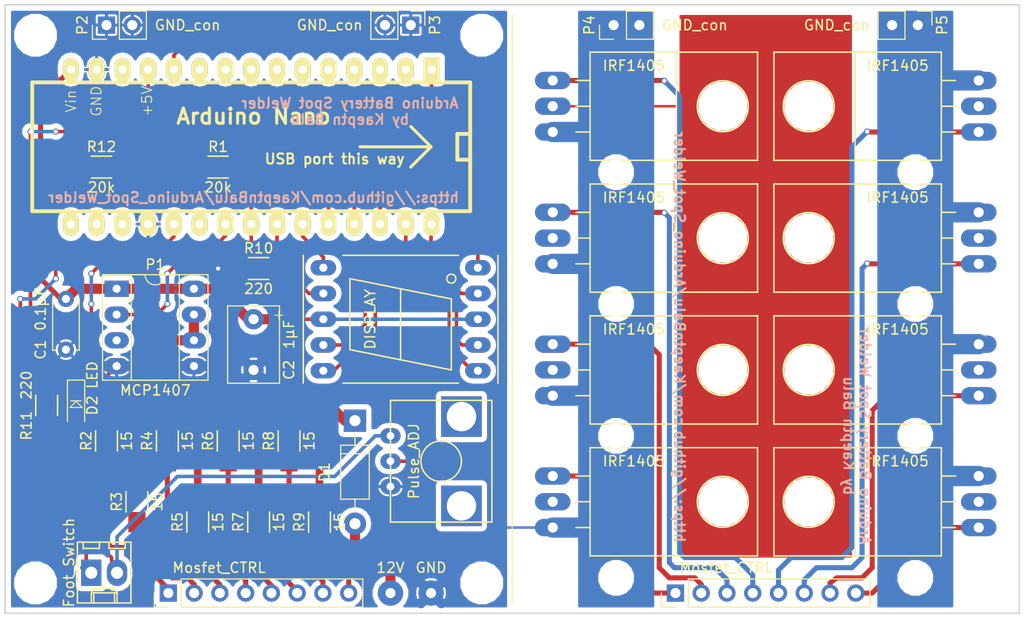
<source format=kicad_pcb>
(kicad_pcb (version 4) (host pcbnew 4.0.4-stable)

  (general
    (links 83)
    (no_connects 8)
    (area 69.324999 51.8 199.35 141.500001)
    (thickness 1.6)
    (drawings 41)
    (tracks 332)
    (zones 0)
    (modules 53)
    (nets 53)
  )

  (page A4)
  (layers
    (0 F.Cu signal)
    (31 B.Cu signal)
    (32 B.Adhes user)
    (33 F.Adhes user)
    (34 B.Paste user)
    (35 F.Paste user)
    (36 B.SilkS user)
    (37 F.SilkS user)
    (38 B.Mask user)
    (39 F.Mask user)
    (40 Dwgs.User user hide)
    (41 Cmts.User user)
    (42 Eco1.User user)
    (43 Eco2.User user)
    (44 Edge.Cuts user)
    (45 Margin user)
    (46 B.CrtYd user)
    (47 F.CrtYd user)
    (48 B.Fab user)
    (49 F.Fab user)
  )

  (setup
    (last_trace_width 0.25)
    (user_trace_width 0.35)
    (user_trace_width 0.5)
    (user_trace_width 0.75)
    (user_trace_width 1)
    (user_trace_width 2)
    (trace_clearance 0.2)
    (zone_clearance 0.508)
    (zone_45_only no)
    (trace_min 0.2)
    (segment_width 0.1)
    (edge_width 0.15)
    (via_size 0.6)
    (via_drill 0.4)
    (via_min_size 0.4)
    (via_min_drill 0.3)
    (uvia_size 0.3)
    (uvia_drill 0.1)
    (uvias_allowed no)
    (uvia_min_size 0.2)
    (uvia_min_drill 0.1)
    (pcb_text_width 0.3)
    (pcb_text_size 1.5 1.5)
    (mod_edge_width 0.15)
    (mod_text_size 1 1)
    (mod_text_width 0.15)
    (pad_size 1.524 2)
    (pad_drill 0.762)
    (pad_to_mask_clearance 0.2)
    (aux_axis_origin 70 130)
    (grid_origin 70 130)
    (visible_elements 7FFFFFFF)
    (pcbplotparams
      (layerselection 0x010f0_80000001)
      (usegerberextensions false)
      (excludeedgelayer true)
      (linewidth 0.100000)
      (plotframeref false)
      (viasonmask false)
      (mode 1)
      (useauxorigin false)
      (hpglpennumber 1)
      (hpglpenspeed 20)
      (hpglpendiameter 15)
      (hpglpenoverlay 2)
      (psnegative false)
      (psa4output false)
      (plotreference true)
      (plotvalue true)
      (plotinvisibletext false)
      (padsonsilk false)
      (subtractmaskfromsilk false)
      (outputformat 1)
      (mirror false)
      (drillshape 0)
      (scaleselection 1)
      (outputdirectory Gerber/))
  )

  (net 0 "")
  (net 1 /Vin)
  (net 2 GND)
  (net 3 +12V)
  (net 4 "Net-(D2-Pad2)")
  (net 5 /D10)
  (net 6 /D9)
  (net 7 "Net-(DISPLAY1-Pad3)")
  (net 8 /D8)
  (net 9 /D13)
  (net 10 /D7)
  (net 11 /D6)
  (net 12 /D11)
  (net 13 /D12)
  (net 14 "Net-(Foot_Switch1-Pad1)")
  (net 15 +5V)
  (net 16 "Net-(Mosfet_CTRL1-Pad1)")
  (net 17 "Net-(Mosfet_CTRL1-Pad2)")
  (net 18 "Net-(Mosfet_CTRL1-Pad3)")
  (net 19 "Net-(Mosfet_CTRL1-Pad4)")
  (net 20 "Net-(Mosfet_CTRL1-Pad5)")
  (net 21 "Net-(Mosfet_CTRL1-Pad6)")
  (net 22 "Net-(Mosfet_CTRL1-Pad7)")
  (net 23 "Net-(Mosfet_CTRL1-Pad8)")
  (net 24 /D5)
  (net 25 "Net-(P1-Pad6)")
  (net 26 "Net-(P1-Pad3)")
  (net 27 "Net-(R11-Pad2)")
  (net 28 "Net-(U1-Pad2)")
  (net 29 "Net-(U1-Pad3)")
  (net 30 "Net-(U1-Pad5)")
  (net 31 "Net-(U1-Pad6)")
  (net 32 "Net-(U1-Pad7)")
  (net 33 "Net-(U1-Pad8)")
  (net 34 "Net-(U1-Pad9)")
  (net 35 "Net-(U1-Pad10)")
  (net 36 "Net-(U1-Pad13)")
  (net 37 "Net-(U1-Pad16)")
  (net 38 "Net-(U1-Pad17)")
  (net 39 "Net-(U1-Pad18)")
  (net 40 "Net-(U1-Pad21)")
  (net 41 "Net-(Mosfet_CTRL2-Pad1)")
  (net 42 "Net-(Mosfet_CTRL2-Pad2)")
  (net 43 "Net-(Mosfet_CTRL2-Pad3)")
  (net 44 "Net-(Mosfet_CTRL2-Pad4)")
  (net 45 "Net-(Mosfet_CTRL2-Pad5)")
  (net 46 "Net-(Mosfet_CTRL2-Pad6)")
  (net 47 "Net-(Mosfet_CTRL2-Pad7)")
  (net 48 "Net-(Mosfet_CTRL2-Pad8)")
  (net 49 /battery_minus)
  (net 50 /Probe)
  (net 51 /A7)
  (net 52 "Net-(U1-Pad4)")

  (net_class Default "This is the default net class."
    (clearance 0.2)
    (trace_width 0.25)
    (via_dia 0.6)
    (via_drill 0.4)
    (uvia_dia 0.3)
    (uvia_drill 0.1)
    (add_net +12V)
    (add_net +5V)
    (add_net /A7)
    (add_net /D10)
    (add_net /D11)
    (add_net /D12)
    (add_net /D13)
    (add_net /D5)
    (add_net /D6)
    (add_net /D7)
    (add_net /D8)
    (add_net /D9)
    (add_net /Probe)
    (add_net /Vin)
    (add_net /battery_minus)
    (add_net GND)
    (add_net "Net-(D2-Pad2)")
    (add_net "Net-(DISPLAY1-Pad3)")
    (add_net "Net-(Foot_Switch1-Pad1)")
    (add_net "Net-(Mosfet_CTRL1-Pad1)")
    (add_net "Net-(Mosfet_CTRL1-Pad2)")
    (add_net "Net-(Mosfet_CTRL1-Pad3)")
    (add_net "Net-(Mosfet_CTRL1-Pad4)")
    (add_net "Net-(Mosfet_CTRL1-Pad5)")
    (add_net "Net-(Mosfet_CTRL1-Pad6)")
    (add_net "Net-(Mosfet_CTRL1-Pad7)")
    (add_net "Net-(Mosfet_CTRL1-Pad8)")
    (add_net "Net-(Mosfet_CTRL2-Pad1)")
    (add_net "Net-(Mosfet_CTRL2-Pad2)")
    (add_net "Net-(Mosfet_CTRL2-Pad3)")
    (add_net "Net-(Mosfet_CTRL2-Pad4)")
    (add_net "Net-(Mosfet_CTRL2-Pad5)")
    (add_net "Net-(Mosfet_CTRL2-Pad6)")
    (add_net "Net-(Mosfet_CTRL2-Pad7)")
    (add_net "Net-(Mosfet_CTRL2-Pad8)")
    (add_net "Net-(P1-Pad3)")
    (add_net "Net-(P1-Pad6)")
    (add_net "Net-(R11-Pad2)")
    (add_net "Net-(U1-Pad10)")
    (add_net "Net-(U1-Pad13)")
    (add_net "Net-(U1-Pad16)")
    (add_net "Net-(U1-Pad17)")
    (add_net "Net-(U1-Pad18)")
    (add_net "Net-(U1-Pad2)")
    (add_net "Net-(U1-Pad21)")
    (add_net "Net-(U1-Pad3)")
    (add_net "Net-(U1-Pad4)")
    (add_net "Net-(U1-Pad5)")
    (add_net "Net-(U1-Pad6)")
    (add_net "Net-(U1-Pad7)")
    (add_net "Net-(U1-Pad8)")
    (add_net "Net-(U1-Pad9)")
  )

  (module Mounting_Holes:MountingHole_2.5mm (layer F.Cu) (tedit 5890E3DC) (tstamp 5890E47E)
    (at 159.75 86.5)
    (descr "Mounting Hole 2.5mm, no annular")
    (tags "mounting hole 2.5mm no annular")
    (fp_text reference REF** (at 0 -3.5) (layer F.SilkS) hide
      (effects (font (size 1 1) (thickness 0.15)))
    )
    (fp_text value 2.5mm (at 0 3.5) (layer F.Fab)
      (effects (font (size 1 1) (thickness 0.15)))
    )
    (fp_circle (center 0 0) (end 2.5 0) (layer Cmts.User) (width 0.15))
    (fp_circle (center 0 0) (end 2.75 0) (layer F.CrtYd) (width 0.05))
    (pad 1 np_thru_hole circle (at 0 0) (size 2.5 2.5) (drill 2.5) (layers *.Cu *.Mask))
  )

  (module Mounting_Holes:MountingHole_2.5mm (layer F.Cu) (tedit 5890E3DC) (tstamp 5890E46B)
    (at 159.75 99.5)
    (descr "Mounting Hole 2.5mm, no annular")
    (tags "mounting hole 2.5mm no annular")
    (fp_text reference REF** (at 0 -3.5) (layer F.SilkS) hide
      (effects (font (size 1 1) (thickness 0.15)))
    )
    (fp_text value 2.5mm (at 0 3.5) (layer F.Fab)
      (effects (font (size 1 1) (thickness 0.15)))
    )
    (fp_circle (center 0 0) (end 2.5 0) (layer Cmts.User) (width 0.15))
    (fp_circle (center 0 0) (end 2.75 0) (layer F.CrtYd) (width 0.05))
    (pad 1 np_thru_hole circle (at 0 0) (size 2.5 2.5) (drill 2.5) (layers *.Cu *.Mask))
  )

  (module Mounting_Holes:MountingHole_2.5mm (layer F.Cu) (tedit 5890E3DC) (tstamp 5890E45F)
    (at 159.75 112.5)
    (descr "Mounting Hole 2.5mm, no annular")
    (tags "mounting hole 2.5mm no annular")
    (fp_text reference REF** (at 0 -3.5) (layer F.SilkS) hide
      (effects (font (size 1 1) (thickness 0.15)))
    )
    (fp_text value 2.5mm (at 0 3.5) (layer F.Fab)
      (effects (font (size 1 1) (thickness 0.15)))
    )
    (fp_circle (center 0 0) (end 2.5 0) (layer Cmts.User) (width 0.15))
    (fp_circle (center 0 0) (end 2.75 0) (layer F.CrtYd) (width 0.05))
    (pad 1 np_thru_hole circle (at 0 0) (size 2.5 2.5) (drill 2.5) (layers *.Cu *.Mask))
  )

  (module Mounting_Holes:MountingHole_2.5mm (layer F.Cu) (tedit 5890E3DC) (tstamp 5890E43D)
    (at 159.75 126.5)
    (descr "Mounting Hole 2.5mm, no annular")
    (tags "mounting hole 2.5mm no annular")
    (fp_text reference REF** (at 0 -3.5) (layer F.SilkS) hide
      (effects (font (size 1 1) (thickness 0.15)))
    )
    (fp_text value 2.5mm (at 0 3.5) (layer F.Fab)
      (effects (font (size 1 1) (thickness 0.15)))
    )
    (fp_circle (center 0 0) (end 2.5 0) (layer Cmts.User) (width 0.15))
    (fp_circle (center 0 0) (end 2.75 0) (layer F.CrtYd) (width 0.05))
    (pad 1 np_thru_hole circle (at 0 0) (size 2.5 2.5) (drill 2.5) (layers *.Cu *.Mask))
  )

  (module Mounting_Holes:MountingHole_2.5mm (layer F.Cu) (tedit 5890E3DC) (tstamp 5890E421)
    (at 130.25 126.5)
    (descr "Mounting Hole 2.5mm, no annular")
    (tags "mounting hole 2.5mm no annular")
    (fp_text reference REF** (at 0 -3.5) (layer F.SilkS) hide
      (effects (font (size 1 1) (thickness 0.15)))
    )
    (fp_text value 2.5mm (at 0 3.5) (layer F.Fab)
      (effects (font (size 1 1) (thickness 0.15)))
    )
    (fp_circle (center 0 0) (end 2.5 0) (layer Cmts.User) (width 0.15))
    (fp_circle (center 0 0) (end 2.75 0) (layer F.CrtYd) (width 0.05))
    (pad 1 np_thru_hole circle (at 0 0) (size 2.5 2.5) (drill 2.5) (layers *.Cu *.Mask))
  )

  (module Mounting_Holes:MountingHole_2.5mm (layer F.Cu) (tedit 5890E3DC) (tstamp 5890E40F)
    (at 130.25 112.5)
    (descr "Mounting Hole 2.5mm, no annular")
    (tags "mounting hole 2.5mm no annular")
    (fp_text reference REF** (at 0 -3.5) (layer F.SilkS) hide
      (effects (font (size 1 1) (thickness 0.15)))
    )
    (fp_text value 2.5mm (at 0 3.5) (layer F.Fab)
      (effects (font (size 1 1) (thickness 0.15)))
    )
    (fp_circle (center 0 0) (end 2.5 0) (layer Cmts.User) (width 0.15))
    (fp_circle (center 0 0) (end 2.75 0) (layer F.CrtYd) (width 0.05))
    (pad 1 np_thru_hole circle (at 0 0) (size 2.5 2.5) (drill 2.5) (layers *.Cu *.Mask))
  )

  (module Mounting_Holes:MountingHole_2.5mm (layer F.Cu) (tedit 5890E3DC) (tstamp 5890E404)
    (at 130.25 99.5)
    (descr "Mounting Hole 2.5mm, no annular")
    (tags "mounting hole 2.5mm no annular")
    (fp_text reference REF** (at 0 -3.5) (layer F.SilkS) hide
      (effects (font (size 1 1) (thickness 0.15)))
    )
    (fp_text value 2.5mm (at 0 3.5) (layer F.Fab)
      (effects (font (size 1 1) (thickness 0.15)))
    )
    (fp_circle (center 0 0) (end 2.5 0) (layer Cmts.User) (width 0.15))
    (fp_circle (center 0 0) (end 2.75 0) (layer F.CrtYd) (width 0.05))
    (pad 1 np_thru_hole circle (at 0 0) (size 2.5 2.5) (drill 2.5) (layers *.Cu *.Mask))
  )

  (module Mounting_Holes:MountingHole_3.2mm_M3 (layer F.Cu) (tedit 5890D5E3) (tstamp 5890D7C8)
    (at 123 127)
    (descr "Mounting Hole 3.2mm, no annular, M3")
    (tags "mounting hole 3.2mm no annular m3")
    (fp_text reference REF** (at 0 -4.2) (layer F.SilkS) hide
      (effects (font (size 1 1) (thickness 0.15)))
    )
    (fp_text value 3.2mm (at 0 4.2) (layer F.Fab) hide
      (effects (font (size 1 1) (thickness 0.15)))
    )
    (fp_circle (center 0 0) (end 3.2 0) (layer Cmts.User) (width 0.15))
    (fp_circle (center 0 0) (end 3.45 0) (layer F.CrtYd) (width 0.05))
    (pad 1 np_thru_hole circle (at 0 0) (size 3.2 3.2) (drill 3.2) (layers *.Cu *.Mask))
  )

  (module Mounting_Holes:MountingHole_3.2mm_M3 (layer F.Cu) (tedit 5890D5E3) (tstamp 5890D7C2)
    (at 167 127)
    (descr "Mounting Hole 3.2mm, no annular, M3")
    (tags "mounting hole 3.2mm no annular m3")
    (fp_text reference REF** (at 0 -4.2) (layer F.SilkS) hide
      (effects (font (size 1 1) (thickness 0.15)))
    )
    (fp_text value 3.2mm (at 0 4.2) (layer F.Fab) hide
      (effects (font (size 1 1) (thickness 0.15)))
    )
    (fp_circle (center 0 0) (end 3.2 0) (layer Cmts.User) (width 0.15))
    (fp_circle (center 0 0) (end 3.45 0) (layer F.CrtYd) (width 0.05))
    (pad 1 np_thru_hole circle (at 0 0) (size 3.2 3.2) (drill 3.2) (layers *.Cu *.Mask))
  )

  (module Mounting_Holes:MountingHole_3.2mm_M3 (layer F.Cu) (tedit 5890D5E3) (tstamp 5890D7BC)
    (at 167 73)
    (descr "Mounting Hole 3.2mm, no annular, M3")
    (tags "mounting hole 3.2mm no annular m3")
    (fp_text reference REF** (at 0 -4.2) (layer F.SilkS) hide
      (effects (font (size 1 1) (thickness 0.15)))
    )
    (fp_text value 3.2mm (at 0 4.2) (layer F.Fab) hide
      (effects (font (size 1 1) (thickness 0.15)))
    )
    (fp_circle (center 0 0) (end 3.2 0) (layer Cmts.User) (width 0.15))
    (fp_circle (center 0 0) (end 3.45 0) (layer F.CrtYd) (width 0.05))
    (pad 1 np_thru_hole circle (at 0 0) (size 3.2 3.2) (drill 3.2) (layers *.Cu *.Mask))
  )

  (module Capacitors_ThroughHole:C_Disc_D5.0mm_W2.5mm_P5.00mm (layer F.Cu) (tedit 58A723ED) (tstamp 588F8828)
    (at 76 99 270)
    (descr "C, Disc series, Radial, pin pitch=5.00mm, , diameter*width=5*2.5mm^2, Capacitor, http://cdn-reichelt.de/documents/datenblatt/B300/DS_KERKO_TC.pdf")
    (tags "C Disc series Radial pin pitch 5.00mm  diameter 5mm width 2.5mm Capacitor")
    (path /588FD27E)
    (fp_text reference C1 (at 5 2.5 270) (layer F.SilkS)
      (effects (font (size 1 1) (thickness 0.15)))
    )
    (fp_text value 0.1µF (at 1 2.5 270) (layer F.SilkS)
      (effects (font (size 1 1) (thickness 0.15)))
    )
    (fp_line (start 0 -1.25) (end 0 1.25) (layer F.Fab) (width 0.1))
    (fp_line (start 0 1.25) (end 5 1.25) (layer F.Fab) (width 0.1))
    (fp_line (start 5 1.25) (end 5 -1.25) (layer F.Fab) (width 0.1))
    (fp_line (start 5 -1.25) (end 0 -1.25) (layer F.Fab) (width 0.1))
    (fp_line (start -0.06 -1.31) (end 5.06 -1.31) (layer F.SilkS) (width 0.12))
    (fp_line (start -0.06 1.31) (end 5.06 1.31) (layer F.SilkS) (width 0.12))
    (fp_line (start -0.06 -1.31) (end -0.06 -0.996) (layer F.SilkS) (width 0.12))
    (fp_line (start -0.06 0.996) (end -0.06 1.31) (layer F.SilkS) (width 0.12))
    (fp_line (start 5.06 -1.31) (end 5.06 -0.996) (layer F.SilkS) (width 0.12))
    (fp_line (start 5.06 0.996) (end 5.06 1.31) (layer F.SilkS) (width 0.12))
    (fp_line (start -1.05 -1.6) (end -1.05 1.6) (layer F.CrtYd) (width 0.05))
    (fp_line (start -1.05 1.6) (end 6.05 1.6) (layer F.CrtYd) (width 0.05))
    (fp_line (start 6.05 1.6) (end 6.05 -1.6) (layer F.CrtYd) (width 0.05))
    (fp_line (start 6.05 -1.6) (end -1.05 -1.6) (layer F.CrtYd) (width 0.05))
    (pad 1 thru_hole circle (at 0 0 270) (size 1.6 1.6) (drill 0.8) (layers *.Cu *.Mask)
      (net 1 /Vin))
    (pad 2 thru_hole circle (at 5 0 270) (size 1.6 1.6) (drill 0.8) (layers *.Cu *.Mask)
      (net 2 GND))
    (model Capacitors_ThroughHole.3dshapes/C_Disc_D5.0mm_W2.5mm_P5.00mm.wrl
      (at (xyz 0 0 0))
      (scale (xyz 0.393701 0.393701 0.393701))
      (rotate (xyz 0 0 0))
    )
  )

  (module Capacitors_ThroughHole:C_Disc_D7.5mm_W5.0mm_P5.00mm (layer F.Cu) (tedit 58A723DB) (tstamp 588F882E)
    (at 94.5 101 270)
    (descr "C, Disc series, Radial, pin pitch=5.00mm, , diameter*width=7.5*5.0mm^2, Capacitor, http://www.vishay.com/docs/28535/vy2series.pdf")
    (tags "C Disc series Radial pin pitch 5.00mm  diameter 7.5mm width 5.0mm Capacitor")
    (path /588FD4DB)
    (fp_text reference C2 (at 5 -3.5 270) (layer F.SilkS)
      (effects (font (size 1 1) (thickness 0.15)))
    )
    (fp_text value 1µF (at 1.5 -3.5 270) (layer F.SilkS)
      (effects (font (size 1 1) (thickness 0.15)))
    )
    (fp_line (start -1.25 -2.5) (end -1.25 2.5) (layer F.Fab) (width 0.1))
    (fp_line (start -1.25 2.5) (end 6.25 2.5) (layer F.Fab) (width 0.1))
    (fp_line (start 6.25 2.5) (end 6.25 -2.5) (layer F.Fab) (width 0.1))
    (fp_line (start 6.25 -2.5) (end -1.25 -2.5) (layer F.Fab) (width 0.1))
    (fp_line (start -1.31 -2.56) (end 6.31 -2.56) (layer F.SilkS) (width 0.12))
    (fp_line (start -1.31 2.56) (end 6.31 2.56) (layer F.SilkS) (width 0.12))
    (fp_line (start -1.31 -2.56) (end -1.31 2.56) (layer F.SilkS) (width 0.12))
    (fp_line (start 6.31 -2.56) (end 6.31 2.56) (layer F.SilkS) (width 0.12))
    (fp_line (start -1.6 -2.85) (end -1.6 2.85) (layer F.CrtYd) (width 0.05))
    (fp_line (start -1.6 2.85) (end 6.6 2.85) (layer F.CrtYd) (width 0.05))
    (fp_line (start 6.6 2.85) (end 6.6 -2.85) (layer F.CrtYd) (width 0.05))
    (fp_line (start 6.6 -2.85) (end -1.6 -2.85) (layer F.CrtYd) (width 0.05))
    (pad 1 thru_hole circle (at 0 0 270) (size 2 2) (drill 1) (layers *.Cu *.Mask)
      (net 1 /Vin))
    (pad 2 thru_hole circle (at 5 0 270) (size 2 2) (drill 1) (layers *.Cu *.Mask)
      (net 2 GND))
    (model Capacitors_ThroughHole.3dshapes/C_Disc_D7.5mm_W5.0mm_P5.00mm.wrl
      (at (xyz 0 0 0))
      (scale (xyz 0.393701 0.393701 0.393701))
      (rotate (xyz 0 0 0))
    )
  )

  (module Diodes_ThroughHole:D_DO-41_SOD81_P10.16mm_Horizontal (layer F.Cu) (tedit 588F9107) (tstamp 588F8834)
    (at 104.5 111 270)
    (descr "D, DO-41_SOD81 series, Axial, Horizontal, pin pitch=10.16mm, , length*diameter=5.2*2.7mm^2, , http://www.diodes.com/_files/packages/DO-41%20(Plastic).pdf")
    (tags "D DO-41_SOD81 series Axial Horizontal pin pitch 10.16mm  length 5.2mm diameter 2.7mm")
    (path /588F7893)
    (fp_text reference D1 (at 5.08 3 270) (layer F.SilkS)
      (effects (font (size 1 1) (thickness 0.15)))
    )
    (fp_text value D (at 5.08 2.41 270) (layer F.Fab) hide
      (effects (font (size 1 1) (thickness 0.15)))
    )
    (fp_line (start 2.48 -1.35) (end 2.48 1.35) (layer F.Fab) (width 0.1))
    (fp_line (start 2.48 1.35) (end 7.68 1.35) (layer F.Fab) (width 0.1))
    (fp_line (start 7.68 1.35) (end 7.68 -1.35) (layer F.Fab) (width 0.1))
    (fp_line (start 7.68 -1.35) (end 2.48 -1.35) (layer F.Fab) (width 0.1))
    (fp_line (start 0 0) (end 2.48 0) (layer F.Fab) (width 0.1))
    (fp_line (start 10.16 0) (end 7.68 0) (layer F.Fab) (width 0.1))
    (fp_line (start 3.26 -1.35) (end 3.26 1.35) (layer F.Fab) (width 0.1))
    (fp_line (start 2.42 -1.41) (end 2.42 1.41) (layer F.SilkS) (width 0.12))
    (fp_line (start 2.42 1.41) (end 7.74 1.41) (layer F.SilkS) (width 0.12))
    (fp_line (start 7.74 1.41) (end 7.74 -1.41) (layer F.SilkS) (width 0.12))
    (fp_line (start 7.74 -1.41) (end 2.42 -1.41) (layer F.SilkS) (width 0.12))
    (fp_line (start 1.28 0) (end 2.42 0) (layer F.SilkS) (width 0.12))
    (fp_line (start 8.88 0) (end 7.74 0) (layer F.SilkS) (width 0.12))
    (fp_line (start 3.26 -1.41) (end 3.26 1.41) (layer F.SilkS) (width 0.12))
    (fp_line (start -1.35 -1.7) (end -1.35 1.7) (layer F.CrtYd) (width 0.05))
    (fp_line (start -1.35 1.7) (end 11.55 1.7) (layer F.CrtYd) (width 0.05))
    (fp_line (start 11.55 1.7) (end 11.55 -1.7) (layer F.CrtYd) (width 0.05))
    (fp_line (start 11.55 -1.7) (end -1.35 -1.7) (layer F.CrtYd) (width 0.05))
    (pad 1 thru_hole rect (at 0 0 270) (size 2.2 2.2) (drill 1.1) (layers *.Cu *.Mask)
      (net 1 /Vin))
    (pad 2 thru_hole oval (at 10.16 0 270) (size 2.2 2.2) (drill 1.1) (layers *.Cu *.Mask)
      (net 3 +12V))
    (model Diodes_ThroughHole.3dshapes/D_DO-41_SOD81_P10.16mm_Horizontal.wrl
      (at (xyz 0 0 0))
      (scale (xyz 0.393701 0.393701 0.393701))
      (rotate (xyz 0 0 0))
    )
  )

  (module LEDs:LED_1206 (layer F.Cu) (tedit 5890C973) (tstamp 588F883A)
    (at 77 109.5 270)
    (descr "LED 1206 smd package")
    (tags "LED led 1206 SMD smd SMT smt smdled SMDLED smtled SMTLED")
    (path /588F7FB9)
    (attr smd)
    (fp_text reference D2 (at 0 -1.6 270) (layer F.SilkS)
      (effects (font (size 1 1) (thickness 0.15)))
    )
    (fp_text value LED (at -3 -1.6 270) (layer F.SilkS)
      (effects (font (size 1 1) (thickness 0.15)))
    )
    (fp_line (start -2.5 -0.85) (end -2.5 0.85) (layer F.SilkS) (width 0.12))
    (fp_line (start -0.45 -0.4) (end -0.45 0.4) (layer F.Fab) (width 0.1))
    (fp_line (start -0.4 0) (end 0.2 -0.4) (layer F.Fab) (width 0.1))
    (fp_line (start 0.2 0.4) (end -0.4 0) (layer F.Fab) (width 0.1))
    (fp_line (start 0.2 -0.4) (end 0.2 0.4) (layer F.Fab) (width 0.1))
    (fp_line (start 1.6 0.8) (end -1.6 0.8) (layer F.Fab) (width 0.1))
    (fp_line (start 1.6 -0.8) (end 1.6 0.8) (layer F.Fab) (width 0.1))
    (fp_line (start -1.6 -0.8) (end 1.6 -0.8) (layer F.Fab) (width 0.1))
    (fp_line (start -1.6 0.8) (end -1.6 -0.8) (layer F.Fab) (width 0.1))
    (fp_line (start -2.45 0.85) (end 1.6 0.85) (layer F.SilkS) (width 0.12))
    (fp_line (start -2.45 -0.85) (end 1.6 -0.85) (layer F.SilkS) (width 0.12))
    (fp_line (start 2.65 -1) (end 2.65 1) (layer F.CrtYd) (width 0.05))
    (fp_line (start 2.65 1) (end -2.65 1) (layer F.CrtYd) (width 0.05))
    (fp_line (start -2.65 1) (end -2.65 -1) (layer F.CrtYd) (width 0.05))
    (fp_line (start -2.65 -1) (end 2.65 -1) (layer F.CrtYd) (width 0.05))
    (pad 2 smd rect (at 1.65 0 90) (size 1.5 1.5) (layers F.Cu F.Paste F.Mask)
      (net 4 "Net-(D2-Pad2)"))
    (pad 1 smd rect (at -1.65 0 90) (size 1.5 1.5) (layers F.Cu F.Paste F.Mask)
      (net 2 GND))
    (model LEDs.3dshapes/LED_1206.wrl
      (at (xyz 0 0 0))
      (scale (xyz 1 1 1))
      (rotate (xyz 0 0 180))
    )
  )

  (module Displays_7-Segment:7SegmentLED_LTS6760_LTS6780 (layer F.Cu) (tedit 58961232) (tstamp 588F8848)
    (at 109 101 90)
    (path /588F770E)
    (fp_text reference DISPLAY (at 0 -3 90) (layer F.SilkS)
      (effects (font (size 1 1) (thickness 0.15)))
    )
    (fp_text value 7SEGMENTS (at -1 4 90) (layer F.Fab)
      (effects (font (size 1 1) (thickness 0.15)))
    )
    (fp_circle (center 4 5) (end 4.4 5.2) (layer F.SilkS) (width 0.15))
    (fp_line (start -3 -5) (end -4 0) (layer F.SilkS) (width 0.15))
    (fp_line (start -4 0) (end -5 5) (layer F.SilkS) (width 0.15))
    (fp_line (start -5 5) (end 2 5) (layer F.SilkS) (width 0.15))
    (fp_line (start 2 5) (end 3 0) (layer F.SilkS) (width 0.15))
    (fp_line (start 4 -5) (end 3 0) (layer F.SilkS) (width 0.15))
    (fp_line (start 3 0) (end -4 0) (layer F.SilkS) (width 0.15))
    (fp_line (start -3 -5) (end 4 -5) (layer F.SilkS) (width 0.15))
    (fp_line (start 6.3 9.6) (end -6.3 9.6) (layer F.SilkS) (width 0.15))
    (fp_line (start -6.3 -5.7) (end -6.3 5.7) (layer F.SilkS) (width 0.15))
    (fp_line (start 6.3 -5.7) (end 6.3 5.7) (layer F.SilkS) (width 0.15))
    (fp_line (start -6.3 -9.6) (end 6.3 -9.6) (layer F.SilkS) (width 0.15))
    (pad 1 thru_hole oval (at -5.08 7.62 90) (size 1.524 2.524) (drill 0.8) (layers *.Cu *.Mask)
      (net 5 /D10))
    (pad 2 thru_hole oval (at -2.54 7.62 90) (size 1.524 2.524) (drill 0.8) (layers *.Cu *.Mask)
      (net 6 /D9))
    (pad 3 thru_hole oval (at 0 7.62 90) (size 1.524 2.524) (drill 0.8) (layers *.Cu *.Mask)
      (net 7 "Net-(DISPLAY1-Pad3)"))
    (pad 4 thru_hole oval (at 2.54 7.62 90) (size 1.524 2.524) (drill 0.8) (layers *.Cu *.Mask)
      (net 8 /D8))
    (pad 5 thru_hole oval (at 5.08 7.62 90) (size 1.524 2.524) (drill 0.8) (layers *.Cu *.Mask)
      (net 9 /D13))
    (pad 6 thru_hole oval (at 5.08 -7.62 90) (size 1.524 2.524) (drill 0.8) (layers *.Cu *.Mask)
      (net 10 /D7))
    (pad 7 thru_hole oval (at 2.54 -7.62 90) (size 1.524 2.524) (drill 0.8) (layers *.Cu *.Mask)
      (net 11 /D6))
    (pad 8 thru_hole oval (at 0 -7.62 90) (size 1.524 2.524) (drill 0.8) (layers *.Cu *.Mask)
      (net 7 "Net-(DISPLAY1-Pad3)"))
    (pad 9 thru_hole oval (at -2.54 -7.62 90) (size 1.524 2.524) (drill 0.8) (layers *.Cu *.Mask)
      (net 12 /D11))
    (pad 10 thru_hole oval (at -5.08 -7.62 90) (size 1.524 2.524) (drill 0.8) (layers *.Cu *.Mask)
      (net 13 /D12))
    (model Displays_7-Segment.3dshapes/7SegmentLED_LTS6760_LTS6780.wrl
      (at (xyz 0 0 0))
      (scale (xyz 0.3937 0.3937 0.3937))
      (rotate (xyz 0 0 0))
    )
  )

  (module Connectors_Molex:Molex_KK-6410-02_02x2.54mm_Straight (layer F.Cu) (tedit 5891AA54) (tstamp 588F884E)
    (at 78.5 126)
    (descr "Connector Headers with Friction Lock, 22-27-2021, http://www.molex.com/pdm_docs/sd/022272021_sd.pdf")
    (tags "connector molex kk_6410 22-27-2021")
    (path /588FB469)
    (fp_text reference Foot_Switch (at -2.2 -1 90) (layer F.SilkS)
      (effects (font (size 1 1) (thickness 0.15)))
    )
    (fp_text value CONN_01X02 (at 1.27 4.5) (layer F.Fab) hide
      (effects (font (size 1 1) (thickness 0.15)))
    )
    (fp_line (start -1.37 -3.02) (end -1.37 2.98) (layer F.SilkS) (width 0.15))
    (fp_line (start -1.37 2.98) (end 3.91 2.98) (layer F.SilkS) (width 0.15))
    (fp_line (start 3.91 2.98) (end 3.91 -3.02) (layer F.SilkS) (width 0.15))
    (fp_line (start 3.91 -3.02) (end -1.37 -3.02) (layer F.SilkS) (width 0.15))
    (fp_line (start 0 2.98) (end 0 1.98) (layer F.SilkS) (width 0.15))
    (fp_line (start 0 1.98) (end 2.54 1.98) (layer F.SilkS) (width 0.15))
    (fp_line (start 2.54 1.98) (end 2.54 2.98) (layer F.SilkS) (width 0.15))
    (fp_line (start 0 1.98) (end 0.25 1.55) (layer F.SilkS) (width 0.15))
    (fp_line (start 0.25 1.55) (end 2.29 1.55) (layer F.SilkS) (width 0.15))
    (fp_line (start 2.29 1.55) (end 2.54 1.98) (layer F.SilkS) (width 0.15))
    (fp_line (start 0.25 2.98) (end 0.25 1.98) (layer F.SilkS) (width 0.15))
    (fp_line (start 2.29 2.98) (end 2.29 1.98) (layer F.SilkS) (width 0.15))
    (fp_line (start -0.8 -3.02) (end -0.8 -2.4) (layer F.SilkS) (width 0.15))
    (fp_line (start -0.8 -2.4) (end 0.8 -2.4) (layer F.SilkS) (width 0.15))
    (fp_line (start 0.8 -2.4) (end 0.8 -3.02) (layer F.SilkS) (width 0.15))
    (fp_line (start 1.74 -3.02) (end 1.74 -2.4) (layer F.SilkS) (width 0.15))
    (fp_line (start 1.74 -2.4) (end 3.34 -2.4) (layer F.SilkS) (width 0.15))
    (fp_line (start 3.34 -2.4) (end 3.34 -3.02) (layer F.SilkS) (width 0.15))
    (fp_line (start -1.9 3.5) (end -1.9 -3.55) (layer F.CrtYd) (width 0.05))
    (fp_line (start -1.9 -3.55) (end 4.45 -3.55) (layer F.CrtYd) (width 0.05))
    (fp_line (start 4.45 -3.55) (end 4.45 3.5) (layer F.CrtYd) (width 0.05))
    (fp_line (start 4.45 3.5) (end -1.9 3.5) (layer F.CrtYd) (width 0.05))
    (pad 1 thru_hole rect (at 0 0) (size 2 2.6) (drill 1.2) (layers *.Cu *.Mask)
      (net 14 "Net-(Foot_Switch1-Pad1)"))
    (pad 2 thru_hole oval (at 2.54 0) (size 2 2.6) (drill 1.2) (layers *.Cu *.Mask)
      (net 15 +5V))
  )

  (module Pin_Headers:Pin_Header_Straight_1x08_Pitch2.54mm (layer F.Cu) (tedit 5891AA89) (tstamp 588F885A)
    (at 86.1 128 90)
    (descr "Through hole straight pin header, 1x08, 2.54mm pitch, single row")
    (tags "Through hole pin header THT 1x08 2.54mm single row")
    (path /5890305A)
    (fp_text reference Mosfet_CTRL (at 2.5 5 180) (layer F.SilkS)
      (effects (font (size 1 1) (thickness 0.15)))
    )
    (fp_text value CONN_01X08 (at 2 15 180) (layer F.Fab) hide
      (effects (font (size 1 1) (thickness 0.15)))
    )
    (fp_line (start -1.27 -1.27) (end -1.27 19.05) (layer F.Fab) (width 0.1))
    (fp_line (start -1.27 19.05) (end 1.27 19.05) (layer F.Fab) (width 0.1))
    (fp_line (start 1.27 19.05) (end 1.27 -1.27) (layer F.Fab) (width 0.1))
    (fp_line (start 1.27 -1.27) (end -1.27 -1.27) (layer F.Fab) (width 0.1))
    (fp_line (start -1.39 1.27) (end -1.39 19.17) (layer F.SilkS) (width 0.12))
    (fp_line (start -1.39 19.17) (end 1.39 19.17) (layer F.SilkS) (width 0.12))
    (fp_line (start 1.39 19.17) (end 1.39 1.27) (layer F.SilkS) (width 0.12))
    (fp_line (start 1.39 1.27) (end -1.39 1.27) (layer F.SilkS) (width 0.12))
    (fp_line (start -1.39 0) (end -1.39 -1.39) (layer F.SilkS) (width 0.12))
    (fp_line (start -1.39 -1.39) (end 0 -1.39) (layer F.SilkS) (width 0.12))
    (fp_line (start -1.6 -1.6) (end -1.6 19.3) (layer F.CrtYd) (width 0.05))
    (fp_line (start -1.6 19.3) (end 1.6 19.3) (layer F.CrtYd) (width 0.05))
    (fp_line (start 1.6 19.3) (end 1.6 -1.6) (layer F.CrtYd) (width 0.05))
    (fp_line (start 1.6 -1.6) (end -1.6 -1.6) (layer F.CrtYd) (width 0.05))
    (pad 1 thru_hole rect (at 0 0 90) (size 1.7 1.7) (drill 1) (layers *.Cu *.Mask)
      (net 16 "Net-(Mosfet_CTRL1-Pad1)"))
    (pad 2 thru_hole oval (at 0 2.54 90) (size 1.7 1.7) (drill 1) (layers *.Cu *.Mask)
      (net 17 "Net-(Mosfet_CTRL1-Pad2)"))
    (pad 3 thru_hole oval (at 0 5.08 90) (size 1.7 1.7) (drill 1) (layers *.Cu *.Mask)
      (net 18 "Net-(Mosfet_CTRL1-Pad3)"))
    (pad 4 thru_hole oval (at 0 7.62 90) (size 1.7 1.7) (drill 1) (layers *.Cu *.Mask)
      (net 19 "Net-(Mosfet_CTRL1-Pad4)"))
    (pad 5 thru_hole oval (at 0 10.16 90) (size 1.7 1.7) (drill 1) (layers *.Cu *.Mask)
      (net 20 "Net-(Mosfet_CTRL1-Pad5)"))
    (pad 6 thru_hole oval (at 0 12.7 90) (size 1.7 1.7) (drill 1) (layers *.Cu *.Mask)
      (net 21 "Net-(Mosfet_CTRL1-Pad6)"))
    (pad 7 thru_hole oval (at 0 15.24 90) (size 1.7 1.7) (drill 1) (layers *.Cu *.Mask)
      (net 22 "Net-(Mosfet_CTRL1-Pad7)"))
    (pad 8 thru_hole oval (at 0 17.78 90) (size 1.7 1.7) (drill 1) (layers *.Cu *.Mask)
      (net 23 "Net-(Mosfet_CTRL1-Pad8)"))
    (model Pin_Headers.3dshapes/Pin_Header_Straight_1x08_Pitch2.54mm.wrl
      (at (xyz 0 -0.35 0))
      (scale (xyz 1 1 1))
      (rotate (xyz 0 0 90))
    )
  )

  (module Housings_DIP:DIP-8_W7.62mm_Socket_LongPads (layer F.Cu) (tedit 588F90DD) (tstamp 588F8866)
    (at 81 98)
    (descr "8-lead dip package, row spacing 7.62 mm (300 mils), Socket, LongPads")
    (tags "DIL DIP PDIP 2.54mm 7.62mm 300mil Socket LongPads")
    (path /588FC77B)
    (fp_text reference P1 (at 3.81 -2.39) (layer F.SilkS)
      (effects (font (size 1 1) (thickness 0.15)))
    )
    (fp_text value MCP1407 (at 3.81 10.01) (layer F.SilkS)
      (effects (font (size 1 1) (thickness 0.15)))
    )
    (fp_arc (start 3.81 -1.39) (end 2.81 -1.39) (angle -180) (layer F.SilkS) (width 0.12))
    (fp_line (start 1.635 -1.27) (end 6.985 -1.27) (layer F.Fab) (width 0.1))
    (fp_line (start 6.985 -1.27) (end 6.985 8.89) (layer F.Fab) (width 0.1))
    (fp_line (start 6.985 8.89) (end 0.635 8.89) (layer F.Fab) (width 0.1))
    (fp_line (start 0.635 8.89) (end 0.635 -0.27) (layer F.Fab) (width 0.1))
    (fp_line (start 0.635 -0.27) (end 1.635 -1.27) (layer F.Fab) (width 0.1))
    (fp_line (start -1.27 -1.27) (end -1.27 8.89) (layer F.Fab) (width 0.1))
    (fp_line (start -1.27 8.89) (end 8.89 8.89) (layer F.Fab) (width 0.1))
    (fp_line (start 8.89 8.89) (end 8.89 -1.27) (layer F.Fab) (width 0.1))
    (fp_line (start 8.89 -1.27) (end -1.27 -1.27) (layer F.Fab) (width 0.1))
    (fp_line (start 2.81 -1.39) (end 1.44 -1.39) (layer F.SilkS) (width 0.12))
    (fp_line (start 1.44 -1.39) (end 1.44 9.01) (layer F.SilkS) (width 0.12))
    (fp_line (start 1.44 9.01) (end 6.18 9.01) (layer F.SilkS) (width 0.12))
    (fp_line (start 6.18 9.01) (end 6.18 -1.39) (layer F.SilkS) (width 0.12))
    (fp_line (start 6.18 -1.39) (end 4.81 -1.39) (layer F.SilkS) (width 0.12))
    (fp_line (start -1.39 -1.39) (end -1.39 9.01) (layer F.SilkS) (width 0.12))
    (fp_line (start -1.39 9.01) (end 9.01 9.01) (layer F.SilkS) (width 0.12))
    (fp_line (start 9.01 9.01) (end 9.01 -1.39) (layer F.SilkS) (width 0.12))
    (fp_line (start 9.01 -1.39) (end -1.39 -1.39) (layer F.SilkS) (width 0.12))
    (fp_line (start -1.7 -1.7) (end -1.7 9.3) (layer F.CrtYd) (width 0.05))
    (fp_line (start -1.7 9.3) (end 9.3 9.3) (layer F.CrtYd) (width 0.05))
    (fp_line (start 9.3 9.3) (end 9.3 -1.7) (layer F.CrtYd) (width 0.05))
    (fp_line (start 9.3 -1.7) (end -1.7 -1.7) (layer F.CrtYd) (width 0.05))
    (pad 1 thru_hole rect (at 0 0) (size 2.4 1.6) (drill 0.8) (layers *.Cu *.Mask)
      (net 1 /Vin))
    (pad 5 thru_hole oval (at 7.62 7.62) (size 2.4 1.6) (drill 0.8) (layers *.Cu *.Mask)
      (net 2 GND))
    (pad 2 thru_hole oval (at 0 2.54) (size 2.4 1.6) (drill 0.8) (layers *.Cu *.Mask)
      (net 24 /D5))
    (pad 6 thru_hole oval (at 7.62 5.08) (size 2.4 1.6) (drill 0.8) (layers *.Cu *.Mask)
      (net 25 "Net-(P1-Pad6)"))
    (pad 3 thru_hole oval (at 0 5.08) (size 2.4 1.6) (drill 0.8) (layers *.Cu *.Mask)
      (net 26 "Net-(P1-Pad3)"))
    (pad 7 thru_hole oval (at 7.62 2.54) (size 2.4 1.6) (drill 0.8) (layers *.Cu *.Mask)
      (net 25 "Net-(P1-Pad6)"))
    (pad 4 thru_hole oval (at 0 7.62) (size 2.4 1.6) (drill 0.8) (layers *.Cu *.Mask)
      (net 2 GND))
    (pad 8 thru_hole oval (at 7.62 0) (size 2.4 1.6) (drill 0.8) (layers *.Cu *.Mask)
      (net 1 /Vin))
    (model Housings_DIP.3dshapes/DIP-8_W7.62mm_Socket_LongPads.wrl
      (at (xyz 0 0 0))
      (scale (xyz 1 1 1))
      (rotate (xyz 0 0 0))
    )
  )

  (module Pin_Headers:Pin_Header_Straight_1x02_Pitch2.54mm (layer F.Cu) (tedit 5890C8CB) (tstamp 588F886C)
    (at 80 72 90)
    (descr "Through hole straight pin header, 1x02, 2.54mm pitch, single row")
    (tags "Through hole pin header THT 1x02 2.54mm single row")
    (path /588FC1B2)
    (fp_text reference P2 (at 0 -2.39 90) (layer F.SilkS)
      (effects (font (size 1 1) (thickness 0.15)))
    )
    (fp_text value GND_con (at 0 8 180) (layer F.SilkS)
      (effects (font (size 1 1) (thickness 0.15)))
    )
    (fp_line (start -1.27 -1.27) (end -1.27 3.81) (layer F.Fab) (width 0.1))
    (fp_line (start -1.27 3.81) (end 1.27 3.81) (layer F.Fab) (width 0.1))
    (fp_line (start 1.27 3.81) (end 1.27 -1.27) (layer F.Fab) (width 0.1))
    (fp_line (start 1.27 -1.27) (end -1.27 -1.27) (layer F.Fab) (width 0.1))
    (fp_line (start -1.39 1.27) (end -1.39 3.93) (layer F.SilkS) (width 0.12))
    (fp_line (start -1.39 3.93) (end 1.39 3.93) (layer F.SilkS) (width 0.12))
    (fp_line (start 1.39 3.93) (end 1.39 1.27) (layer F.SilkS) (width 0.12))
    (fp_line (start 1.39 1.27) (end -1.39 1.27) (layer F.SilkS) (width 0.12))
    (fp_line (start -1.39 0) (end -1.39 -1.39) (layer F.SilkS) (width 0.12))
    (fp_line (start -1.39 -1.39) (end 0 -1.39) (layer F.SilkS) (width 0.12))
    (fp_line (start -1.6 -1.6) (end -1.6 4.1) (layer F.CrtYd) (width 0.05))
    (fp_line (start -1.6 4.1) (end 1.6 4.1) (layer F.CrtYd) (width 0.05))
    (fp_line (start 1.6 4.1) (end 1.6 -1.6) (layer F.CrtYd) (width 0.05))
    (fp_line (start 1.6 -1.6) (end -1.6 -1.6) (layer F.CrtYd) (width 0.05))
    (pad 1 thru_hole rect (at 0 0 90) (size 1.7 1.7) (drill 1) (layers *.Cu *.Mask)
      (net 2 GND))
    (pad 2 thru_hole oval (at 0 2.54 90) (size 1.7 1.7) (drill 1) (layers *.Cu *.Mask)
      (net 2 GND))
    (model Pin_Headers.3dshapes/Pin_Header_Straight_1x02_Pitch2.54mm.wrl
      (at (xyz 0 -0.05 0))
      (scale (xyz 1 1 1))
      (rotate (xyz 0 0 90))
    )
  )

  (module Pin_Headers:Pin_Header_Straight_1x02_Pitch2.54mm (layer F.Cu) (tedit 5890C8DA) (tstamp 588F8872)
    (at 110 72 270)
    (descr "Through hole straight pin header, 1x02, 2.54mm pitch, single row")
    (tags "Through hole pin header THT 1x02 2.54mm single row")
    (path /588FC247)
    (fp_text reference P3 (at 0 -2.39 270) (layer F.SilkS)
      (effects (font (size 1 1) (thickness 0.15)))
    )
    (fp_text value GND_con (at 0 8 360) (layer F.SilkS)
      (effects (font (size 1 1) (thickness 0.15)))
    )
    (fp_line (start -1.27 -1.27) (end -1.27 3.81) (layer F.Fab) (width 0.1))
    (fp_line (start -1.27 3.81) (end 1.27 3.81) (layer F.Fab) (width 0.1))
    (fp_line (start 1.27 3.81) (end 1.27 -1.27) (layer F.Fab) (width 0.1))
    (fp_line (start 1.27 -1.27) (end -1.27 -1.27) (layer F.Fab) (width 0.1))
    (fp_line (start -1.39 1.27) (end -1.39 3.93) (layer F.SilkS) (width 0.12))
    (fp_line (start -1.39 3.93) (end 1.39 3.93) (layer F.SilkS) (width 0.12))
    (fp_line (start 1.39 3.93) (end 1.39 1.27) (layer F.SilkS) (width 0.12))
    (fp_line (start 1.39 1.27) (end -1.39 1.27) (layer F.SilkS) (width 0.12))
    (fp_line (start -1.39 0) (end -1.39 -1.39) (layer F.SilkS) (width 0.12))
    (fp_line (start -1.39 -1.39) (end 0 -1.39) (layer F.SilkS) (width 0.12))
    (fp_line (start -1.6 -1.6) (end -1.6 4.1) (layer F.CrtYd) (width 0.05))
    (fp_line (start -1.6 4.1) (end 1.6 4.1) (layer F.CrtYd) (width 0.05))
    (fp_line (start 1.6 4.1) (end 1.6 -1.6) (layer F.CrtYd) (width 0.05))
    (fp_line (start 1.6 -1.6) (end -1.6 -1.6) (layer F.CrtYd) (width 0.05))
    (pad 1 thru_hole rect (at 0 0 270) (size 1.7 1.7) (drill 1) (layers *.Cu *.Mask)
      (net 2 GND))
    (pad 2 thru_hole oval (at 0 2.54 270) (size 1.7 1.7) (drill 1) (layers *.Cu *.Mask)
      (net 2 GND))
    (model Pin_Headers.3dshapes/Pin_Header_Straight_1x02_Pitch2.54mm.wrl
      (at (xyz 0 -0.05 0))
      (scale (xyz 1 1 1))
      (rotate (xyz 0 0 90))
    )
  )

  (module pots_own:RK09K1130A5R (layer F.Cu) (tedit 58A721E4) (tstamp 588F887B)
    (at 108 115 270)
    (path /588F95A9)
    (fp_text reference Pulse_ADJ (at 0 -2.3 270) (layer F.SilkS)
      (effects (font (size 1 1) (thickness 0.15)))
    )
    (fp_text value POT (at 0 -11 270) (layer F.Fab)
      (effects (font (size 1 1) (thickness 0.15)))
    )
    (fp_circle (center 0 -5) (end 0 -3) (layer F.SilkS) (width 0.15))
    (fp_line (start -6 0) (end -6 -10) (layer F.SilkS) (width 0.15))
    (fp_line (start -6 -10) (end 6 -10) (layer F.SilkS) (width 0.15))
    (fp_line (start 6 -10) (end 6 0) (layer F.SilkS) (width 0.15))
    (fp_line (start 6 0) (end -6 0) (layer F.SilkS) (width 0.15))
    (pad 1 thru_hole oval (at -2.5 0 270) (size 1.524 2) (drill 0.762) (layers *.Cu *.Mask)
      (net 15 +5V))
    (pad 2 thru_hole oval (at 0 0 270) (size 1.524 2) (drill 0.762) (layers *.Cu *.Mask)
      (net 51 /A7))
    (pad 3 thru_hole oval (at 2.5 0 270) (size 1.524 2) (drill 0.762) (layers *.Cu *.Mask)
      (net 2 GND))
    (pad "" np_thru_hole rect (at 4.4 -7 270) (size 4 4) (drill 2.9) (layers *.Cu *.Mask))
    (pad "" np_thru_hole rect (at -4.4 -7 270) (size 4 4) (drill 2.9) (layers *.Cu *.Mask))
  )

  (module Resistors_SMD:R_1206_HandSoldering (layer F.Cu) (tedit 5896102D) (tstamp 588F8881)
    (at 91 86)
    (descr "Resistor SMD 1206, hand soldering")
    (tags "resistor 1206")
    (path /588FF08A)
    (attr smd)
    (fp_text reference R1 (at 0 -2) (layer F.SilkS)
      (effects (font (size 1 1) (thickness 0.15)))
    )
    (fp_text value 20k (at 0 2) (layer F.SilkS)
      (effects (font (size 1 1) (thickness 0.15)))
    )
    (fp_line (start -1.6 0.8) (end -1.6 -0.8) (layer F.Fab) (width 0.1))
    (fp_line (start 1.6 0.8) (end -1.6 0.8) (layer F.Fab) (width 0.1))
    (fp_line (start 1.6 -0.8) (end 1.6 0.8) (layer F.Fab) (width 0.1))
    (fp_line (start -1.6 -0.8) (end 1.6 -0.8) (layer F.Fab) (width 0.1))
    (fp_line (start -3.3 -1.2) (end 3.3 -1.2) (layer F.CrtYd) (width 0.05))
    (fp_line (start -3.3 1.2) (end 3.3 1.2) (layer F.CrtYd) (width 0.05))
    (fp_line (start -3.3 -1.2) (end -3.3 1.2) (layer F.CrtYd) (width 0.05))
    (fp_line (start 3.3 -1.2) (end 3.3 1.2) (layer F.CrtYd) (width 0.05))
    (fp_line (start 1 1.075) (end -1 1.075) (layer F.SilkS) (width 0.15))
    (fp_line (start -1 -1.075) (end 1 -1.075) (layer F.SilkS) (width 0.15))
    (pad 1 smd rect (at -2 0) (size 2 1.7) (layers F.Cu F.Paste F.Mask)
      (net 2 GND))
    (pad 2 smd rect (at 2 0) (size 2 1.7) (layers F.Cu F.Paste F.Mask)
      (net 24 /D5))
    (model Resistors_SMD.3dshapes/R_1206_HandSoldering.wrl
      (at (xyz 0 0 0))
      (scale (xyz 1 1 1))
      (rotate (xyz 0 0 0))
    )
  )

  (module Resistors_SMD:R_1206_HandSoldering (layer F.Cu) (tedit 58960F60) (tstamp 588F8887)
    (at 80 113 90)
    (descr "Resistor SMD 1206, hand soldering")
    (tags "resistor 1206")
    (path /589006D0)
    (attr smd)
    (fp_text reference R2 (at 0 -2 90) (layer F.SilkS)
      (effects (font (size 1 1) (thickness 0.15)))
    )
    (fp_text value 15 (at 0 2 90) (layer F.SilkS)
      (effects (font (size 1 1) (thickness 0.15)))
    )
    (fp_line (start -1.6 0.8) (end -1.6 -0.8) (layer F.Fab) (width 0.1))
    (fp_line (start 1.6 0.8) (end -1.6 0.8) (layer F.Fab) (width 0.1))
    (fp_line (start 1.6 -0.8) (end 1.6 0.8) (layer F.Fab) (width 0.1))
    (fp_line (start -1.6 -0.8) (end 1.6 -0.8) (layer F.Fab) (width 0.1))
    (fp_line (start -3.3 -1.2) (end 3.3 -1.2) (layer F.CrtYd) (width 0.05))
    (fp_line (start -3.3 1.2) (end 3.3 1.2) (layer F.CrtYd) (width 0.05))
    (fp_line (start -3.3 -1.2) (end -3.3 1.2) (layer F.CrtYd) (width 0.05))
    (fp_line (start 3.3 -1.2) (end 3.3 1.2) (layer F.CrtYd) (width 0.05))
    (fp_line (start 1 1.075) (end -1 1.075) (layer F.SilkS) (width 0.15))
    (fp_line (start -1 -1.075) (end 1 -1.075) (layer F.SilkS) (width 0.15))
    (pad 1 smd rect (at -2 0 90) (size 2 1.7) (layers F.Cu F.Paste F.Mask)
      (net 16 "Net-(Mosfet_CTRL1-Pad1)"))
    (pad 2 smd rect (at 2 0 90) (size 2 1.7) (layers F.Cu F.Paste F.Mask)
      (net 25 "Net-(P1-Pad6)"))
    (model Resistors_SMD.3dshapes/R_1206_HandSoldering.wrl
      (at (xyz 0 0 0))
      (scale (xyz 1 1 1))
      (rotate (xyz 0 0 0))
    )
  )

  (module Resistors_SMD:R_1206_HandSoldering (layer F.Cu) (tedit 58960F9B) (tstamp 588F888D)
    (at 83 119 90)
    (descr "Resistor SMD 1206, hand soldering")
    (tags "resistor 1206")
    (path /589009E2)
    (attr smd)
    (fp_text reference R3 (at 0 -2 90) (layer F.SilkS)
      (effects (font (size 1 1) (thickness 0.15)))
    )
    (fp_text value 15 (at 0 2 90) (layer F.SilkS)
      (effects (font (size 1 1) (thickness 0.15)))
    )
    (fp_line (start -1.6 0.8) (end -1.6 -0.8) (layer F.Fab) (width 0.1))
    (fp_line (start 1.6 0.8) (end -1.6 0.8) (layer F.Fab) (width 0.1))
    (fp_line (start 1.6 -0.8) (end 1.6 0.8) (layer F.Fab) (width 0.1))
    (fp_line (start -1.6 -0.8) (end 1.6 -0.8) (layer F.Fab) (width 0.1))
    (fp_line (start -3.3 -1.2) (end 3.3 -1.2) (layer F.CrtYd) (width 0.05))
    (fp_line (start -3.3 1.2) (end 3.3 1.2) (layer F.CrtYd) (width 0.05))
    (fp_line (start -3.3 -1.2) (end -3.3 1.2) (layer F.CrtYd) (width 0.05))
    (fp_line (start 3.3 -1.2) (end 3.3 1.2) (layer F.CrtYd) (width 0.05))
    (fp_line (start 1 1.075) (end -1 1.075) (layer F.SilkS) (width 0.15))
    (fp_line (start -1 -1.075) (end 1 -1.075) (layer F.SilkS) (width 0.15))
    (pad 1 smd rect (at -2 0 90) (size 2 1.7) (layers F.Cu F.Paste F.Mask)
      (net 17 "Net-(Mosfet_CTRL1-Pad2)"))
    (pad 2 smd rect (at 2 0 90) (size 2 1.7) (layers F.Cu F.Paste F.Mask)
      (net 25 "Net-(P1-Pad6)"))
    (model Resistors_SMD.3dshapes/R_1206_HandSoldering.wrl
      (at (xyz 0 0 0))
      (scale (xyz 1 1 1))
      (rotate (xyz 0 0 0))
    )
  )

  (module Resistors_SMD:R_1206_HandSoldering (layer F.Cu) (tedit 58960F6D) (tstamp 588F8893)
    (at 86 113 90)
    (descr "Resistor SMD 1206, hand soldering")
    (tags "resistor 1206")
    (path /58900A2B)
    (attr smd)
    (fp_text reference R4 (at 0 -2 90) (layer F.SilkS)
      (effects (font (size 1 1) (thickness 0.15)))
    )
    (fp_text value 15 (at 0 2 90) (layer F.SilkS)
      (effects (font (size 1 1) (thickness 0.15)))
    )
    (fp_line (start -1.6 0.8) (end -1.6 -0.8) (layer F.Fab) (width 0.1))
    (fp_line (start 1.6 0.8) (end -1.6 0.8) (layer F.Fab) (width 0.1))
    (fp_line (start 1.6 -0.8) (end 1.6 0.8) (layer F.Fab) (width 0.1))
    (fp_line (start -1.6 -0.8) (end 1.6 -0.8) (layer F.Fab) (width 0.1))
    (fp_line (start -3.3 -1.2) (end 3.3 -1.2) (layer F.CrtYd) (width 0.05))
    (fp_line (start -3.3 1.2) (end 3.3 1.2) (layer F.CrtYd) (width 0.05))
    (fp_line (start -3.3 -1.2) (end -3.3 1.2) (layer F.CrtYd) (width 0.05))
    (fp_line (start 3.3 -1.2) (end 3.3 1.2) (layer F.CrtYd) (width 0.05))
    (fp_line (start 1 1.075) (end -1 1.075) (layer F.SilkS) (width 0.15))
    (fp_line (start -1 -1.075) (end 1 -1.075) (layer F.SilkS) (width 0.15))
    (pad 1 smd rect (at -2 0 90) (size 2 1.7) (layers F.Cu F.Paste F.Mask)
      (net 18 "Net-(Mosfet_CTRL1-Pad3)"))
    (pad 2 smd rect (at 2 0 90) (size 2 1.7) (layers F.Cu F.Paste F.Mask)
      (net 25 "Net-(P1-Pad6)"))
    (model Resistors_SMD.3dshapes/R_1206_HandSoldering.wrl
      (at (xyz 0 0 0))
      (scale (xyz 1 1 1))
      (rotate (xyz 0 0 0))
    )
  )

  (module Resistors_SMD:R_1206_HandSoldering (layer F.Cu) (tedit 58960FA4) (tstamp 588F8899)
    (at 89 121 90)
    (descr "Resistor SMD 1206, hand soldering")
    (tags "resistor 1206")
    (path /58900A7F)
    (attr smd)
    (fp_text reference R5 (at 0 -2 90) (layer F.SilkS)
      (effects (font (size 1 1) (thickness 0.15)))
    )
    (fp_text value 15 (at 0 2 90) (layer F.SilkS)
      (effects (font (size 1 1) (thickness 0.15)))
    )
    (fp_line (start -1.6 0.8) (end -1.6 -0.8) (layer F.Fab) (width 0.1))
    (fp_line (start 1.6 0.8) (end -1.6 0.8) (layer F.Fab) (width 0.1))
    (fp_line (start 1.6 -0.8) (end 1.6 0.8) (layer F.Fab) (width 0.1))
    (fp_line (start -1.6 -0.8) (end 1.6 -0.8) (layer F.Fab) (width 0.1))
    (fp_line (start -3.3 -1.2) (end 3.3 -1.2) (layer F.CrtYd) (width 0.05))
    (fp_line (start -3.3 1.2) (end 3.3 1.2) (layer F.CrtYd) (width 0.05))
    (fp_line (start -3.3 -1.2) (end -3.3 1.2) (layer F.CrtYd) (width 0.05))
    (fp_line (start 3.3 -1.2) (end 3.3 1.2) (layer F.CrtYd) (width 0.05))
    (fp_line (start 1 1.075) (end -1 1.075) (layer F.SilkS) (width 0.15))
    (fp_line (start -1 -1.075) (end 1 -1.075) (layer F.SilkS) (width 0.15))
    (pad 1 smd rect (at -2 0 90) (size 2 1.7) (layers F.Cu F.Paste F.Mask)
      (net 19 "Net-(Mosfet_CTRL1-Pad4)"))
    (pad 2 smd rect (at 2 0 90) (size 2 1.7) (layers F.Cu F.Paste F.Mask)
      (net 25 "Net-(P1-Pad6)"))
    (model Resistors_SMD.3dshapes/R_1206_HandSoldering.wrl
      (at (xyz 0 0 0))
      (scale (xyz 1 1 1))
      (rotate (xyz 0 0 0))
    )
  )

  (module Resistors_SMD:R_1206_HandSoldering (layer F.Cu) (tedit 58960F77) (tstamp 588F889F)
    (at 92 113 90)
    (descr "Resistor SMD 1206, hand soldering")
    (tags "resistor 1206")
    (path /58900E23)
    (attr smd)
    (fp_text reference R6 (at 0 -2 90) (layer F.SilkS)
      (effects (font (size 1 1) (thickness 0.15)))
    )
    (fp_text value 15 (at 0 2 90) (layer F.SilkS)
      (effects (font (size 1 1) (thickness 0.15)))
    )
    (fp_line (start -1.6 0.8) (end -1.6 -0.8) (layer F.Fab) (width 0.1))
    (fp_line (start 1.6 0.8) (end -1.6 0.8) (layer F.Fab) (width 0.1))
    (fp_line (start 1.6 -0.8) (end 1.6 0.8) (layer F.Fab) (width 0.1))
    (fp_line (start -1.6 -0.8) (end 1.6 -0.8) (layer F.Fab) (width 0.1))
    (fp_line (start -3.3 -1.2) (end 3.3 -1.2) (layer F.CrtYd) (width 0.05))
    (fp_line (start -3.3 1.2) (end 3.3 1.2) (layer F.CrtYd) (width 0.05))
    (fp_line (start -3.3 -1.2) (end -3.3 1.2) (layer F.CrtYd) (width 0.05))
    (fp_line (start 3.3 -1.2) (end 3.3 1.2) (layer F.CrtYd) (width 0.05))
    (fp_line (start 1 1.075) (end -1 1.075) (layer F.SilkS) (width 0.15))
    (fp_line (start -1 -1.075) (end 1 -1.075) (layer F.SilkS) (width 0.15))
    (pad 1 smd rect (at -2 0 90) (size 2 1.7) (layers F.Cu F.Paste F.Mask)
      (net 20 "Net-(Mosfet_CTRL1-Pad5)"))
    (pad 2 smd rect (at 2 0 90) (size 2 1.7) (layers F.Cu F.Paste F.Mask)
      (net 25 "Net-(P1-Pad6)"))
    (model Resistors_SMD.3dshapes/R_1206_HandSoldering.wrl
      (at (xyz 0 0 0))
      (scale (xyz 1 1 1))
      (rotate (xyz 0 0 0))
    )
  )

  (module Resistors_SMD:R_1206_HandSoldering (layer F.Cu) (tedit 58960FAD) (tstamp 588F88A5)
    (at 95 121 90)
    (descr "Resistor SMD 1206, hand soldering")
    (tags "resistor 1206")
    (path /58900E7D)
    (attr smd)
    (fp_text reference R7 (at 0 -2 90) (layer F.SilkS)
      (effects (font (size 1 1) (thickness 0.15)))
    )
    (fp_text value 15 (at 0 2 90) (layer F.SilkS)
      (effects (font (size 1 1) (thickness 0.15)))
    )
    (fp_line (start -1.6 0.8) (end -1.6 -0.8) (layer F.Fab) (width 0.1))
    (fp_line (start 1.6 0.8) (end -1.6 0.8) (layer F.Fab) (width 0.1))
    (fp_line (start 1.6 -0.8) (end 1.6 0.8) (layer F.Fab) (width 0.1))
    (fp_line (start -1.6 -0.8) (end 1.6 -0.8) (layer F.Fab) (width 0.1))
    (fp_line (start -3.3 -1.2) (end 3.3 -1.2) (layer F.CrtYd) (width 0.05))
    (fp_line (start -3.3 1.2) (end 3.3 1.2) (layer F.CrtYd) (width 0.05))
    (fp_line (start -3.3 -1.2) (end -3.3 1.2) (layer F.CrtYd) (width 0.05))
    (fp_line (start 3.3 -1.2) (end 3.3 1.2) (layer F.CrtYd) (width 0.05))
    (fp_line (start 1 1.075) (end -1 1.075) (layer F.SilkS) (width 0.15))
    (fp_line (start -1 -1.075) (end 1 -1.075) (layer F.SilkS) (width 0.15))
    (pad 1 smd rect (at -2 0 90) (size 2 1.7) (layers F.Cu F.Paste F.Mask)
      (net 21 "Net-(Mosfet_CTRL1-Pad6)"))
    (pad 2 smd rect (at 2 0 90) (size 2 1.7) (layers F.Cu F.Paste F.Mask)
      (net 25 "Net-(P1-Pad6)"))
    (model Resistors_SMD.3dshapes/R_1206_HandSoldering.wrl
      (at (xyz 0 0 0))
      (scale (xyz 1 1 1))
      (rotate (xyz 0 0 0))
    )
  )

  (module Resistors_SMD:R_1206_HandSoldering (layer F.Cu) (tedit 58960F82) (tstamp 588F88AB)
    (at 98 113 90)
    (descr "Resistor SMD 1206, hand soldering")
    (tags "resistor 1206")
    (path /58900ED6)
    (attr smd)
    (fp_text reference R8 (at 0 -2 90) (layer F.SilkS)
      (effects (font (size 1 1) (thickness 0.15)))
    )
    (fp_text value 15 (at 0 2 90) (layer F.SilkS)
      (effects (font (size 1 1) (thickness 0.15)))
    )
    (fp_line (start -1.6 0.8) (end -1.6 -0.8) (layer F.Fab) (width 0.1))
    (fp_line (start 1.6 0.8) (end -1.6 0.8) (layer F.Fab) (width 0.1))
    (fp_line (start 1.6 -0.8) (end 1.6 0.8) (layer F.Fab) (width 0.1))
    (fp_line (start -1.6 -0.8) (end 1.6 -0.8) (layer F.Fab) (width 0.1))
    (fp_line (start -3.3 -1.2) (end 3.3 -1.2) (layer F.CrtYd) (width 0.05))
    (fp_line (start -3.3 1.2) (end 3.3 1.2) (layer F.CrtYd) (width 0.05))
    (fp_line (start -3.3 -1.2) (end -3.3 1.2) (layer F.CrtYd) (width 0.05))
    (fp_line (start 3.3 -1.2) (end 3.3 1.2) (layer F.CrtYd) (width 0.05))
    (fp_line (start 1 1.075) (end -1 1.075) (layer F.SilkS) (width 0.15))
    (fp_line (start -1 -1.075) (end 1 -1.075) (layer F.SilkS) (width 0.15))
    (pad 1 smd rect (at -2 0 90) (size 2 1.7) (layers F.Cu F.Paste F.Mask)
      (net 22 "Net-(Mosfet_CTRL1-Pad7)"))
    (pad 2 smd rect (at 2 0 90) (size 2 1.7) (layers F.Cu F.Paste F.Mask)
      (net 25 "Net-(P1-Pad6)"))
    (model Resistors_SMD.3dshapes/R_1206_HandSoldering.wrl
      (at (xyz 0 0 0))
      (scale (xyz 1 1 1))
      (rotate (xyz 0 0 0))
    )
  )

  (module Resistors_SMD:R_1206_HandSoldering (layer F.Cu) (tedit 58960FB6) (tstamp 588F88B1)
    (at 101 121 90)
    (descr "Resistor SMD 1206, hand soldering")
    (tags "resistor 1206")
    (path /58901074)
    (attr smd)
    (fp_text reference R9 (at 0 -2 90) (layer F.SilkS)
      (effects (font (size 1 1) (thickness 0.15)))
    )
    (fp_text value 15 (at 0 2 90) (layer F.SilkS)
      (effects (font (size 1 1) (thickness 0.15)))
    )
    (fp_line (start -1.6 0.8) (end -1.6 -0.8) (layer F.Fab) (width 0.1))
    (fp_line (start 1.6 0.8) (end -1.6 0.8) (layer F.Fab) (width 0.1))
    (fp_line (start 1.6 -0.8) (end 1.6 0.8) (layer F.Fab) (width 0.1))
    (fp_line (start -1.6 -0.8) (end 1.6 -0.8) (layer F.Fab) (width 0.1))
    (fp_line (start -3.3 -1.2) (end 3.3 -1.2) (layer F.CrtYd) (width 0.05))
    (fp_line (start -3.3 1.2) (end 3.3 1.2) (layer F.CrtYd) (width 0.05))
    (fp_line (start -3.3 -1.2) (end -3.3 1.2) (layer F.CrtYd) (width 0.05))
    (fp_line (start 3.3 -1.2) (end 3.3 1.2) (layer F.CrtYd) (width 0.05))
    (fp_line (start 1 1.075) (end -1 1.075) (layer F.SilkS) (width 0.15))
    (fp_line (start -1 -1.075) (end 1 -1.075) (layer F.SilkS) (width 0.15))
    (pad 1 smd rect (at -2 0 90) (size 2 1.7) (layers F.Cu F.Paste F.Mask)
      (net 23 "Net-(Mosfet_CTRL1-Pad8)"))
    (pad 2 smd rect (at 2 0 90) (size 2 1.7) (layers F.Cu F.Paste F.Mask)
      (net 25 "Net-(P1-Pad6)"))
    (model Resistors_SMD.3dshapes/R_1206_HandSoldering.wrl
      (at (xyz 0 0 0))
      (scale (xyz 1 1 1))
      (rotate (xyz 0 0 0))
    )
  )

  (module Resistors_SMD:R_1206_HandSoldering (layer F.Cu) (tedit 58961004) (tstamp 588F88B7)
    (at 95 96)
    (descr "Resistor SMD 1206, hand soldering")
    (tags "resistor 1206")
    (path /588F8D26)
    (attr smd)
    (fp_text reference R10 (at 0 -2) (layer F.SilkS)
      (effects (font (size 1 1) (thickness 0.15)))
    )
    (fp_text value 220 (at 0 2) (layer F.SilkS)
      (effects (font (size 1 1) (thickness 0.15)))
    )
    (fp_line (start -1.6 0.8) (end -1.6 -0.8) (layer F.Fab) (width 0.1))
    (fp_line (start 1.6 0.8) (end -1.6 0.8) (layer F.Fab) (width 0.1))
    (fp_line (start 1.6 -0.8) (end 1.6 0.8) (layer F.Fab) (width 0.1))
    (fp_line (start -1.6 -0.8) (end 1.6 -0.8) (layer F.Fab) (width 0.1))
    (fp_line (start -3.3 -1.2) (end 3.3 -1.2) (layer F.CrtYd) (width 0.05))
    (fp_line (start -3.3 1.2) (end 3.3 1.2) (layer F.CrtYd) (width 0.05))
    (fp_line (start -3.3 -1.2) (end -3.3 1.2) (layer F.CrtYd) (width 0.05))
    (fp_line (start 3.3 -1.2) (end 3.3 1.2) (layer F.CrtYd) (width 0.05))
    (fp_line (start 1 1.075) (end -1 1.075) (layer F.SilkS) (width 0.15))
    (fp_line (start -1 -1.075) (end 1 -1.075) (layer F.SilkS) (width 0.15))
    (pad 1 smd rect (at -2 0) (size 2 1.7) (layers F.Cu F.Paste F.Mask)
      (net 2 GND))
    (pad 2 smd rect (at 2 0) (size 2 1.7) (layers F.Cu F.Paste F.Mask)
      (net 7 "Net-(DISPLAY1-Pad3)"))
    (model Resistors_SMD.3dshapes/R_1206_HandSoldering.wrl
      (at (xyz 0 0 0))
      (scale (xyz 1 1 1))
      (rotate (xyz 0 0 0))
    )
  )

  (module Resistors_SMD:R_1206_HandSoldering (layer F.Cu) (tedit 58961015) (tstamp 588F88BD)
    (at 74.1 109.5 90)
    (descr "Resistor SMD 1206, hand soldering")
    (tags "resistor 1206")
    (path /588F8082)
    (attr smd)
    (fp_text reference R11 (at -2 -2 90) (layer F.SilkS)
      (effects (font (size 1 1) (thickness 0.15)))
    )
    (fp_text value 220 (at 2 -2 90) (layer F.SilkS)
      (effects (font (size 1 1) (thickness 0.15)))
    )
    (fp_line (start -1.6 0.8) (end -1.6 -0.8) (layer F.Fab) (width 0.1))
    (fp_line (start 1.6 0.8) (end -1.6 0.8) (layer F.Fab) (width 0.1))
    (fp_line (start 1.6 -0.8) (end 1.6 0.8) (layer F.Fab) (width 0.1))
    (fp_line (start -1.6 -0.8) (end 1.6 -0.8) (layer F.Fab) (width 0.1))
    (fp_line (start -3.3 -1.2) (end 3.3 -1.2) (layer F.CrtYd) (width 0.05))
    (fp_line (start -3.3 1.2) (end 3.3 1.2) (layer F.CrtYd) (width 0.05))
    (fp_line (start -3.3 -1.2) (end -3.3 1.2) (layer F.CrtYd) (width 0.05))
    (fp_line (start 3.3 -1.2) (end 3.3 1.2) (layer F.CrtYd) (width 0.05))
    (fp_line (start 1 1.075) (end -1 1.075) (layer F.SilkS) (width 0.15))
    (fp_line (start -1 -1.075) (end 1 -1.075) (layer F.SilkS) (width 0.15))
    (pad 1 smd rect (at -2 0 90) (size 2 1.7) (layers F.Cu F.Paste F.Mask)
      (net 4 "Net-(D2-Pad2)"))
    (pad 2 smd rect (at 2 0 90) (size 2 1.7) (layers F.Cu F.Paste F.Mask)
      (net 27 "Net-(R11-Pad2)"))
    (model Resistors_SMD.3dshapes/R_1206_HandSoldering.wrl
      (at (xyz 0 0 0))
      (scale (xyz 1 1 1))
      (rotate (xyz 0 0 0))
    )
  )

  (module Resistors_SMD:R_1206_HandSoldering (layer F.Cu) (tedit 58961045) (tstamp 588F88C3)
    (at 79.5 86 180)
    (descr "Resistor SMD 1206, hand soldering")
    (tags "resistor 1206")
    (path /588FB140)
    (attr smd)
    (fp_text reference R12 (at 0 2 180) (layer F.SilkS)
      (effects (font (size 1 1) (thickness 0.15)))
    )
    (fp_text value 20k (at 0 -2 180) (layer F.SilkS)
      (effects (font (size 1 1) (thickness 0.15)))
    )
    (fp_line (start -1.6 0.8) (end -1.6 -0.8) (layer F.Fab) (width 0.1))
    (fp_line (start 1.6 0.8) (end -1.6 0.8) (layer F.Fab) (width 0.1))
    (fp_line (start 1.6 -0.8) (end 1.6 0.8) (layer F.Fab) (width 0.1))
    (fp_line (start -1.6 -0.8) (end 1.6 -0.8) (layer F.Fab) (width 0.1))
    (fp_line (start -3.3 -1.2) (end 3.3 -1.2) (layer F.CrtYd) (width 0.05))
    (fp_line (start -3.3 1.2) (end 3.3 1.2) (layer F.CrtYd) (width 0.05))
    (fp_line (start -3.3 -1.2) (end -3.3 1.2) (layer F.CrtYd) (width 0.05))
    (fp_line (start 3.3 -1.2) (end 3.3 1.2) (layer F.CrtYd) (width 0.05))
    (fp_line (start 1 1.075) (end -1 1.075) (layer F.SilkS) (width 0.15))
    (fp_line (start -1 -1.075) (end 1 -1.075) (layer F.SilkS) (width 0.15))
    (pad 1 smd rect (at -2 0 180) (size 2 1.7) (layers F.Cu F.Paste F.Mask)
      (net 2 GND))
    (pad 2 smd rect (at 2 0 180) (size 2 1.7) (layers F.Cu F.Paste F.Mask)
      (net 14 "Net-(Foot_Switch1-Pad1)"))
    (model Resistors_SMD.3dshapes/R_1206_HandSoldering.wrl
      (at (xyz 0 0 0))
      (scale (xyz 1 1 1))
      (rotate (xyz 0 0 0))
    )
  )

  (module arduino:arduino_mini (layer F.Cu) (tedit 5890CA5D) (tstamp 588F88E5)
    (at 93 84 180)
    (descr "30 pins DIL package, elliptical pads, width 600mil (arduino mini)")
    (tags "DIL arduino mini")
    (path /588F760C)
    (fp_text reference U1 (at -13.97 -3.81 180) (layer F.SilkS) hide
      (effects (font (size 1.778 1.778) (thickness 0.3048)))
    )
    (fp_text value arduino_nano (at -0.635 3.175 180) (layer F.SilkS) hide
      (effects (font (size 1.778 1.778) (thickness 0.3048)))
    )
    (fp_line (start -22.86 -6.35) (end 20.32 -6.35) (layer F.SilkS) (width 0.381))
    (fp_line (start 20.32 -6.35) (end 20.32 6.35) (layer F.SilkS) (width 0.381))
    (fp_line (start 20.32 6.35) (end -22.86 6.35) (layer F.SilkS) (width 0.381))
    (fp_line (start -22.86 6.35) (end -22.86 -6.35) (layer F.SilkS) (width 0.381))
    (fp_line (start -22.86 1.27) (end -21.59 1.27) (layer F.SilkS) (width 0.381))
    (fp_line (start -21.59 1.27) (end -21.59 -1.27) (layer F.SilkS) (width 0.381))
    (fp_line (start -21.59 -1.27) (end -22.86 -1.27) (layer F.SilkS) (width 0.381))
    (pad 1 thru_hole rect (at -19.05 7.62 180) (size 1.5748 2.286) (drill 0.8128) (layers *.Cu *.Mask F.SilkS)
      (net 9 /D13))
    (pad 2 thru_hole oval (at -16.51 7.62 180) (size 1.5748 2.286) (drill 0.8128) (layers *.Cu *.Mask F.SilkS)
      (net 28 "Net-(U1-Pad2)"))
    (pad 3 thru_hole oval (at -13.97 7.62 180) (size 1.5748 2.286) (drill 0.8128) (layers *.Cu *.Mask F.SilkS)
      (net 29 "Net-(U1-Pad3)"))
    (pad 4 thru_hole oval (at -11.43 7.62 180) (size 1.5748 2.286) (drill 0.8128) (layers *.Cu *.Mask F.SilkS)
      (net 52 "Net-(U1-Pad4)"))
    (pad 5 thru_hole oval (at -8.89 7.62 180) (size 1.5748 2.286) (drill 0.8128) (layers *.Cu *.Mask F.SilkS)
      (net 30 "Net-(U1-Pad5)"))
    (pad 6 thru_hole oval (at -6.35 7.62 180) (size 1.5748 2.286) (drill 0.8128) (layers *.Cu *.Mask F.SilkS)
      (net 31 "Net-(U1-Pad6)"))
    (pad 7 thru_hole oval (at -3.81 7.62 180) (size 1.5748 2.286) (drill 0.8128) (layers *.Cu *.Mask F.SilkS)
      (net 32 "Net-(U1-Pad7)"))
    (pad 8 thru_hole oval (at -1.27 7.62 180) (size 1.5748 2.286) (drill 0.8128) (layers *.Cu *.Mask F.SilkS)
      (net 33 "Net-(U1-Pad8)"))
    (pad 9 thru_hole oval (at 1.27 7.62 180) (size 1.5748 2.286) (drill 0.8128) (layers *.Cu *.Mask F.SilkS)
      (net 34 "Net-(U1-Pad9)"))
    (pad 10 thru_hole oval (at 3.81 7.62 180) (size 1.5748 2.286) (drill 0.8128) (layers *.Cu *.Mask F.SilkS)
      (net 35 "Net-(U1-Pad10)"))
    (pad 11 thru_hole oval (at 6.35 7.62 180) (size 1.5748 2.286) (drill 0.8128) (layers *.Cu *.Mask F.SilkS)
      (net 51 /A7))
    (pad 12 thru_hole oval (at 8.89 7.62 180) (size 1.5748 2.286) (drill 0.8128) (layers *.Cu *.Mask F.SilkS)
      (net 15 +5V))
    (pad 13 thru_hole oval (at 11.43 7.62 180) (size 1.5748 2.286) (drill 0.8128) (layers *.Cu *.Mask F.SilkS)
      (net 36 "Net-(U1-Pad13)"))
    (pad 14 thru_hole oval (at 13.97 7.62 180) (size 1.5748 2.286) (drill 0.8128) (layers *.Cu *.Mask F.SilkS)
      (net 2 GND))
    (pad 15 thru_hole oval (at 16.51 7.62 180) (size 1.5748 2.286) (drill 0.8128) (layers *.Cu *.Mask F.SilkS)
      (net 1 /Vin))
    (pad 16 thru_hole oval (at 16.51 -7.62 180) (size 1.5748 2.286) (drill 0.8128) (layers *.Cu *.Mask F.SilkS)
      (net 37 "Net-(U1-Pad16)"))
    (pad 17 thru_hole oval (at 13.97 -7.62 180) (size 1.5748 2.286) (drill 0.8128) (layers *.Cu *.Mask F.SilkS)
      (net 38 "Net-(U1-Pad17)"))
    (pad 18 thru_hole oval (at 11.43 -7.62 180) (size 1.5748 2.286) (drill 0.8128) (layers *.Cu *.Mask F.SilkS)
      (net 39 "Net-(U1-Pad18)"))
    (pad 19 thru_hole oval (at 8.89 -7.62 180) (size 1.5748 2.286) (drill 0.8128) (layers *.Cu *.Mask F.SilkS)
      (net 2 GND))
    (pad 20 thru_hole oval (at 6.35 -7.62 180) (size 1.5748 2.286) (drill 0.8128) (layers *.Cu *.Mask F.SilkS)
      (net 14 "Net-(Foot_Switch1-Pad1)"))
    (pad 21 thru_hole oval (at 3.81 -7.62 180) (size 1.5748 2.286) (drill 0.8128) (layers *.Cu *.Mask F.SilkS)
      (net 40 "Net-(U1-Pad21)"))
    (pad 22 thru_hole oval (at 1.27 -7.62 180) (size 1.5748 2.286) (drill 0.8128) (layers *.Cu *.Mask F.SilkS)
      (net 27 "Net-(R11-Pad2)"))
    (pad 23 thru_hole oval (at -1.27 -7.62 180) (size 1.5748 2.286) (drill 0.8128) (layers *.Cu *.Mask F.SilkS)
      (net 24 /D5))
    (pad 24 thru_hole oval (at -3.81 -7.62 180) (size 1.5748 2.286) (drill 0.8128) (layers *.Cu *.Mask F.SilkS)
      (net 11 /D6))
    (pad 25 thru_hole oval (at -6.35 -7.62 180) (size 1.5748 2.286) (drill 0.8128) (layers *.Cu *.Mask F.SilkS)
      (net 10 /D7))
    (pad 26 thru_hole oval (at -8.89 -7.62 180) (size 1.5748 2.286) (drill 0.8128) (layers *.Cu *.Mask F.SilkS)
      (net 8 /D8))
    (pad 27 thru_hole oval (at -11.43 -7.62 180) (size 1.5748 2.286) (drill 0.8128) (layers *.Cu *.Mask F.SilkS)
      (net 6 /D9))
    (pad 28 thru_hole oval (at -13.97 -7.62 180) (size 1.5748 2.286) (drill 0.8128) (layers *.Cu *.Mask F.SilkS)
      (net 5 /D10))
    (pad 29 thru_hole oval (at -16.51 -7.62 180) (size 1.5748 2.286) (drill 0.8128) (layers *.Cu *.Mask F.SilkS)
      (net 12 /D11))
    (pad 30 thru_hole oval (at -19.05 -7.62 180) (size 1.5748 2.286) (drill 0.8128) (layers *.Cu *.Mask F.SilkS)
      (net 13 /D12))
    (model arduino_nano.wrl
      (at (xyz -0.978 -0.385 0))
      (scale (xyz 0.3937 0.3937 0.3937))
      (rotate (xyz 0 0 0))
    )
  )

  (module Mounting_Holes:MountingHole_3.2mm_M3 (layer F.Cu) (tedit 5890E32F) (tstamp 5890BCDE)
    (at 73 73)
    (descr "Mounting Hole 3.2mm, no annular, M3")
    (tags "mounting hole 3.2mm no annular m3")
    (fp_text reference REF** (at 0 -4.2) (layer F.SilkS) hide
      (effects (font (size 1 1) (thickness 0.15)))
    )
    (fp_text value 3.2mm (at 0 4.2) (layer F.Fab) hide
      (effects (font (size 1 1) (thickness 0.15)))
    )
    (fp_circle (center 0 0) (end 3.2 0) (layer Cmts.User) (width 0.15))
    (fp_circle (center 0 0) (end 3.45 0) (layer F.CrtYd) (width 0.05))
    (pad 1 np_thru_hole circle (at 0 0) (size 3.2 3.2) (drill 3.2) (layers *.Cu *.Mask))
  )

  (module Mounting_Holes:MountingHole_3.2mm_M3 (layer F.Cu) (tedit 5890E339) (tstamp 5890BD18)
    (at 117 73)
    (descr "Mounting Hole 3.2mm, no annular, M3")
    (tags "mounting hole 3.2mm no annular m3")
    (fp_text reference REF** (at 0 -4.2) (layer F.SilkS) hide
      (effects (font (size 1 1) (thickness 0.15)))
    )
    (fp_text value 3.2mm (at 0 4.2) (layer F.Fab) hide
      (effects (font (size 1 1) (thickness 0.15)))
    )
    (fp_circle (center 0 0) (end 3.2 0) (layer Cmts.User) (width 0.15))
    (fp_circle (center 0 0) (end 3.45 0) (layer F.CrtYd) (width 0.05))
    (pad 1 np_thru_hole circle (at 0 0) (size 3.2 3.2) (drill 3.2) (layers *.Cu *.Mask))
  )

  (module Mounting_Holes:MountingHole_3.2mm_M3 (layer F.Cu) (tedit 5890E344) (tstamp 5890BDC7)
    (at 73 127)
    (descr "Mounting Hole 3.2mm, no annular, M3")
    (tags "mounting hole 3.2mm no annular m3")
    (fp_text reference REF** (at 0 -4.2) (layer F.SilkS) hide
      (effects (font (size 1 1) (thickness 0.15)))
    )
    (fp_text value 3.2mm (at 0 4.2) (layer F.Fab) hide
      (effects (font (size 1 1) (thickness 0.15)))
    )
    (fp_circle (center 0 0) (end 3.2 0) (layer Cmts.User) (width 0.15))
    (fp_circle (center 0 0) (end 3.45 0) (layer F.CrtYd) (width 0.05))
    (pad 1 np_thru_hole circle (at 0 0) (size 3.2 3.2) (drill 3.2) (layers *.Cu *.Mask))
  )

  (module Mounting_Holes:MountingHole_3.2mm_M3 (layer F.Cu) (tedit 5890E34F) (tstamp 5890BDDC)
    (at 117 127)
    (descr "Mounting Hole 3.2mm, no annular, M3")
    (tags "mounting hole 3.2mm no annular m3")
    (fp_text reference REF** (at 0 -4.2) (layer F.SilkS) hide
      (effects (font (size 1 1) (thickness 0.15)))
    )
    (fp_text value 3.2mm (at 0 4.2) (layer F.Fab) hide
      (effects (font (size 1 1) (thickness 0.15)))
    )
    (fp_circle (center 0 0) (end 3.2 0) (layer Cmts.User) (width 0.15))
    (fp_circle (center 0 0) (end 3.45 0) (layer F.CrtYd) (width 0.05))
    (pad 1 np_thru_hole circle (at 0 0) (size 3.2 3.2) (drill 3.2) (layers *.Cu *.Mask))
  )

  (module Wire_Pads:SolderWirePad_single_1mmDrill (layer F.Cu) (tedit 5890D531) (tstamp 5890CD75)
    (at 112 128)
    (path /5890BC0E)
    (fp_text reference W1 (at 0 -3.81) (layer F.SilkS) hide
      (effects (font (size 1 1) (thickness 0.15)))
    )
    (fp_text value GND (at 0 -2.5) (layer F.SilkS)
      (effects (font (size 1 1) (thickness 0.15)))
    )
    (pad 1 thru_hole circle (at 0 0) (size 2.49936 2.49936) (drill 1.00076) (layers *.Cu *.Mask)
      (net 2 GND))
  )

  (module Wire_Pads:SolderWirePad_single_1mmDrill (layer F.Cu) (tedit 5890D520) (tstamp 5890CD7A)
    (at 108 128)
    (path /5890B313)
    (fp_text reference W2 (at 0 -3.81) (layer F.SilkS) hide
      (effects (font (size 1 1) (thickness 0.15)))
    )
    (fp_text value 12V (at 0 -2.5) (layer F.SilkS)
      (effects (font (size 1 1) (thickness 0.15)))
    )
    (pad 1 thru_hole circle (at 0 0) (size 2.49936 2.49936) (drill 1.00076) (layers *.Cu *.Mask)
      (net 3 +12V))
  )

  (module Pin_Headers:Pin_Header_Straight_1x02_Pitch2.54mm (layer F.Cu) (tedit 5890D75A) (tstamp 5890D575)
    (at 130 72 90)
    (descr "Through hole straight pin header, 1x02, 2.54mm pitch, single row")
    (tags "Through hole pin header THT 1x02 2.54mm single row")
    (path /5891D4F3)
    (fp_text reference P4 (at 0 -2.39 90) (layer F.SilkS)
      (effects (font (size 1 1) (thickness 0.15)))
    )
    (fp_text value GND_con (at 0 8 180) (layer F.SilkS)
      (effects (font (size 1 1) (thickness 0.15)))
    )
    (fp_line (start -1.27 -1.27) (end -1.27 3.81) (layer F.Fab) (width 0.1))
    (fp_line (start -1.27 3.81) (end 1.27 3.81) (layer F.Fab) (width 0.1))
    (fp_line (start 1.27 3.81) (end 1.27 -1.27) (layer F.Fab) (width 0.1))
    (fp_line (start 1.27 -1.27) (end -1.27 -1.27) (layer F.Fab) (width 0.1))
    (fp_line (start -1.39 1.27) (end -1.39 3.93) (layer F.SilkS) (width 0.12))
    (fp_line (start -1.39 3.93) (end 1.39 3.93) (layer F.SilkS) (width 0.12))
    (fp_line (start 1.39 3.93) (end 1.39 1.27) (layer F.SilkS) (width 0.12))
    (fp_line (start 1.39 1.27) (end -1.39 1.27) (layer F.SilkS) (width 0.12))
    (fp_line (start -1.39 0) (end -1.39 -1.39) (layer F.SilkS) (width 0.12))
    (fp_line (start -1.39 -1.39) (end 0 -1.39) (layer F.SilkS) (width 0.12))
    (fp_line (start -1.6 -1.6) (end -1.6 4.1) (layer F.CrtYd) (width 0.05))
    (fp_line (start -1.6 4.1) (end 1.6 4.1) (layer F.CrtYd) (width 0.05))
    (fp_line (start 1.6 4.1) (end 1.6 -1.6) (layer F.CrtYd) (width 0.05))
    (fp_line (start 1.6 -1.6) (end -1.6 -1.6) (layer F.CrtYd) (width 0.05))
    (pad 1 thru_hole rect (at 0 0 90) (size 1.7 1.7) (drill 1) (layers *.Cu *.Mask)
      (net 49 /battery_minus))
    (pad 2 thru_hole oval (at 0 2.54 90) (size 1.7 1.7) (drill 1) (layers *.Cu *.Mask)
      (net 49 /battery_minus))
    (model Pin_Headers.3dshapes/Pin_Header_Straight_1x02_Pitch2.54mm.wrl
      (at (xyz 0 -0.05 0))
      (scale (xyz 1 1 1))
      (rotate (xyz 0 0 90))
    )
  )

  (module Pin_Headers:Pin_Header_Straight_1x02_Pitch2.54mm (layer F.Cu) (tedit 5890D76B) (tstamp 5890D57B)
    (at 160 72 270)
    (descr "Through hole straight pin header, 1x02, 2.54mm pitch, single row")
    (tags "Through hole pin header THT 1x02 2.54mm single row")
    (path /5891D6C9)
    (fp_text reference P5 (at 0 -2.39 270) (layer F.SilkS)
      (effects (font (size 1 1) (thickness 0.15)))
    )
    (fp_text value GND_con (at 0 8 360) (layer F.SilkS)
      (effects (font (size 1 1) (thickness 0.15)))
    )
    (fp_line (start -1.27 -1.27) (end -1.27 3.81) (layer F.Fab) (width 0.1))
    (fp_line (start -1.27 3.81) (end 1.27 3.81) (layer F.Fab) (width 0.1))
    (fp_line (start 1.27 3.81) (end 1.27 -1.27) (layer F.Fab) (width 0.1))
    (fp_line (start 1.27 -1.27) (end -1.27 -1.27) (layer F.Fab) (width 0.1))
    (fp_line (start -1.39 1.27) (end -1.39 3.93) (layer F.SilkS) (width 0.12))
    (fp_line (start -1.39 3.93) (end 1.39 3.93) (layer F.SilkS) (width 0.12))
    (fp_line (start 1.39 3.93) (end 1.39 1.27) (layer F.SilkS) (width 0.12))
    (fp_line (start 1.39 1.27) (end -1.39 1.27) (layer F.SilkS) (width 0.12))
    (fp_line (start -1.39 0) (end -1.39 -1.39) (layer F.SilkS) (width 0.12))
    (fp_line (start -1.39 -1.39) (end 0 -1.39) (layer F.SilkS) (width 0.12))
    (fp_line (start -1.6 -1.6) (end -1.6 4.1) (layer F.CrtYd) (width 0.05))
    (fp_line (start -1.6 4.1) (end 1.6 4.1) (layer F.CrtYd) (width 0.05))
    (fp_line (start 1.6 4.1) (end 1.6 -1.6) (layer F.CrtYd) (width 0.05))
    (fp_line (start 1.6 -1.6) (end -1.6 -1.6) (layer F.CrtYd) (width 0.05))
    (pad 1 thru_hole rect (at 0 0 270) (size 1.7 1.7) (drill 1) (layers *.Cu *.Mask)
      (net 49 /battery_minus))
    (pad 2 thru_hole oval (at 0 2.54 270) (size 1.7 1.7) (drill 1) (layers *.Cu *.Mask)
      (net 49 /battery_minus))
    (model Pin_Headers.3dshapes/Pin_Header_Straight_1x02_Pitch2.54mm.wrl
      (at (xyz 0 -0.05 0))
      (scale (xyz 1 1 1))
      (rotate (xyz 0 0 90))
    )
  )

  (module TO_SOT_Packages_THT:TO-220_Neutral123_Horizontal_LargePads (layer F.Cu) (tedit 5890E2A9) (tstamp 5890D58C)
    (at 166 119 90)
    (descr "TO-220, Neutral, Horizontal, Large Pads,")
    (tags "TO-220, Neutral, Horizontal, Large Pads,")
    (path /5891974E)
    (fp_text reference Q1 (at 0.24892 -22.84984 90) (layer F.SilkS) hide
      (effects (font (size 1 1) (thickness 0.15)))
    )
    (fp_text value IRF1405 (at 4 -8 180) (layer F.SilkS)
      (effects (font (size 1 1) (thickness 0.15)))
    )
    (fp_line (start -2.54 -3.683) (end -2.54 -2.286) (layer F.SilkS) (width 0.15))
    (fp_line (start 0 -3.683) (end 0 -2.286) (layer F.SilkS) (width 0.15))
    (fp_line (start 2.54 -3.683) (end 2.54 -2.286) (layer F.SilkS) (width 0.15))
    (fp_circle (center 0 -16.764) (end 1.778 -14.986) (layer F.SilkS) (width 0.15))
    (fp_line (start 5.334 -12.192) (end 5.334 -20.193) (layer F.SilkS) (width 0.15))
    (fp_line (start 5.334 -20.193) (end -5.334 -20.193) (layer F.SilkS) (width 0.15))
    (fp_line (start -5.334 -20.193) (end -5.334 -12.192) (layer F.SilkS) (width 0.15))
    (fp_line (start 5.334 -3.683) (end 5.334 -12.192) (layer F.SilkS) (width 0.15))
    (fp_line (start 5.334 -12.192) (end -5.334 -12.192) (layer F.SilkS) (width 0.15))
    (fp_line (start -5.334 -12.192) (end -5.334 -3.683) (layer F.SilkS) (width 0.15))
    (fp_line (start 0 -3.683) (end -5.334 -3.683) (layer F.SilkS) (width 0.15))
    (fp_line (start 0 -3.683) (end 5.334 -3.683) (layer F.SilkS) (width 0.15))
    (pad 2 thru_hole oval (at 0 0 180) (size 3.50012 1.69926) (drill 1.00076) (layers *.Cu *.Mask)
      (net 50 /Probe))
    (pad 1 thru_hole oval (at -2.54 0 180) (size 3.50012 1.69926) (drill 1.00076) (layers *.Cu *.Mask)
      (net 48 "Net-(Mosfet_CTRL2-Pad8)"))
    (pad 3 thru_hole oval (at 2.54 0 180) (size 3.50012 1.69926) (drill 1.00076) (layers *.Cu *.Mask)
      (net 49 /battery_minus))
    (pad "" np_thru_hole circle (at 0 -16.764 180) (size 3.79984 3.79984) (drill 3.79984) (layers *.Cu *.Mask))
    (model TO_SOT_Packages_THT.3dshapes/TO-220_Neutral123_Horizontal_LargePads.wrl
      (at (xyz 0 0 0))
      (scale (xyz 0.3937 0.3937 0.3937))
      (rotate (xyz 0 0 0))
    )
  )

  (module TO_SOT_Packages_THT:TO-220_Neutral123_Horizontal_LargePads (layer F.Cu) (tedit 5890E29B) (tstamp 5890D594)
    (at 166 106 90)
    (descr "TO-220, Neutral, Horizontal, Large Pads,")
    (tags "TO-220, Neutral, Horizontal, Large Pads,")
    (path /589181B5)
    (fp_text reference Q2 (at 0.24892 -22.84984 90) (layer F.SilkS) hide
      (effects (font (size 1 1) (thickness 0.15)))
    )
    (fp_text value IRF1405 (at 4 -8 180) (layer F.SilkS)
      (effects (font (size 1 1) (thickness 0.15)))
    )
    (fp_line (start -2.54 -3.683) (end -2.54 -2.286) (layer F.SilkS) (width 0.15))
    (fp_line (start 0 -3.683) (end 0 -2.286) (layer F.SilkS) (width 0.15))
    (fp_line (start 2.54 -3.683) (end 2.54 -2.286) (layer F.SilkS) (width 0.15))
    (fp_circle (center 0 -16.764) (end 1.778 -14.986) (layer F.SilkS) (width 0.15))
    (fp_line (start 5.334 -12.192) (end 5.334 -20.193) (layer F.SilkS) (width 0.15))
    (fp_line (start 5.334 -20.193) (end -5.334 -20.193) (layer F.SilkS) (width 0.15))
    (fp_line (start -5.334 -20.193) (end -5.334 -12.192) (layer F.SilkS) (width 0.15))
    (fp_line (start 5.334 -3.683) (end 5.334 -12.192) (layer F.SilkS) (width 0.15))
    (fp_line (start 5.334 -12.192) (end -5.334 -12.192) (layer F.SilkS) (width 0.15))
    (fp_line (start -5.334 -12.192) (end -5.334 -3.683) (layer F.SilkS) (width 0.15))
    (fp_line (start 0 -3.683) (end -5.334 -3.683) (layer F.SilkS) (width 0.15))
    (fp_line (start 0 -3.683) (end 5.334 -3.683) (layer F.SilkS) (width 0.15))
    (pad 2 thru_hole oval (at 0 0 180) (size 3.50012 1.69926) (drill 1.00076) (layers *.Cu *.Mask)
      (net 50 /Probe))
    (pad 1 thru_hole oval (at -2.54 0 180) (size 3.50012 1.69926) (drill 1.00076) (layers *.Cu *.Mask)
      (net 47 "Net-(Mosfet_CTRL2-Pad7)"))
    (pad 3 thru_hole oval (at 2.54 0 180) (size 3.50012 1.69926) (drill 1.00076) (layers *.Cu *.Mask)
      (net 49 /battery_minus))
    (pad "" np_thru_hole circle (at 0 -16.764 180) (size 3.79984 3.79984) (drill 3.79984) (layers *.Cu *.Mask))
    (model TO_SOT_Packages_THT.3dshapes/TO-220_Neutral123_Horizontal_LargePads.wrl
      (at (xyz 0 0 0))
      (scale (xyz 0.3937 0.3937 0.3937))
      (rotate (xyz 0 0 0))
    )
  )

  (module TO_SOT_Packages_THT:TO-220_Neutral123_Horizontal_LargePads (layer F.Cu) (tedit 5890E28F) (tstamp 5890D59C)
    (at 166 93 90)
    (descr "TO-220, Neutral, Horizontal, Large Pads,")
    (tags "TO-220, Neutral, Horizontal, Large Pads,")
    (path /589193FF)
    (fp_text reference Q3 (at 0.24892 -22.84984 90) (layer F.SilkS) hide
      (effects (font (size 1 1) (thickness 0.15)))
    )
    (fp_text value IRF1405 (at 4 -8 180) (layer F.SilkS)
      (effects (font (size 1 1) (thickness 0.15)))
    )
    (fp_line (start -2.54 -3.683) (end -2.54 -2.286) (layer F.SilkS) (width 0.15))
    (fp_line (start 0 -3.683) (end 0 -2.286) (layer F.SilkS) (width 0.15))
    (fp_line (start 2.54 -3.683) (end 2.54 -2.286) (layer F.SilkS) (width 0.15))
    (fp_circle (center 0 -16.764) (end 1.778 -14.986) (layer F.SilkS) (width 0.15))
    (fp_line (start 5.334 -12.192) (end 5.334 -20.193) (layer F.SilkS) (width 0.15))
    (fp_line (start 5.334 -20.193) (end -5.334 -20.193) (layer F.SilkS) (width 0.15))
    (fp_line (start -5.334 -20.193) (end -5.334 -12.192) (layer F.SilkS) (width 0.15))
    (fp_line (start 5.334 -3.683) (end 5.334 -12.192) (layer F.SilkS) (width 0.15))
    (fp_line (start 5.334 -12.192) (end -5.334 -12.192) (layer F.SilkS) (width 0.15))
    (fp_line (start -5.334 -12.192) (end -5.334 -3.683) (layer F.SilkS) (width 0.15))
    (fp_line (start 0 -3.683) (end -5.334 -3.683) (layer F.SilkS) (width 0.15))
    (fp_line (start 0 -3.683) (end 5.334 -3.683) (layer F.SilkS) (width 0.15))
    (pad 2 thru_hole oval (at 0 0 180) (size 3.50012 1.69926) (drill 1.00076) (layers *.Cu *.Mask)
      (net 50 /Probe))
    (pad 1 thru_hole oval (at -2.54 0 180) (size 3.50012 1.69926) (drill 1.00076) (layers *.Cu *.Mask)
      (net 46 "Net-(Mosfet_CTRL2-Pad6)"))
    (pad 3 thru_hole oval (at 2.54 0 180) (size 3.50012 1.69926) (drill 1.00076) (layers *.Cu *.Mask)
      (net 49 /battery_minus))
    (pad "" np_thru_hole circle (at 0 -16.764 180) (size 3.79984 3.79984) (drill 3.79984) (layers *.Cu *.Mask))
    (model TO_SOT_Packages_THT.3dshapes/TO-220_Neutral123_Horizontal_LargePads.wrl
      (at (xyz 0 0 0))
      (scale (xyz 0.3937 0.3937 0.3937))
      (rotate (xyz 0 0 0))
    )
  )

  (module TO_SOT_Packages_THT:TO-220_Neutral123_Horizontal_LargePads (layer F.Cu) (tedit 5890E27B) (tstamp 5890D5A4)
    (at 166 80 90)
    (descr "TO-220, Neutral, Horizontal, Large Pads,")
    (tags "TO-220, Neutral, Horizontal, Large Pads,")
    (path /58919494)
    (fp_text reference Q4 (at 0.24892 -22.84984 90) (layer F.SilkS) hide
      (effects (font (size 1 1) (thickness 0.15)))
    )
    (fp_text value IRF1405 (at 4 -8 180) (layer F.SilkS)
      (effects (font (size 1 1) (thickness 0.15)))
    )
    (fp_line (start -2.54 -3.683) (end -2.54 -2.286) (layer F.SilkS) (width 0.15))
    (fp_line (start 0 -3.683) (end 0 -2.286) (layer F.SilkS) (width 0.15))
    (fp_line (start 2.54 -3.683) (end 2.54 -2.286) (layer F.SilkS) (width 0.15))
    (fp_circle (center 0 -16.764) (end 1.778 -14.986) (layer F.SilkS) (width 0.15))
    (fp_line (start 5.334 -12.192) (end 5.334 -20.193) (layer F.SilkS) (width 0.15))
    (fp_line (start 5.334 -20.193) (end -5.334 -20.193) (layer F.SilkS) (width 0.15))
    (fp_line (start -5.334 -20.193) (end -5.334 -12.192) (layer F.SilkS) (width 0.15))
    (fp_line (start 5.334 -3.683) (end 5.334 -12.192) (layer F.SilkS) (width 0.15))
    (fp_line (start 5.334 -12.192) (end -5.334 -12.192) (layer F.SilkS) (width 0.15))
    (fp_line (start -5.334 -12.192) (end -5.334 -3.683) (layer F.SilkS) (width 0.15))
    (fp_line (start 0 -3.683) (end -5.334 -3.683) (layer F.SilkS) (width 0.15))
    (fp_line (start 0 -3.683) (end 5.334 -3.683) (layer F.SilkS) (width 0.15))
    (pad 2 thru_hole oval (at 0 0 180) (size 3.50012 1.69926) (drill 1.00076) (layers *.Cu *.Mask)
      (net 50 /Probe))
    (pad 1 thru_hole oval (at -2.54 0 180) (size 3.50012 1.69926) (drill 1.00076) (layers *.Cu *.Mask)
      (net 45 "Net-(Mosfet_CTRL2-Pad5)"))
    (pad 3 thru_hole oval (at 2.54 0 180) (size 3.50012 1.69926) (drill 1.00076) (layers *.Cu *.Mask)
      (net 49 /battery_minus))
    (pad "" np_thru_hole circle (at 0 -16.764 180) (size 3.79984 3.79984) (drill 3.79984) (layers *.Cu *.Mask))
    (model TO_SOT_Packages_THT.3dshapes/TO-220_Neutral123_Horizontal_LargePads.wrl
      (at (xyz 0 0 0))
      (scale (xyz 0.3937 0.3937 0.3937))
      (rotate (xyz 0 0 0))
    )
  )

  (module TO_SOT_Packages_THT:TO-220_Neutral123_Horizontal_LargePads (layer F.Cu) (tedit 5890E282) (tstamp 5890D5AC)
    (at 124 80 270)
    (descr "TO-220, Neutral, Horizontal, Large Pads,")
    (tags "TO-220, Neutral, Horizontal, Large Pads,")
    (path /58919518)
    (fp_text reference Q5 (at 0.24892 -22.84984 270) (layer F.SilkS) hide
      (effects (font (size 1 1) (thickness 0.15)))
    )
    (fp_text value IRF1405 (at -4 -8 360) (layer F.SilkS)
      (effects (font (size 1 1) (thickness 0.15)))
    )
    (fp_line (start -2.54 -3.683) (end -2.54 -2.286) (layer F.SilkS) (width 0.15))
    (fp_line (start 0 -3.683) (end 0 -2.286) (layer F.SilkS) (width 0.15))
    (fp_line (start 2.54 -3.683) (end 2.54 -2.286) (layer F.SilkS) (width 0.15))
    (fp_circle (center 0 -16.764) (end 1.778 -14.986) (layer F.SilkS) (width 0.15))
    (fp_line (start 5.334 -12.192) (end 5.334 -20.193) (layer F.SilkS) (width 0.15))
    (fp_line (start 5.334 -20.193) (end -5.334 -20.193) (layer F.SilkS) (width 0.15))
    (fp_line (start -5.334 -20.193) (end -5.334 -12.192) (layer F.SilkS) (width 0.15))
    (fp_line (start 5.334 -3.683) (end 5.334 -12.192) (layer F.SilkS) (width 0.15))
    (fp_line (start 5.334 -12.192) (end -5.334 -12.192) (layer F.SilkS) (width 0.15))
    (fp_line (start -5.334 -12.192) (end -5.334 -3.683) (layer F.SilkS) (width 0.15))
    (fp_line (start 0 -3.683) (end -5.334 -3.683) (layer F.SilkS) (width 0.15))
    (fp_line (start 0 -3.683) (end 5.334 -3.683) (layer F.SilkS) (width 0.15))
    (pad 2 thru_hole oval (at 0 0) (size 3.50012 1.69926) (drill 1.00076) (layers *.Cu *.Mask)
      (net 50 /Probe))
    (pad 1 thru_hole oval (at -2.54 0) (size 3.50012 1.69926) (drill 1.00076) (layers *.Cu *.Mask)
      (net 44 "Net-(Mosfet_CTRL2-Pad4)"))
    (pad 3 thru_hole oval (at 2.54 0) (size 3.50012 1.69926) (drill 1.00076) (layers *.Cu *.Mask)
      (net 49 /battery_minus))
    (pad "" np_thru_hole circle (at 0 -16.764) (size 3.79984 3.79984) (drill 3.79984) (layers *.Cu *.Mask))
    (model TO_SOT_Packages_THT.3dshapes/TO-220_Neutral123_Horizontal_LargePads.wrl
      (at (xyz 0 0 0))
      (scale (xyz 0.3937 0.3937 0.3937))
      (rotate (xyz 0 0 0))
    )
  )

  (module TO_SOT_Packages_THT:TO-220_Neutral123_Horizontal_LargePads (layer F.Cu) (tedit 5890E288) (tstamp 5890D5B4)
    (at 124 93 270)
    (descr "TO-220, Neutral, Horizontal, Large Pads,")
    (tags "TO-220, Neutral, Horizontal, Large Pads,")
    (path /58919599)
    (fp_text reference Q6 (at 0.24892 -22.84984 270) (layer F.SilkS) hide
      (effects (font (size 1 1) (thickness 0.15)))
    )
    (fp_text value IRF1405 (at -4 -8 360) (layer F.SilkS)
      (effects (font (size 1 1) (thickness 0.15)))
    )
    (fp_line (start -2.54 -3.683) (end -2.54 -2.286) (layer F.SilkS) (width 0.15))
    (fp_line (start 0 -3.683) (end 0 -2.286) (layer F.SilkS) (width 0.15))
    (fp_line (start 2.54 -3.683) (end 2.54 -2.286) (layer F.SilkS) (width 0.15))
    (fp_circle (center 0 -16.764) (end 1.778 -14.986) (layer F.SilkS) (width 0.15))
    (fp_line (start 5.334 -12.192) (end 5.334 -20.193) (layer F.SilkS) (width 0.15))
    (fp_line (start 5.334 -20.193) (end -5.334 -20.193) (layer F.SilkS) (width 0.15))
    (fp_line (start -5.334 -20.193) (end -5.334 -12.192) (layer F.SilkS) (width 0.15))
    (fp_line (start 5.334 -3.683) (end 5.334 -12.192) (layer F.SilkS) (width 0.15))
    (fp_line (start 5.334 -12.192) (end -5.334 -12.192) (layer F.SilkS) (width 0.15))
    (fp_line (start -5.334 -12.192) (end -5.334 -3.683) (layer F.SilkS) (width 0.15))
    (fp_line (start 0 -3.683) (end -5.334 -3.683) (layer F.SilkS) (width 0.15))
    (fp_line (start 0 -3.683) (end 5.334 -3.683) (layer F.SilkS) (width 0.15))
    (pad 2 thru_hole oval (at 0 0) (size 3.50012 1.69926) (drill 1.00076) (layers *.Cu *.Mask)
      (net 50 /Probe))
    (pad 1 thru_hole oval (at -2.54 0) (size 3.50012 1.69926) (drill 1.00076) (layers *.Cu *.Mask)
      (net 43 "Net-(Mosfet_CTRL2-Pad3)"))
    (pad 3 thru_hole oval (at 2.54 0) (size 3.50012 1.69926) (drill 1.00076) (layers *.Cu *.Mask)
      (net 49 /battery_minus))
    (pad "" np_thru_hole circle (at 0 -16.764) (size 3.79984 3.79984) (drill 3.79984) (layers *.Cu *.Mask))
    (model TO_SOT_Packages_THT.3dshapes/TO-220_Neutral123_Horizontal_LargePads.wrl
      (at (xyz 0 0 0))
      (scale (xyz 0.3937 0.3937 0.3937))
      (rotate (xyz 0 0 0))
    )
  )

  (module TO_SOT_Packages_THT:TO-220_Neutral123_Horizontal_LargePads (layer F.Cu) (tedit 5890E297) (tstamp 5890D5BC)
    (at 124 106 270)
    (descr "TO-220, Neutral, Horizontal, Large Pads,")
    (tags "TO-220, Neutral, Horizontal, Large Pads,")
    (path /58919627)
    (fp_text reference Q7 (at 0.24892 -22.84984 270) (layer F.SilkS) hide
      (effects (font (size 1 1) (thickness 0.15)))
    )
    (fp_text value IRF1405 (at -4 -8 360) (layer F.SilkS)
      (effects (font (size 1 1) (thickness 0.15)))
    )
    (fp_line (start -2.54 -3.683) (end -2.54 -2.286) (layer F.SilkS) (width 0.15))
    (fp_line (start 0 -3.683) (end 0 -2.286) (layer F.SilkS) (width 0.15))
    (fp_line (start 2.54 -3.683) (end 2.54 -2.286) (layer F.SilkS) (width 0.15))
    (fp_circle (center 0 -16.764) (end 1.778 -14.986) (layer F.SilkS) (width 0.15))
    (fp_line (start 5.334 -12.192) (end 5.334 -20.193) (layer F.SilkS) (width 0.15))
    (fp_line (start 5.334 -20.193) (end -5.334 -20.193) (layer F.SilkS) (width 0.15))
    (fp_line (start -5.334 -20.193) (end -5.334 -12.192) (layer F.SilkS) (width 0.15))
    (fp_line (start 5.334 -3.683) (end 5.334 -12.192) (layer F.SilkS) (width 0.15))
    (fp_line (start 5.334 -12.192) (end -5.334 -12.192) (layer F.SilkS) (width 0.15))
    (fp_line (start -5.334 -12.192) (end -5.334 -3.683) (layer F.SilkS) (width 0.15))
    (fp_line (start 0 -3.683) (end -5.334 -3.683) (layer F.SilkS) (width 0.15))
    (fp_line (start 0 -3.683) (end 5.334 -3.683) (layer F.SilkS) (width 0.15))
    (pad 2 thru_hole oval (at 0 0) (size 3.50012 1.69926) (drill 1.00076) (layers *.Cu *.Mask)
      (net 50 /Probe))
    (pad 1 thru_hole oval (at -2.54 0) (size 3.50012 1.69926) (drill 1.00076) (layers *.Cu *.Mask)
      (net 42 "Net-(Mosfet_CTRL2-Pad2)"))
    (pad 3 thru_hole oval (at 2.54 0) (size 3.50012 1.69926) (drill 1.00076) (layers *.Cu *.Mask)
      (net 49 /battery_minus))
    (pad "" np_thru_hole circle (at 0 -16.764) (size 3.79984 3.79984) (drill 3.79984) (layers *.Cu *.Mask))
    (model TO_SOT_Packages_THT.3dshapes/TO-220_Neutral123_Horizontal_LargePads.wrl
      (at (xyz 0 0 0))
      (scale (xyz 0.3937 0.3937 0.3937))
      (rotate (xyz 0 0 0))
    )
  )

  (module TO_SOT_Packages_THT:TO-220_Neutral123_Horizontal_LargePads (layer F.Cu) (tedit 5890E2A3) (tstamp 5890D5C4)
    (at 124 119 270)
    (descr "TO-220, Neutral, Horizontal, Large Pads,")
    (tags "TO-220, Neutral, Horizontal, Large Pads,")
    (path /589196BA)
    (fp_text reference Q8 (at 0.24892 -22.84984 270) (layer F.SilkS) hide
      (effects (font (size 1 1) (thickness 0.15)))
    )
    (fp_text value IRF1405 (at -4 -8 360) (layer F.SilkS)
      (effects (font (size 1 1) (thickness 0.15)))
    )
    (fp_line (start -2.54 -3.683) (end -2.54 -2.286) (layer F.SilkS) (width 0.15))
    (fp_line (start 0 -3.683) (end 0 -2.286) (layer F.SilkS) (width 0.15))
    (fp_line (start 2.54 -3.683) (end 2.54 -2.286) (layer F.SilkS) (width 0.15))
    (fp_circle (center 0 -16.764) (end 1.778 -14.986) (layer F.SilkS) (width 0.15))
    (fp_line (start 5.334 -12.192) (end 5.334 -20.193) (layer F.SilkS) (width 0.15))
    (fp_line (start 5.334 -20.193) (end -5.334 -20.193) (layer F.SilkS) (width 0.15))
    (fp_line (start -5.334 -20.193) (end -5.334 -12.192) (layer F.SilkS) (width 0.15))
    (fp_line (start 5.334 -3.683) (end 5.334 -12.192) (layer F.SilkS) (width 0.15))
    (fp_line (start 5.334 -12.192) (end -5.334 -12.192) (layer F.SilkS) (width 0.15))
    (fp_line (start -5.334 -12.192) (end -5.334 -3.683) (layer F.SilkS) (width 0.15))
    (fp_line (start 0 -3.683) (end -5.334 -3.683) (layer F.SilkS) (width 0.15))
    (fp_line (start 0 -3.683) (end 5.334 -3.683) (layer F.SilkS) (width 0.15))
    (pad 2 thru_hole oval (at 0 0) (size 3.50012 1.69926) (drill 1.00076) (layers *.Cu *.Mask)
      (net 50 /Probe))
    (pad 1 thru_hole oval (at -2.54 0) (size 3.50012 1.69926) (drill 1.00076) (layers *.Cu *.Mask)
      (net 41 "Net-(Mosfet_CTRL2-Pad1)"))
    (pad 3 thru_hole oval (at 2.54 0) (size 3.50012 1.69926) (drill 1.00076) (layers *.Cu *.Mask)
      (net 49 /battery_minus))
    (pad "" np_thru_hole circle (at 0 -16.764) (size 3.79984 3.79984) (drill 3.79984) (layers *.Cu *.Mask))
    (model TO_SOT_Packages_THT.3dshapes/TO-220_Neutral123_Horizontal_LargePads.wrl
      (at (xyz 0 0 0))
      (scale (xyz 0.3937 0.3937 0.3937))
      (rotate (xyz 0 0 0))
    )
  )

  (module Mounting_Holes:MountingHole_3.2mm_M3 (layer F.Cu) (tedit 5890D5E3) (tstamp 5890D673)
    (at 123 73)
    (descr "Mounting Hole 3.2mm, no annular, M3")
    (tags "mounting hole 3.2mm no annular m3")
    (fp_text reference REF** (at 0 -4.2) (layer F.SilkS) hide
      (effects (font (size 1 1) (thickness 0.15)))
    )
    (fp_text value 3.2mm (at 0 4.2) (layer F.Fab) hide
      (effects (font (size 1 1) (thickness 0.15)))
    )
    (fp_circle (center 0 0) (end 3.2 0) (layer Cmts.User) (width 0.15))
    (fp_circle (center 0 0) (end 3.45 0) (layer F.CrtYd) (width 0.05))
    (pad 1 np_thru_hole circle (at 0 0) (size 3.2 3.2) (drill 3.2) (layers *.Cu *.Mask))
  )

  (module Pin_Headers:Pin_Header_Straight_1x08_Pitch2.54mm (layer F.Cu) (tedit 5896124B) (tstamp 5890D7BA)
    (at 136.1 128 90)
    (descr "Through hole straight pin header, 1x08, 2.54mm pitch, single row")
    (tags "Through hole pin header THT 1x08 2.54mm single row")
    (path /58917CA1)
    (fp_text reference Mosfet_CTRL (at 2.5 5 180) (layer F.SilkS)
      (effects (font (size 1 1) (thickness 0.15)))
    )
    (fp_text value CONN_01X08 (at 2 15 180) (layer F.Fab)
      (effects (font (size 1 1) (thickness 0.15)))
    )
    (fp_line (start -1.27 -1.27) (end -1.27 19.05) (layer F.Fab) (width 0.1))
    (fp_line (start -1.27 19.05) (end 1.27 19.05) (layer F.Fab) (width 0.1))
    (fp_line (start 1.27 19.05) (end 1.27 -1.27) (layer F.Fab) (width 0.1))
    (fp_line (start 1.27 -1.27) (end -1.27 -1.27) (layer F.Fab) (width 0.1))
    (fp_line (start -1.39 1.27) (end -1.39 19.17) (layer F.SilkS) (width 0.12))
    (fp_line (start -1.39 19.17) (end 1.39 19.17) (layer F.SilkS) (width 0.12))
    (fp_line (start 1.39 19.17) (end 1.39 1.27) (layer F.SilkS) (width 0.12))
    (fp_line (start 1.39 1.27) (end -1.39 1.27) (layer F.SilkS) (width 0.12))
    (fp_line (start -1.39 0) (end -1.39 -1.39) (layer F.SilkS) (width 0.12))
    (fp_line (start -1.39 -1.39) (end 0 -1.39) (layer F.SilkS) (width 0.12))
    (fp_line (start -1.6 -1.6) (end -1.6 19.3) (layer F.CrtYd) (width 0.05))
    (fp_line (start -1.6 19.3) (end 1.6 19.3) (layer F.CrtYd) (width 0.05))
    (fp_line (start 1.6 19.3) (end 1.6 -1.6) (layer F.CrtYd) (width 0.05))
    (fp_line (start 1.6 -1.6) (end -1.6 -1.6) (layer F.CrtYd) (width 0.05))
    (pad 1 thru_hole rect (at 0 0 90) (size 1.7 1.7) (drill 1) (layers *.Cu *.Mask)
      (net 41 "Net-(Mosfet_CTRL2-Pad1)"))
    (pad 2 thru_hole oval (at 0 2.54 90) (size 1.7 1.7) (drill 1) (layers *.Cu *.Mask)
      (net 42 "Net-(Mosfet_CTRL2-Pad2)"))
    (pad 3 thru_hole oval (at 0 5.08 90) (size 1.7 1.7) (drill 1) (layers *.Cu *.Mask)
      (net 43 "Net-(Mosfet_CTRL2-Pad3)"))
    (pad 4 thru_hole oval (at 0 7.62 90) (size 1.7 1.7) (drill 1) (layers *.Cu *.Mask)
      (net 44 "Net-(Mosfet_CTRL2-Pad4)"))
    (pad 5 thru_hole oval (at 0 10.16 90) (size 1.7 1.7) (drill 1) (layers *.Cu *.Mask)
      (net 45 "Net-(Mosfet_CTRL2-Pad5)"))
    (pad 6 thru_hole oval (at 0 12.7 90) (size 1.7 1.7) (drill 1) (layers *.Cu *.Mask)
      (net 46 "Net-(Mosfet_CTRL2-Pad6)"))
    (pad 7 thru_hole oval (at 0 15.24 90) (size 1.7 1.7) (drill 1) (layers *.Cu *.Mask)
      (net 47 "Net-(Mosfet_CTRL2-Pad7)"))
    (pad 8 thru_hole oval (at 0 17.78 90) (size 1.7 1.7) (drill 1) (layers *.Cu *.Mask)
      (net 48 "Net-(Mosfet_CTRL2-Pad8)"))
    (model Pin_Headers.3dshapes/Pin_Header_Straight_1x08_Pitch2.54mm.wrl
      (at (xyz 0 -0.35 0))
      (scale (xyz 1 1 1))
      (rotate (xyz 0 0 90))
    )
  )

  (module Mounting_Holes:MountingHole_2.5mm (layer F.Cu) (tedit 5890E3DC) (tstamp 5890E4B3)
    (at 130.25 86.5)
    (descr "Mounting Hole 2.5mm, no annular")
    (tags "mounting hole 2.5mm no annular")
    (fp_text reference REF** (at 0 -3.5) (layer F.SilkS) hide
      (effects (font (size 1 1) (thickness 0.15)))
    )
    (fp_text value 2.5mm (at 0 3.5) (layer F.Fab)
      (effects (font (size 1 1) (thickness 0.15)))
    )
    (fp_circle (center 0 0) (end 2.5 0) (layer Cmts.User) (width 0.15))
    (fp_circle (center 0 0) (end 2.75 0) (layer F.CrtYd) (width 0.05))
    (pad 1 np_thru_hole circle (at 0 0) (size 2.5 2.5) (drill 2.5) (layers *.Cu *.Mask))
  )

  (gr_line (start 120 129) (end 120 71) (angle 90) (layer F.SilkS) (width 0.1))
  (gr_line (start 96.6 100.6) (end 97.4 100.6) (angle 90) (layer F.SilkS) (width 0.1))
  (gr_line (start 97 100.2) (end 97 101) (angle 90) (layer F.SilkS) (width 0.1))
  (gr_text +5V (at 84 79.5 90) (layer F.SilkS)
    (effects (font (size 1 1) (thickness 0.1)))
  )
  (gr_text GND (at 79 79.5 90) (layer F.SilkS)
    (effects (font (size 1 1) (thickness 0.1)))
  )
  (gr_text Vin (at 76.5 79.5 90) (layer F.SilkS)
    (effects (font (size 1 1) (thickness 0.1)))
  )
  (gr_line (start 112 84) (end 110 86) (angle 90) (layer F.SilkS) (width 0.3))
  (gr_line (start 110 82) (end 112 84) (angle 90) (layer F.SilkS) (width 0.3))
  (gr_line (start 112 84) (end 110 82) (angle 90) (layer F.SilkS) (width 0.1))
  (gr_line (start 112 84) (end 105 84) (angle 90) (layer F.SilkS) (width 0.3))
  (gr_text "USB port this way" (at 102.5 85.2) (layer F.SilkS)
    (effects (font (size 1 1) (thickness 0.2)))
  )
  (dimension 7.5 (width 0.3) (layer Dwgs.User)
    (gr_text "7.500 mm" (at 140.25 137.35) (layer Dwgs.User)
      (effects (font (size 1.5 1.5) (thickness 0.3)))
    )
    (feature1 (pts (xy 144 129.5) (xy 144 138.7)))
    (feature2 (pts (xy 136.5 129.5) (xy 136.5 138.7)))
    (crossbar (pts (xy 136.5 136) (xy 144 136)))
    (arrow1a (pts (xy 144 136) (xy 142.873496 136.586421)))
    (arrow1b (pts (xy 144 136) (xy 142.873496 135.413579)))
    (arrow2a (pts (xy 136.5 136) (xy 137.626504 136.586421)))
    (arrow2b (pts (xy 136.5 136) (xy 137.626504 135.413579)))
  )
  (dimension 14 (width 0.3) (layer Dwgs.User)
    (gr_text "14.000 mm" (at 192.35 119.5 270) (layer Dwgs.User)
      (effects (font (size 1.5 1.5) (thickness 0.3)))
    )
    (feature1 (pts (xy 169.5 126.5) (xy 193.7 126.5)))
    (feature2 (pts (xy 169.5 112.5) (xy 193.7 112.5)))
    (crossbar (pts (xy 191 112.5) (xy 191 126.5)))
    (arrow1a (pts (xy 191 126.5) (xy 190.413579 125.373496)))
    (arrow1b (pts (xy 191 126.5) (xy 191.586421 125.373496)))
    (arrow2a (pts (xy 191 112.5) (xy 190.413579 113.626504)))
    (arrow2b (pts (xy 191 112.5) (xy 191.586421 113.626504)))
  )
  (dimension 13 (width 0.3) (layer Dwgs.User)
    (gr_text "13.000 mm" (at 186.85 106 270) (layer Dwgs.User)
      (effects (font (size 1.5 1.5) (thickness 0.3)))
    )
    (feature1 (pts (xy 169.5 112.5) (xy 188.2 112.5)))
    (feature2 (pts (xy 169.5 99.5) (xy 188.2 99.5)))
    (crossbar (pts (xy 185.5 99.5) (xy 185.5 112.5)))
    (arrow1a (pts (xy 185.5 112.5) (xy 184.913579 111.373496)))
    (arrow1b (pts (xy 185.5 112.5) (xy 186.086421 111.373496)))
    (arrow2a (pts (xy 185.5 99.5) (xy 184.913579 100.626504)))
    (arrow2b (pts (xy 185.5 99.5) (xy 186.086421 100.626504)))
  )
  (dimension 13 (width 0.3) (layer Dwgs.User)
    (gr_text "13.000 mm" (at 192.85 93 270) (layer Dwgs.User)
      (effects (font (size 1.5 1.5) (thickness 0.3)))
    )
    (feature1 (pts (xy 169.5 99.5) (xy 194.2 99.5)))
    (feature2 (pts (xy 169.5 86.5) (xy 194.2 86.5)))
    (crossbar (pts (xy 191.5 86.5) (xy 191.5 99.5)))
    (arrow1a (pts (xy 191.5 99.5) (xy 190.913579 98.373496)))
    (arrow1b (pts (xy 191.5 99.5) (xy 192.086421 98.373496)))
    (arrow2a (pts (xy 191.5 86.5) (xy 190.913579 87.626504)))
    (arrow2b (pts (xy 191.5 86.5) (xy 192.086421 87.626504)))
  )
  (dimension 22 (width 0.3) (layer Dwgs.User)
    (gr_text "22.000 mm" (at 155 56.65) (layer Dwgs.User)
      (effects (font (size 1.5 1.5) (thickness 0.3)))
    )
    (feature1 (pts (xy 166 74.5) (xy 166 55.3)))
    (feature2 (pts (xy 144 74.5) (xy 144 55.3)))
    (crossbar (pts (xy 144 58) (xy 166 58)))
    (arrow1a (pts (xy 166 58) (xy 164.873496 58.586421)))
    (arrow1b (pts (xy 166 58) (xy 164.873496 57.413579)))
    (arrow2a (pts (xy 144 58) (xy 145.126504 58.586421)))
    (arrow2b (pts (xy 144 58) (xy 145.126504 57.413579)))
  )
  (dimension 37 (width 0.3) (layer Dwgs.User)
    (gr_text "37.000 mm" (at 155 53.15) (layer Dwgs.User)
      (effects (font (size 1.5 1.5) (thickness 0.3)))
    )
    (feature1 (pts (xy 173.5 73.5) (xy 173.5 51.8)))
    (feature2 (pts (xy 136.5 73.5) (xy 136.5 51.8)))
    (crossbar (pts (xy 136.5 54.5) (xy 173.5 54.5)))
    (arrow1a (pts (xy 173.5 54.5) (xy 172.373496 55.086421)))
    (arrow1b (pts (xy 173.5 54.5) (xy 172.373496 53.913579)))
    (arrow2a (pts (xy 136.5 54.5) (xy 137.626504 55.086421)))
    (arrow2b (pts (xy 136.5 54.5) (xy 137.626504 53.913579)))
  )
  (dimension 11 (width 0.3) (layer Dwgs.User)
    (gr_text "11.000 mm" (at 187.85 81 90) (layer Dwgs.User)
      (effects (font (size 1.5 1.5) (thickness 0.3)))
    )
    (feature1 (pts (xy 169.5 75.5) (xy 189.2 75.5)))
    (feature2 (pts (xy 169.5 86.5) (xy 189.2 86.5)))
    (crossbar (pts (xy 186.5 86.5) (xy 186.5 75.5)))
    (arrow1a (pts (xy 186.5 75.5) (xy 187.086421 76.626504)))
    (arrow1b (pts (xy 186.5 75.5) (xy 185.913579 76.626504)))
    (arrow2a (pts (xy 186.5 86.5) (xy 187.086421 85.373496)))
    (arrow2b (pts (xy 186.5 86.5) (xy 185.913579 85.373496)))
  )
  (dimension 7.5 (width 0.3) (layer Dwgs.User)
    (gr_text "7.500 mm" (at 169.75 134.849999) (layer Dwgs.User)
      (effects (font (size 1.5 1.5) (thickness 0.3)))
    )
    (feature1 (pts (xy 173.5 129.5) (xy 173.5 136.199999)))
    (feature2 (pts (xy 166 129.5) (xy 166 136.199999)))
    (crossbar (pts (xy 166 133.499999) (xy 173.5 133.499999)))
    (arrow1a (pts (xy 173.5 133.499999) (xy 172.373496 134.08642)))
    (arrow1b (pts (xy 173.5 133.499999) (xy 172.373496 132.913578)))
    (arrow2a (pts (xy 166 133.499999) (xy 167.126504 134.08642)))
    (arrow2b (pts (xy 166 133.499999) (xy 167.126504 132.913578)))
  )
  (dimension 8.4 (width 0.3) (layer Dwgs.User)
    (gr_text "8.400 mm" (at 155 140.15) (layer Dwgs.User)
      (effects (font (size 1.5 1.5) (thickness 0.3)))
    )
    (feature1 (pts (xy 159.2 119) (xy 159.2 141.5)))
    (feature2 (pts (xy 150.8 119) (xy 150.8 141.5)))
    (crossbar (pts (xy 150.8 138.8) (xy 159.2 138.8)))
    (arrow1a (pts (xy 159.2 138.8) (xy 158.073496 139.386421)))
    (arrow1b (pts (xy 159.2 138.8) (xy 158.073496 138.213579)))
    (arrow2a (pts (xy 150.8 138.8) (xy 151.926504 139.386421)))
    (arrow2b (pts (xy 150.8 138.8) (xy 151.926504 138.213579)))
  )
  (dimension 13 (width 0.3) (layer Dwgs.User)
    (gr_text "13.000 mm" (at 125.65 86.5 90) (layer Dwgs.User)
      (effects (font (size 1.5 1.5) (thickness 0.3)))
    )
    (feature1 (pts (xy 150.7 80) (xy 124.3 80)))
    (feature2 (pts (xy 150.7 93) (xy 124.3 93)))
    (crossbar (pts (xy 127 93) (xy 127 80)))
    (arrow1a (pts (xy 127 80) (xy 127.586421 81.126504)))
    (arrow1b (pts (xy 127 80) (xy 126.413579 81.126504)))
    (arrow2a (pts (xy 127 93) (xy 127.586421 91.873496)))
    (arrow2b (pts (xy 127 93) (xy 126.413579 91.873496)))
  )
  (dimension 13.000385 (width 0.3) (layer Dwgs.User)
    (gr_text "13.000 mm" (at 125.309159 99.304301 89.55927193) (layer Dwgs.User)
      (effects (font (size 1.5 1.5) (thickness 0.3)))
    )
    (feature1 (pts (xy 150.8 93) (xy 124.009199 92.793917)))
    (feature2 (pts (xy 150.7 106) (xy 123.909199 105.793917)))
    (crossbar (pts (xy 126.609119 105.814686) (xy 126.709119 92.814686)))
    (arrow1a (pts (xy 126.709119 92.814686) (xy 127.286857 93.945667)))
    (arrow1b (pts (xy 126.709119 92.814686) (xy 126.11405 93.936646)))
    (arrow2a (pts (xy 126.609119 105.814686) (xy 127.204188 104.692726)))
    (arrow2b (pts (xy 126.609119 105.814686) (xy 126.031381 104.683705)))
  )
  (dimension 13 (width 0.3) (layer Dwgs.User)
    (gr_text "13.000 mm" (at 124.85 112.5 90) (layer Dwgs.User)
      (effects (font (size 1.5 1.5) (thickness 0.3)))
    )
    (feature1 (pts (xy 150.7 106) (xy 123.5 106)))
    (feature2 (pts (xy 150.7 119) (xy 123.5 119)))
    (crossbar (pts (xy 126.2 119) (xy 126.2 106)))
    (arrow1a (pts (xy 126.2 106) (xy 126.786421 107.126504)))
    (arrow1b (pts (xy 126.2 106) (xy 125.613579 107.126504)))
    (arrow2a (pts (xy 126.2 119) (xy 126.786421 117.873496)))
    (arrow2b (pts (xy 126.2 119) (xy 125.613579 117.873496)))
  )
  (dimension 17 (width 0.3) (layer Dwgs.User)
    (gr_text "17.000 mm" (at 155 62.15) (layer Dwgs.User)
      (effects (font (size 1.5 1.5) (thickness 0.3)))
    )
    (feature1 (pts (xy 163.5 71) (xy 163.5 60.8)))
    (feature2 (pts (xy 146.5 71) (xy 146.5 60.8)))
    (crossbar (pts (xy 146.5 63.5) (xy 163.5 63.5)))
    (arrow1a (pts (xy 163.5 63.5) (xy 162.373496 64.086421)))
    (arrow1b (pts (xy 163.5 63.5) (xy 162.373496 62.913579)))
    (arrow2a (pts (xy 146.5 63.5) (xy 147.626504 64.086421)))
    (arrow2b (pts (xy 146.5 63.5) (xy 147.626504 62.913579)))
  )
  (gr_line (start 76.45 109.05) (end 77.5 109.05) (angle 90) (layer F.SilkS) (width 0.1))
  (gr_line (start 77.6 109.7) (end 77.45 109.7) (angle 90) (layer F.SilkS) (width 0.1))
  (gr_line (start 77 109.1) (end 77.6 109.7) (angle 90) (layer F.SilkS) (width 0.1))
  (gr_line (start 76.4 109.7) (end 77.55 109.7) (angle 90) (layer F.SilkS) (width 0.1))
  (gr_line (start 77 109.1) (end 76.4 109.7) (angle 90) (layer F.SilkS) (width 0.1))
  (gr_line (start 76.6 109.05) (end 77.4 109.05) (angle 90) (layer F.SilkS) (width 0.1))
  (gr_text https://github.com/KaeptnBalu/Arduino_Spot_Welder (at 136.5 102.75 270) (layer B.SilkS)
    (effects (font (size 1 1) (thickness 0.2)) (justify mirror))
  )
  (gr_text "Arduino Battery Spot Welder\nby Kaeptn Balu" (at 154 112.5 270) (layer B.SilkS)
    (effects (font (size 1 1) (thickness 0.2)) (justify mirror))
  )
  (gr_line (start 170 130) (end 120 130) (angle 90) (layer Edge.Cuts) (width 0.15))
  (gr_line (start 170 70) (end 170 130) (angle 90) (layer Edge.Cuts) (width 0.15))
  (gr_line (start 120 70) (end 170 70) (angle 90) (layer Edge.Cuts) (width 0.15))
  (gr_text https://github.com/KaeptnBalu/Arduino_Spot_Welder (at 94.5 89) (layer B.SilkS)
    (effects (font (size 1 1) (thickness 0.2)) (justify mirror))
  )
  (gr_text "Arduino Battery Spot Welder\nby Kaeptn Balu" (at 104 80.5) (layer B.SilkS)
    (effects (font (size 1 1) (thickness 0.2)) (justify mirror))
  )
  (gr_text "Arduino Nano" (at 94.5 81) (layer F.SilkS)
    (effects (font (size 1.5 1.5) (thickness 0.3)))
  )
  (gr_line (start 120 130) (end 70 130) (angle 90) (layer Edge.Cuts) (width 0.15))
  (gr_line (start 70 70) (end 120 70) (angle 90) (layer Edge.Cuts) (width 0.15))
  (gr_line (start 70 130) (end 70 70) (angle 90) (layer Edge.Cuts) (width 0.15))

  (segment (start 81 98) (end 77 98) (width 1) (layer F.Cu) (net 1))
  (segment (start 77 98) (end 76 99) (width 1) (layer F.Cu) (net 1) (tstamp 5890C73A))
  (segment (start 88.62 98) (end 81 98) (width 1) (layer F.Cu) (net 1))
  (segment (start 95 101) (end 94 101) (width 1) (layer F.Cu) (net 1))
  (segment (start 94 101) (end 92.5 99.5) (width 1) (layer F.Cu) (net 1) (tstamp 5890C70E))
  (segment (start 91.5 98) (end 88.62 98) (width 1) (layer F.Cu) (net 1) (tstamp 5890C712))
  (segment (start 92.5 99) (end 91.5 98) (width 1) (layer F.Cu) (net 1) (tstamp 5890C710))
  (segment (start 92.5 99.5) (end 92.5 99) (width 1) (layer F.Cu) (net 1) (tstamp 5890C70F))
  (segment (start 104.5 111) (end 103.5 111) (width 1) (layer F.Cu) (net 1))
  (segment (start 103.5 111) (end 101 108.5) (width 1) (layer F.Cu) (net 1) (tstamp 5890C703))
  (segment (start 101 108.5) (end 100 108.5) (width 1) (layer F.Cu) (net 1) (tstamp 5890C704))
  (segment (start 100 108.5) (end 98.5 107) (width 1) (layer F.Cu) (net 1) (tstamp 5890C705))
  (segment (start 98.5 107) (end 98.5 103) (width 1) (layer F.Cu) (net 1) (tstamp 5890C706))
  (segment (start 98.5 103) (end 96.5 101) (width 1) (layer F.Cu) (net 1) (tstamp 5890C707))
  (segment (start 96.5 101) (end 95 101) (width 1) (layer F.Cu) (net 1) (tstamp 5890C708))
  (segment (start 76 99) (end 75.5 99) (width 0.5) (layer F.Cu) (net 1))
  (segment (start 75.5 99) (end 73.5 97) (width 0.5) (layer F.Cu) (net 1) (tstamp 5890B282))
  (segment (start 73.5 79.37) (end 76.49 76.38) (width 0.5) (layer F.Cu) (net 1) (tstamp 5890B28A))
  (segment (start 73.5 97) (end 73.5 79.37) (width 0.5) (layer F.Cu) (net 1) (tstamp 5890B284))
  (segment (start 94.5 106) (end 93.5 107) (width 1) (layer B.Cu) (net 2))
  (segment (start 94.5 106) (end 95.5 107) (width 1) (layer B.Cu) (net 2))
  (segment (start 94.5 106) (end 95.5 105) (width 1) (layer B.Cu) (net 2))
  (segment (start 94.5 106) (end 93.5 105) (width 1) (layer B.Cu) (net 2))
  (segment (start 112 128) (end 111 129) (width 1) (layer B.Cu) (net 2))
  (segment (start 112 128) (end 113 129) (width 1) (layer B.Cu) (net 2))
  (segment (start 112 128) (end 113.5 126.5) (width 1) (layer B.Cu) (net 2))
  (segment (start 112 128) (end 110.5 126.5) (width 1) (layer B.Cu) (net 2))
  (segment (start 81 105.62) (end 79.12 105.62) (width 1) (layer B.Cu) (net 2))
  (segment (start 79.12 105.62) (end 79 105.5) (width 1) (layer B.Cu) (net 2) (tstamp 5890CE1D))
  (segment (start 81 105.62) (end 82.88 105.62) (width 1) (layer B.Cu) (net 2))
  (segment (start 82.88 105.62) (end 83 105.5) (width 1) (layer B.Cu) (net 2) (tstamp 5890CE1A))
  (segment (start 88.62 105.62) (end 90.38 105.62) (width 1) (layer B.Cu) (net 2))
  (segment (start 90.38 105.62) (end 90.5 105.5) (width 1) (layer B.Cu) (net 2) (tstamp 5890CE17))
  (segment (start 88.62 105.62) (end 86.62 105.62) (width 1) (layer B.Cu) (net 2))
  (segment (start 86.62 105.62) (end 86.5 105.5) (width 1) (layer B.Cu) (net 2) (tstamp 5890CE0E))
  (segment (start 111.5 128) (end 112 128) (width 1) (layer B.Cu) (net 2))
  (segment (start 93 96) (end 91 96) (width 0.35) (layer F.Cu) (net 2))
  (via (at 91 96) (size 0.6) (drill 0.4) (layers F.Cu B.Cu) (net 2))
  (segment (start 77 107.85) (end 78.77 107.85) (width 0.35) (layer F.Cu) (net 2))
  (segment (start 78.77 107.85) (end 81 105.62) (width 0.35) (layer F.Cu) (net 2) (tstamp 5890B739))
  (segment (start 84 86) (end 84 91.51) (width 0.35) (layer F.Cu) (net 2))
  (segment (start 84 91.51) (end 84.11 91.62) (width 0.35) (layer F.Cu) (net 2) (tstamp 5890B632))
  (segment (start 81.5 86) (end 84 86) (width 0.35) (layer F.Cu) (net 2))
  (segment (start 84 86) (end 89 86) (width 0.35) (layer F.Cu) (net 2) (tstamp 5890B630))
  (segment (start 108 127.5) (end 108 125) (width 1) (layer F.Cu) (net 3))
  (segment (start 104.5 123.5) (end 104.5 121.16) (width 1) (layer F.Cu) (net 3) (tstamp 5890C6FC))
  (segment (start 105 124) (end 104.5 123.5) (width 1) (layer F.Cu) (net 3) (tstamp 5890C6FB))
  (segment (start 107 124) (end 105 124) (width 1) (layer F.Cu) (net 3) (tstamp 5890C6FA))
  (segment (start 108 125) (end 107 124) (width 1) (layer F.Cu) (net 3) (tstamp 5890C6F9))
  (segment (start 74.5 111.5) (end 76.65 111.5) (width 0.35) (layer F.Cu) (net 4))
  (segment (start 76.65 111.5) (end 77 111.15) (width 0.35) (layer F.Cu) (net 4) (tstamp 5890B736))
  (segment (start 116.62 106.08) (end 116.08 106.08) (width 0.35) (layer F.Cu) (net 5))
  (segment (start 116.08 106.08) (end 113.8 103.8) (width 0.35) (layer F.Cu) (net 5) (tstamp 5890B9DC))
  (segment (start 113.8 103.8) (end 113.8 99.4) (width 0.35) (layer F.Cu) (net 5) (tstamp 5890B9DD))
  (segment (start 113.8 99.4) (end 112.2 97.8) (width 0.35) (layer F.Cu) (net 5) (tstamp 5890B9E1))
  (segment (start 112.2 97.8) (end 112.2 94.8) (width 0.35) (layer F.Cu) (net 5) (tstamp 5890B9E3))
  (segment (start 112.2 94.8) (end 113.8 93.2) (width 0.35) (layer F.Cu) (net 5) (tstamp 5890B9E5))
  (segment (start 113.8 93.2) (end 113.8 90.4) (width 0.35) (layer F.Cu) (net 5) (tstamp 5890B9E7))
  (segment (start 113.8 90.4) (end 113 89.6) (width 0.35) (layer F.Cu) (net 5) (tstamp 5890B9E9))
  (segment (start 113 89.6) (end 107.4 89.6) (width 0.35) (layer F.Cu) (net 5) (tstamp 5890B9EA))
  (segment (start 107.4 89.6) (end 106.97 90.03) (width 0.35) (layer F.Cu) (net 5) (tstamp 5890B9EC))
  (segment (start 106.97 90.03) (end 106.97 91.62) (width 0.35) (layer F.Cu) (net 5) (tstamp 5890B9ED))
  (segment (start 116.62 103.54) (end 115.04 103.54) (width 0.35) (layer F.Cu) (net 6))
  (segment (start 104.43 89.57) (end 104.43 91.62) (width 0.35) (layer F.Cu) (net 6) (tstamp 5890B9AD))
  (segment (start 105 89) (end 104.43 89.57) (width 0.35) (layer F.Cu) (net 6) (tstamp 5890B9AC))
  (segment (start 113.5 89) (end 105 89) (width 0.35) (layer F.Cu) (net 6) (tstamp 5890B9AA))
  (segment (start 114.5 90) (end 113.5 89) (width 0.35) (layer F.Cu) (net 6) (tstamp 5890B9A9))
  (segment (start 114.5 93.5) (end 114.5 90) (width 0.35) (layer F.Cu) (net 6) (tstamp 5890B9A6))
  (segment (start 113 95) (end 114.5 93.5) (width 0.35) (layer F.Cu) (net 6) (tstamp 5890B9A3))
  (segment (start 113 97.5) (end 113 95) (width 0.35) (layer F.Cu) (net 6) (tstamp 5890B9A0))
  (segment (start 114.5 99) (end 113 97.5) (width 0.35) (layer F.Cu) (net 6) (tstamp 5890B99D))
  (segment (start 114.5 103) (end 114.5 99) (width 0.35) (layer F.Cu) (net 6) (tstamp 5890B99C))
  (segment (start 115.04 103.54) (end 114.5 103) (width 0.35) (layer F.Cu) (net 6) (tstamp 5890B99B))
  (segment (start 116.62 101) (end 101.38 101) (width 0.35) (layer B.Cu) (net 7))
  (segment (start 97 96) (end 97 97.5) (width 0.35) (layer F.Cu) (net 7))
  (segment (start 99 101) (end 101.38 101) (width 0.35) (layer F.Cu) (net 7) (tstamp 5890B7BA))
  (segment (start 98.5 100.5) (end 99 101) (width 0.35) (layer F.Cu) (net 7) (tstamp 5890B7B9))
  (segment (start 98.5 99) (end 98.5 100.5) (width 0.35) (layer F.Cu) (net 7) (tstamp 5890B7B7))
  (segment (start 97 97.5) (end 98.5 99) (width 0.35) (layer F.Cu) (net 7) (tstamp 5890B7B5))
  (segment (start 116.62 98.46) (end 114.96 98.46) (width 0.35) (layer F.Cu) (net 8))
  (segment (start 101.89 89.11) (end 101.89 91.62) (width 0.35) (layer F.Cu) (net 8) (tstamp 5890B982))
  (segment (start 103 88) (end 101.89 89.11) (width 0.35) (layer F.Cu) (net 8) (tstamp 5890B981))
  (segment (start 114 88) (end 103 88) (width 0.35) (layer F.Cu) (net 8) (tstamp 5890B97E))
  (segment (start 115.5 89.5) (end 114 88) (width 0.35) (layer F.Cu) (net 8) (tstamp 5890B97D))
  (segment (start 115.5 94) (end 115.5 89.5) (width 0.35) (layer F.Cu) (net 8) (tstamp 5890B97B))
  (segment (start 114 95.5) (end 115.5 94) (width 0.35) (layer F.Cu) (net 8) (tstamp 5890B978))
  (segment (start 114 97.5) (end 114 95.5) (width 0.35) (layer F.Cu) (net 8) (tstamp 5890B977))
  (segment (start 114.96 98.46) (end 114 97.5) (width 0.35) (layer F.Cu) (net 8) (tstamp 5890B976))
  (segment (start 116.62 95.92) (end 116.62 81.62) (width 0.35) (layer F.Cu) (net 9))
  (segment (start 112.05 79.55) (end 112.05 76.38) (width 0.35) (layer F.Cu) (net 9) (tstamp 58A72709))
  (segment (start 113 80.5) (end 112.05 79.55) (width 0.35) (layer F.Cu) (net 9) (tstamp 58A72708))
  (segment (start 115.5 80.5) (end 113 80.5) (width 0.35) (layer F.Cu) (net 9) (tstamp 58A72707))
  (segment (start 116.62 81.62) (end 115.5 80.5) (width 0.35) (layer F.Cu) (net 9) (tstamp 58A72706))
  (segment (start 101.38 95.92) (end 101.38 94.88) (width 0.35) (layer F.Cu) (net 10))
  (segment (start 99.35 92.85) (end 99.35 91.62) (width 0.35) (layer F.Cu) (net 10) (tstamp 5890B94D))
  (segment (start 101.38 94.88) (end 99.35 92.85) (width 0.35) (layer F.Cu) (net 10) (tstamp 5890B94C))
  (segment (start 101.38 98.46) (end 99.96 98.46) (width 0.35) (layer F.Cu) (net 11))
  (segment (start 96.81 93.31) (end 96.81 91.62) (width 0.35) (layer F.Cu) (net 11) (tstamp 5890B956))
  (segment (start 97.5 94) (end 96.81 93.31) (width 0.35) (layer F.Cu) (net 11) (tstamp 5890B955))
  (segment (start 98 94) (end 97.5 94) (width 0.35) (layer F.Cu) (net 11) (tstamp 5890B953))
  (segment (start 99 95) (end 98 94) (width 0.35) (layer F.Cu) (net 11) (tstamp 5890B952))
  (segment (start 99 97.5) (end 99 95) (width 0.35) (layer F.Cu) (net 11) (tstamp 5890B951))
  (segment (start 99.96 98.46) (end 99 97.5) (width 0.35) (layer F.Cu) (net 11) (tstamp 5890B950))
  (segment (start 101.38 103.54) (end 103.46 103.54) (width 0.35) (layer F.Cu) (net 12))
  (segment (start 109.51 94.49) (end 109.51 91.62) (width 0.35) (layer F.Cu) (net 12) (tstamp 5890BA10))
  (segment (start 109 95) (end 109.51 94.49) (width 0.35) (layer F.Cu) (net 12) (tstamp 5890BA0F))
  (segment (start 107.5 95) (end 109 95) (width 0.35) (layer F.Cu) (net 12) (tstamp 5890BA0E))
  (segment (start 105.5 97) (end 107.5 95) (width 0.35) (layer F.Cu) (net 12) (tstamp 5890BA0C))
  (segment (start 105.5 101.5) (end 105.5 97) (width 0.35) (layer F.Cu) (net 12) (tstamp 5890BA09))
  (segment (start 103.46 103.54) (end 105.5 101.5) (width 0.35) (layer F.Cu) (net 12) (tstamp 5890BA07))
  (segment (start 101.38 106.08) (end 102.42 106.08) (width 0.35) (layer F.Cu) (net 13))
  (segment (start 102.42 106.08) (end 106.5 102) (width 0.35) (layer F.Cu) (net 13) (tstamp 5890BA13))
  (segment (start 106.5 102) (end 106.5 97.5) (width 0.35) (layer F.Cu) (net 13) (tstamp 5890BA16))
  (segment (start 106.5 97.5) (end 108 96) (width 0.35) (layer F.Cu) (net 13) (tstamp 5890BA18))
  (segment (start 108 96) (end 109.5 96) (width 0.35) (layer F.Cu) (net 13) (tstamp 5890BA1A))
  (segment (start 109.5 96) (end 111 94.5) (width 0.35) (layer F.Cu) (net 13) (tstamp 5890BA1B))
  (segment (start 111 94.5) (end 112 93.5) (width 0.35) (layer F.Cu) (net 13) (tstamp 5890BA1C))
  (segment (start 112 93.5) (end 112 91.67) (width 0.35) (layer F.Cu) (net 13) (tstamp 5890BA20))
  (segment (start 112 91.67) (end 112.05 91.62) (width 0.35) (layer F.Cu) (net 13) (tstamp 5890BA23))
  (segment (start 75 94) (end 75 97) (width 0.35) (layer F.Cu) (net 14))
  (segment (start 78 120.5) (end 78 126) (width 0.35) (layer F.Cu) (net 14) (tstamp 5890BF74))
  (segment (start 77 119.5) (end 78 120.5) (width 0.35) (layer F.Cu) (net 14) (tstamp 5890BF72))
  (segment (start 75 119.5) (end 77 119.5) (width 0.35) (layer F.Cu) (net 14) (tstamp 5890BF6E))
  (segment (start 71.5 116) (end 75 119.5) (width 0.35) (layer F.Cu) (net 14) (tstamp 5890BF6D))
  (segment (start 71.5 99) (end 71.5 116) (width 0.35) (layer F.Cu) (net 14) (tstamp 5890BF6C))
  (via (at 71.5 99) (size 0.6) (drill 0.4) (layers F.Cu B.Cu) (net 14))
  (segment (start 73 99) (end 71.5 99) (width 0.35) (layer B.Cu) (net 14) (tstamp 5890BF68))
  (segment (start 75 97) (end 73 99) (width 0.35) (layer B.Cu) (net 14) (tstamp 5890BF67))
  (via (at 75 97) (size 0.6) (drill 0.4) (layers F.Cu B.Cu) (net 14))
  (segment (start 77.5 86) (end 77.5 86.5) (width 0.35) (layer F.Cu) (net 14))
  (segment (start 77.5 86.5) (end 74.5 89.5) (width 0.35) (layer F.Cu) (net 14) (tstamp 5890B85B))
  (segment (start 74.5 89.5) (end 74.5 93.5) (width 0.35) (layer F.Cu) (net 14) (tstamp 5890B863))
  (segment (start 74.5 93.5) (end 75 94) (width 0.35) (layer F.Cu) (net 14) (tstamp 5890B867))
  (segment (start 75 94) (end 85.5 94) (width 0.35) (layer F.Cu) (net 14) (tstamp 5890B868))
  (segment (start 85.5 94) (end 86.65 92.85) (width 0.35) (layer F.Cu) (net 14) (tstamp 5890B86B))
  (segment (start 86.65 92.85) (end 86.65 91.62) (width 0.35) (layer F.Cu) (net 14) (tstamp 5890B86F))
  (segment (start 77.54 125.5) (end 78 125.5) (width 0.35) (layer B.Cu) (net 14))
  (segment (start 81.04 126) (end 81.04 122.46) (width 0.35) (layer B.Cu) (net 15))
  (segment (start 106.5 112.5) (end 108 112.5) (width 0.35) (layer B.Cu) (net 15) (tstamp 5891A340))
  (segment (start 102.5 116.5) (end 106.5 112.5) (width 0.35) (layer B.Cu) (net 15) (tstamp 5891A33C))
  (segment (start 87 116.5) (end 102.5 116.5) (width 0.35) (layer B.Cu) (net 15) (tstamp 5891A33A))
  (segment (start 81.04 122.46) (end 87 116.5) (width 0.35) (layer B.Cu) (net 15) (tstamp 5891A336))
  (segment (start 84.11 76.38) (end 84.11 78.39) (width 0.35) (layer F.Cu) (net 15))
  (segment (start 79 123) (end 80.5 124.5) (width 0.35) (layer F.Cu) (net 15) (tstamp 5890BF44))
  (segment (start 79 119) (end 79 123) (width 0.35) (layer F.Cu) (net 15) (tstamp 5890BF42))
  (segment (start 78 118) (end 79 119) (width 0.35) (layer F.Cu) (net 15) (tstamp 5890BF41))
  (segment (start 75.5 118) (end 78 118) (width 0.35) (layer F.Cu) (net 15) (tstamp 5890BF3F))
  (segment (start 72.5 115) (end 75.5 118) (width 0.35) (layer F.Cu) (net 15) (tstamp 5890BF3C))
  (segment (start 72.5 83) (end 72.5 115) (width 0.35) (layer F.Cu) (net 15) (tstamp 5890BF32))
  (segment (start 72.5 82.5) (end 72.5 83) (width 0.35) (layer F.Cu) (net 15) (tstamp 5890BF31))
  (via (at 72.5 82.5) (size 0.6) (drill 0.4) (layers F.Cu B.Cu) (net 15))
  (segment (start 75 82.5) (end 72.5 82.5) (width 0.35) (layer B.Cu) (net 15) (tstamp 5890BF2E))
  (via (at 75 82.5) (size 0.6) (drill 0.4) (layers F.Cu B.Cu) (net 15))
  (segment (start 80 82.5) (end 75 82.5) (width 0.35) (layer F.Cu) (net 15) (tstamp 5890BF2A))
  (segment (start 84.11 78.39) (end 80 82.5) (width 0.35) (layer F.Cu) (net 15) (tstamp 5890BF29))
  (segment (start 80.5 124.5) (end 80.54 126) (width 0.35) (layer F.Cu) (net 15) (tstamp 5890BF48))
  (segment (start 84.11 76.38) (end 84.11 75.61) (width 0.35) (layer F.Cu) (net 15))
  (segment (start 86.1 128) (end 86.1 127.6) (width 0.5) (layer F.Cu) (net 16))
  (segment (start 86.1 127.6) (end 82 123.5) (width 0.5) (layer F.Cu) (net 16) (tstamp 5890BE61))
  (segment (start 82 123.5) (end 80.5 123.5) (width 0.5) (layer F.Cu) (net 16) (tstamp 5890BE66))
  (segment (start 80.5 123.5) (end 80 123) (width 0.5) (layer F.Cu) (net 16) (tstamp 5890BE6B))
  (segment (start 80 123) (end 80 115) (width 0.5) (layer F.Cu) (net 16) (tstamp 5890BE6C))
  (segment (start 83 121) (end 83 123) (width 0.5) (layer F.Cu) (net 17))
  (segment (start 88.64 127.14) (end 88.64 128) (width 0.5) (layer F.Cu) (net 17))
  (segment (start 86.5 126.5) (end 83 123) (width 0.5) (layer F.Cu) (net 17) (tstamp 5890B3B9))
  (segment (start 88 126.5) (end 86.5 126.5) (width 0.5) (layer F.Cu) (net 17) (tstamp 5890B3B6))
  (segment (start 88.64 127.14) (end 88 126.5) (width 0.5) (layer F.Cu) (net 17) (tstamp 5890B3B5))
  (segment (start 91.18 128) (end 91.18 127.18) (width 0.5) (layer F.Cu) (net 18))
  (segment (start 91.18 127.18) (end 89.5 125.5) (width 0.5) (layer F.Cu) (net 18) (tstamp 5890B3AD))
  (segment (start 89.5 125.5) (end 87.5 125.5) (width 0.5) (layer F.Cu) (net 18) (tstamp 5890B3AE))
  (segment (start 87.5 125.5) (end 86 124) (width 0.5) (layer F.Cu) (net 18) (tstamp 5890B3AF))
  (segment (start 86 124) (end 86 115) (width 0.5) (layer F.Cu) (net 18) (tstamp 5890B3B1))
  (segment (start 93.72 128) (end 93.72 126.72) (width 0.5) (layer F.Cu) (net 19))
  (segment (start 92 126) (end 89 123) (width 0.5) (layer F.Cu) (net 19) (tstamp 5890B3A7))
  (segment (start 93 126) (end 92 126) (width 0.5) (layer F.Cu) (net 19) (tstamp 5890B3A4))
  (segment (start 93.72 126.72) (end 93 126) (width 0.5) (layer F.Cu) (net 19) (tstamp 5890B3A3))
  (segment (start 96.26 128) (end 96.26 127.26) (width 0.5) (layer F.Cu) (net 20))
  (segment (start 96.26 127.26) (end 94 125) (width 0.5) (layer F.Cu) (net 20) (tstamp 5890B397))
  (segment (start 94 125) (end 93 125) (width 0.5) (layer F.Cu) (net 20) (tstamp 5890B398))
  (segment (start 93 125) (end 92 124) (width 0.5) (layer F.Cu) (net 20) (tstamp 5890B39C))
  (segment (start 92 124) (end 92 115) (width 0.5) (layer F.Cu) (net 20) (tstamp 5890B39E))
  (segment (start 95 123) (end 95 124) (width 0.5) (layer F.Cu) (net 21))
  (segment (start 95 124) (end 98.8 127.8) (width 0.5) (layer F.Cu) (net 21) (tstamp 5890B372))
  (segment (start 98.8 127.8) (end 98.8 128) (width 0.5) (layer F.Cu) (net 21) (tstamp 5890B373))
  (segment (start 101.34 128) (end 101.34 126.84) (width 0.5) (layer F.Cu) (net 22))
  (segment (start 98 125) (end 98 115) (width 0.5) (layer F.Cu) (net 22) (tstamp 5890B36D))
  (segment (start 98.5 125.5) (end 98 125) (width 0.5) (layer F.Cu) (net 22) (tstamp 5890B36C))
  (segment (start 100 125.5) (end 98.5 125.5) (width 0.5) (layer F.Cu) (net 22) (tstamp 5890B36B))
  (segment (start 101.34 126.84) (end 100 125.5) (width 0.5) (layer F.Cu) (net 22) (tstamp 5890B36A))
  (segment (start 103.88 128) (end 103.88 125.88) (width 0.5) (layer F.Cu) (net 23))
  (segment (start 103.88 125.88) (end 101 123) (width 0.5) (layer F.Cu) (net 23) (tstamp 5890B364))
  (segment (start 81 100.54) (end 84.96 100.54) (width 0.35) (layer F.Cu) (net 24))
  (segment (start 94.27 93.73) (end 94.27 91.62) (width 0.35) (layer F.Cu) (net 24) (tstamp 5890B909))
  (segment (start 94 94) (end 94.27 93.73) (width 0.35) (layer F.Cu) (net 24) (tstamp 5890B907))
  (segment (start 91.5 94) (end 94 94) (width 0.35) (layer F.Cu) (net 24) (tstamp 5890B904))
  (segment (start 90.5 95) (end 91.5 94) (width 0.35) (layer F.Cu) (net 24) (tstamp 5890B903))
  (segment (start 87.5 95) (end 90.5 95) (width 0.35) (layer F.Cu) (net 24) (tstamp 5890B901))
  (segment (start 86 96.5) (end 87.5 95) (width 0.35) (layer F.Cu) (net 24) (tstamp 5890B900))
  (via (at 86 96.5) (size 0.6) (drill 0.4) (layers F.Cu B.Cu) (net 24))
  (segment (start 86 99.5) (end 86 96.5) (width 0.35) (layer B.Cu) (net 24) (tstamp 5890B8FD))
  (via (at 86 99.5) (size 0.6) (drill 0.4) (layers F.Cu B.Cu) (net 24))
  (segment (start 84.96 100.54) (end 86 99.5) (width 0.35) (layer F.Cu) (net 24) (tstamp 5890B8F8))
  (segment (start 94.27 91.62) (end 94.27 87.27) (width 0.35) (layer F.Cu) (net 24))
  (segment (start 94.27 87.27) (end 93 86) (width 0.35) (layer F.Cu) (net 24) (tstamp 5890B81A))
  (segment (start 88.62 103.08) (end 86.42 103.08) (width 1) (layer F.Cu) (net 25))
  (segment (start 89 108.5) (end 89 111) (width 1) (layer F.Cu) (net 25) (tstamp 5890C7A5))
  (segment (start 88.5 108) (end 89 108.5) (width 1) (layer F.Cu) (net 25) (tstamp 5890C7A4))
  (segment (start 86.5 108) (end 88.5 108) (width 1) (layer F.Cu) (net 25) (tstamp 5890C7A2))
  (segment (start 86 107.5) (end 86.5 108) (width 1) (layer F.Cu) (net 25) (tstamp 5890C7A1))
  (segment (start 86 103.5) (end 86 107.5) (width 1) (layer F.Cu) (net 25) (tstamp 5890C79F))
  (segment (start 86.42 103.08) (end 86 103.5) (width 1) (layer F.Cu) (net 25) (tstamp 5890C79E))
  (segment (start 88.62 100.54) (end 88.62 103.08) (width 1) (layer F.Cu) (net 25))
  (segment (start 88.62 103.08) (end 88.54 103) (width 1) (layer F.Cu) (net 25) (tstamp 5890C750))
  (segment (start 83 111) (end 80 111) (width 0.75) (layer F.Cu) (net 25))
  (segment (start 98 111) (end 100 111) (width 0.75) (layer F.Cu) (net 25))
  (segment (start 101 112) (end 101 119) (width 0.75) (layer F.Cu) (net 25) (tstamp 5890B319))
  (segment (start 100 111) (end 101 112) (width 0.75) (layer F.Cu) (net 25) (tstamp 5890B317))
  (segment (start 95 111) (end 95 119) (width 0.75) (layer F.Cu) (net 25))
  (segment (start 83 117) (end 83 111) (width 0.75) (layer F.Cu) (net 25))
  (segment (start 89 111) (end 89 119) (width 0.75) (layer F.Cu) (net 25))
  (segment (start 86 111) (end 83 111) (width 0.75) (layer F.Cu) (net 25))
  (segment (start 92 111) (end 95 111) (width 0.75) (layer F.Cu) (net 25))
  (segment (start 95 111) (end 98 111) (width 0.75) (layer F.Cu) (net 25) (tstamp 5890B2FC))
  (segment (start 86 111) (end 89 111) (width 0.75) (layer F.Cu) (net 25))
  (segment (start 89 111) (end 92 111) (width 0.75) (layer F.Cu) (net 25) (tstamp 5890B2F7))
  (segment (start 85.5 110.5) (end 86 111) (width 0.75) (layer F.Cu) (net 25) (tstamp 5890B2CD))
  (segment (start 74.5 107.5) (end 76 106) (width 0.35) (layer F.Cu) (net 27))
  (segment (start 91.73 92.77) (end 91.73 91.62) (width 0.35) (layer F.Cu) (net 27) (tstamp 5890B924))
  (segment (start 90.5 94) (end 91.73 92.77) (width 0.35) (layer F.Cu) (net 27) (tstamp 5890B921))
  (segment (start 87 94) (end 90.5 94) (width 0.35) (layer F.Cu) (net 27) (tstamp 5890B91F))
  (segment (start 86 95) (end 87 94) (width 0.35) (layer F.Cu) (net 27) (tstamp 5890B91D))
  (segment (start 80 95) (end 86 95) (width 0.35) (layer F.Cu) (net 27) (tstamp 5890B91B))
  (segment (start 78.5 96.5) (end 80 95) (width 0.35) (layer F.Cu) (net 27) (tstamp 5890B91A))
  (via (at 78.5 96.5) (size 0.6) (drill 0.4) (layers F.Cu B.Cu) (net 27))
  (segment (start 78.5 99.5) (end 78.5 96.5) (width 0.35) (layer B.Cu) (net 27) (tstamp 5890B917))
  (via (at 78.5 99.5) (size 0.6) (drill 0.4) (layers F.Cu B.Cu) (net 27))
  (segment (start 78.5 105.5) (end 78.5 99.5) (width 0.35) (layer F.Cu) (net 27) (tstamp 5890B913))
  (segment (start 78 106) (end 78.5 105.5) (width 0.35) (layer F.Cu) (net 27) (tstamp 5890B912))
  (segment (start 76 106) (end 78 106) (width 0.35) (layer F.Cu) (net 27) (tstamp 5890B90F))
  (segment (start 124 116.46) (end 129.46 116.46) (width 0.5) (layer F.Cu) (net 41))
  (segment (start 134 128) (end 136.1 128) (width 0.5) (layer F.Cu) (net 41) (tstamp 5890E04C))
  (segment (start 133.5 127.5) (end 134 128) (width 0.5) (layer F.Cu) (net 41) (tstamp 5890E04B))
  (segment (start 133.5 120.5) (end 133.5 127.5) (width 0.5) (layer F.Cu) (net 41) (tstamp 5890E049))
  (segment (start 129.46 116.46) (end 133.5 120.5) (width 0.5) (layer F.Cu) (net 41) (tstamp 5890E046))
  (segment (start 124 103.46) (end 133.46 103.46) (width 0.5) (layer F.Cu) (net 42))
  (segment (start 138.64 127.14) (end 138.64 128) (width 0.5) (layer F.Cu) (net 42) (tstamp 5890E068))
  (segment (start 138 126.5) (end 138.64 127.14) (width 0.5) (layer F.Cu) (net 42) (tstamp 5890E067))
  (segment (start 135.5 126.5) (end 138 126.5) (width 0.5) (layer F.Cu) (net 42) (tstamp 5890E065))
  (segment (start 134.5 125.5) (end 135.5 126.5) (width 0.5) (layer F.Cu) (net 42) (tstamp 5890E062))
  (segment (start 134.5 104.5) (end 134.5 125.5) (width 0.5) (layer F.Cu) (net 42) (tstamp 5890E05C))
  (segment (start 133.46 103.46) (end 134.5 104.5) (width 0.5) (layer F.Cu) (net 42) (tstamp 5890E057))
  (segment (start 124 90.46) (end 134.96 90.46) (width 0.5) (layer F.Cu) (net 43))
  (segment (start 141.18 126.68) (end 141.18 128) (width 0.5) (layer B.Cu) (net 43) (tstamp 5890E08C))
  (segment (start 140 125.5) (end 141.18 126.68) (width 0.5) (layer B.Cu) (net 43) (tstamp 5890E08A))
  (segment (start 136 125.5) (end 140 125.5) (width 0.5) (layer B.Cu) (net 43) (tstamp 5890E087))
  (segment (start 135.5 125) (end 136 125.5) (width 0.5) (layer B.Cu) (net 43) (tstamp 5890E084))
  (segment (start 135.5 91) (end 135.5 125) (width 0.5) (layer B.Cu) (net 43) (tstamp 5890E07C))
  (segment (start 135 90.5) (end 135.5 91) (width 0.5) (layer B.Cu) (net 43) (tstamp 5890E07B))
  (via (at 135 90.5) (size 0.6) (drill 0.4) (layers F.Cu B.Cu) (net 43))
  (segment (start 134.96 90.46) (end 135 90.5) (width 0.5) (layer F.Cu) (net 43) (tstamp 5890E077))
  (segment (start 124 77.46) (end 134.96 77.46) (width 0.5) (layer F.Cu) (net 44))
  (segment (start 143.72 126.22) (end 143.72 128) (width 0.5) (layer B.Cu) (net 44) (tstamp 5890E0A5))
  (segment (start 142 124.5) (end 143.72 126.22) (width 0.5) (layer B.Cu) (net 44) (tstamp 5890E0A4))
  (segment (start 137 124.5) (end 142 124.5) (width 0.5) (layer B.Cu) (net 44) (tstamp 5890E0A1))
  (segment (start 136.5 124) (end 137 124.5) (width 0.5) (layer B.Cu) (net 44) (tstamp 5890E09F))
  (segment (start 136.5 79) (end 136.5 124) (width 0.5) (layer B.Cu) (net 44) (tstamp 5890E09A))
  (segment (start 135 77.5) (end 136.5 79) (width 0.5) (layer B.Cu) (net 44) (tstamp 5890E099))
  (via (at 135 77.5) (size 0.6) (drill 0.4) (layers F.Cu B.Cu) (net 44))
  (segment (start 134.96 77.46) (end 135 77.5) (width 0.5) (layer F.Cu) (net 44) (tstamp 5890E094))
  (segment (start 166 82.54) (end 155.04 82.54) (width 0.5) (layer F.Cu) (net 45))
  (segment (start 146.26 125.74) (end 146.26 128) (width 0.5) (layer B.Cu) (net 45) (tstamp 5890E0F6))
  (segment (start 147.5 124.5) (end 146.26 125.74) (width 0.5) (layer B.Cu) (net 45) (tstamp 5890E0F5))
  (segment (start 152.5 124.5) (end 147.5 124.5) (width 0.5) (layer B.Cu) (net 45) (tstamp 5890E0EF))
  (segment (start 153.5 123.5) (end 152.5 124.5) (width 0.5) (layer B.Cu) (net 45) (tstamp 5890E0EC))
  (segment (start 153.5 84) (end 153.5 123.5) (width 0.5) (layer B.Cu) (net 45) (tstamp 5890E0DC))
  (segment (start 155 82.5) (end 153.5 84) (width 0.5) (layer B.Cu) (net 45) (tstamp 5890E0DB))
  (via (at 155 82.5) (size 0.6) (drill 0.4) (layers F.Cu B.Cu) (net 45))
  (segment (start 155.04 82.54) (end 155 82.5) (width 0.5) (layer F.Cu) (net 45) (tstamp 5890E0D6))
  (segment (start 166 95.54) (end 155.04 95.54) (width 0.5) (layer F.Cu) (net 46))
  (segment (start 148.8 126.7) (end 148.8 128) (width 0.5) (layer B.Cu) (net 46) (tstamp 5890E0CC))
  (segment (start 150 125.5) (end 148.8 126.7) (width 0.5) (layer B.Cu) (net 46) (tstamp 5890E0CB))
  (segment (start 153.5 125.5) (end 150 125.5) (width 0.5) (layer B.Cu) (net 46) (tstamp 5890E0C6))
  (segment (start 154.5 124.5) (end 153.5 125.5) (width 0.5) (layer B.Cu) (net 46) (tstamp 5890E0C3))
  (segment (start 154.5 96) (end 154.5 124.5) (width 0.5) (layer B.Cu) (net 46) (tstamp 5890E0BD))
  (segment (start 155 95.5) (end 154.5 96) (width 0.5) (layer B.Cu) (net 46) (tstamp 5890E0BC))
  (via (at 155 95.5) (size 0.6) (drill 0.4) (layers F.Cu B.Cu) (net 46))
  (segment (start 155.04 95.54) (end 155 95.5) (width 0.5) (layer F.Cu) (net 46) (tstamp 5890E0B4))
  (segment (start 166 108.54) (end 156.96 108.54) (width 0.5) (layer F.Cu) (net 47))
  (segment (start 151.34 127) (end 151.34 128) (width 0.5) (layer F.Cu) (net 47) (tstamp 5890DEEE))
  (segment (start 152 126.5) (end 151.34 127) (width 0.5) (layer F.Cu) (net 47) (tstamp 5890DEEC))
  (segment (start 154.5 126.5) (end 152 126.5) (width 0.5) (layer F.Cu) (net 47) (tstamp 5890DEE4))
  (segment (start 155.5 125.5) (end 154.5 126.5) (width 0.5) (layer F.Cu) (net 47) (tstamp 5890DEE2))
  (segment (start 155.5 110) (end 155.5 125.5) (width 0.5) (layer F.Cu) (net 47) (tstamp 5890DEDF))
  (segment (start 156.96 108.54) (end 155.5 110) (width 0.5) (layer F.Cu) (net 47) (tstamp 5890DEDA))
  (segment (start 166 121.54) (end 159.46 121.54) (width 0.5) (layer F.Cu) (net 48))
  (segment (start 155.5 128) (end 153.88 128) (width 0.5) (layer F.Cu) (net 48) (tstamp 5890DED5))
  (segment (start 156.5 127) (end 155.5 128) (width 0.5) (layer F.Cu) (net 48) (tstamp 5890DED4))
  (segment (start 156.5 124.5) (end 156.5 127) (width 0.5) (layer F.Cu) (net 48) (tstamp 5890DECF))
  (segment (start 159.46 121.54) (end 156.5 124.5) (width 0.5) (layer F.Cu) (net 48) (tstamp 5890DEC2))
  (segment (start 124 121.54) (end 119.46 121.54) (width 0.25) (layer B.Cu) (net 49) (status 400000))
  (segment (start 119.46 121.54) (end 119 122) (width 0.25) (layer B.Cu) (net 49) (tstamp 58B1530E))
  (segment (start 124 95.54) (end 127.46 95.54) (width 2) (layer B.Cu) (net 49))
  (segment (start 127.46 95.54) (end 127.5 95.5) (width 2) (layer B.Cu) (net 49) (tstamp 5890DB39))
  (segment (start 124 82.54) (end 127.46 82.54) (width 2) (layer B.Cu) (net 49))
  (segment (start 127.46 82.54) (end 127.5 82.5) (width 2) (layer B.Cu) (net 49) (tstamp 5890DB3D))
  (segment (start 166 77.46) (end 162.54 77.46) (width 2) (layer B.Cu) (net 49))
  (segment (start 162.54 77.46) (end 162.5 77.5) (width 2) (layer B.Cu) (net 49) (tstamp 5890DB1E))
  (segment (start 124 121.54) (end 127.96 121.54) (width 2) (layer B.Cu) (net 49))
  (segment (start 127.96 121.54) (end 128 121.5) (width 2) (layer B.Cu) (net 49) (tstamp 5890DB32))
  (segment (start 166 90.46) (end 162.54 90.46) (width 2) (layer B.Cu) (net 49))
  (segment (start 162.54 90.46) (end 162.5 90.5) (width 2) (layer B.Cu) (net 49) (tstamp 5890DB26))
  (segment (start 124 108.54) (end 127.46 108.54) (width 2) (layer B.Cu) (net 49))
  (segment (start 127.46 108.54) (end 127.5 108.5) (width 2) (layer B.Cu) (net 49) (tstamp 5890DB36))
  (segment (start 166 103.46) (end 162.04 103.46) (width 2) (layer B.Cu) (net 49))
  (segment (start 162.04 103.46) (end 162 103.5) (width 2) (layer B.Cu) (net 49) (tstamp 5890DB29))
  (segment (start 166 116.46) (end 162.04 116.46) (width 2) (layer B.Cu) (net 49))
  (segment (start 162.04 116.46) (end 162 116.5) (width 2) (layer B.Cu) (net 49) (tstamp 5890DB2D))
  (segment (start 124 80) (end 137 80) (width 0.25) (layer F.Cu) (net 50))
  (segment (start 108 115) (end 116.6 115) (width 0.35) (layer F.Cu) (net 51))
  (segment (start 86.65 74.95) (end 86.65 76.38) (width 0.35) (layer F.Cu) (net 51) (tstamp 58A7271E))
  (segment (start 87.4 74.2) (end 86.65 74.95) (width 0.35) (layer F.Cu) (net 51) (tstamp 58A7271D))
  (segment (start 113 74.2) (end 87.4 74.2) (width 0.35) (layer F.Cu) (net 51) (tstamp 58A7271C))
  (segment (start 113.7 74.9) (end 113 74.2) (width 0.35) (layer F.Cu) (net 51) (tstamp 58A7271B))
  (segment (start 113.7 78.6) (end 113.7 74.9) (width 0.35) (layer F.Cu) (net 51) (tstamp 58A7271A))
  (segment (start 114.8 79.7) (end 113.7 78.6) (width 0.35) (layer F.Cu) (net 51) (tstamp 58A72719))
  (segment (start 115.9 79.7) (end 114.8 79.7) (width 0.35) (layer F.Cu) (net 51) (tstamp 58A72718))
  (segment (start 117.4 81.2) (end 115.9 79.7) (width 0.35) (layer F.Cu) (net 51) (tstamp 58A72717))
  (segment (start 117.4 93.9) (end 117.4 81.2) (width 0.35) (layer F.Cu) (net 51) (tstamp 58A72716))
  (segment (start 118.6 95.1) (end 117.4 93.9) (width 0.35) (layer F.Cu) (net 51) (tstamp 58A72715))
  (segment (start 118.6 113) (end 118.6 95.1) (width 0.35) (layer F.Cu) (net 51) (tstamp 58A72713))
  (segment (start 116.6 115) (end 118.6 113) (width 0.35) (layer F.Cu) (net 51) (tstamp 58A72711))
  (segment (start 104.43 76.38) (end 104.43 75.57) (width 0.35) (layer F.Cu) (net 52))

  (zone (net 2) (net_name GND) (layer B.Cu) (tstamp 5890B48C) (hatch edge 0.508)
    (connect_pads (clearance 0.508))
    (min_thickness 0.254)
    (fill yes (arc_segments 16) (thermal_gap 0.2032) (thermal_bridge_width 0.3048))
    (polygon
      (pts
        (xy 69.5 70) (xy 69.5 130) (xy 119.5 130) (xy 119.5 70)
      )
    )
    (filled_polygon
      (pts
        (xy 119.373 129.29) (xy 112.94353 129.29) (xy 113.062549 129.09847) (xy 112 128.035921) (xy 110.937451 129.09847)
        (xy 111.05647 129.29) (xy 109.375415 129.29) (xy 109.596822 129.068979) (xy 109.884352 128.376531) (xy 109.884438 128.277045)
        (xy 110.413171 128.277045) (xy 110.639982 128.863209) (xy 110.682041 128.926156) (xy 110.90153 129.062549) (xy 111.964079 128)
        (xy 112.035921 128) (xy 113.09847 129.062549) (xy 113.317959 128.926156) (xy 113.57206 128.351296) (xy 113.586829 127.722955)
        (xy 113.478356 127.442619) (xy 114.764613 127.442619) (xy 115.104155 128.264372) (xy 115.732321 128.893636) (xy 116.553481 129.234611)
        (xy 117.442619 129.235387) (xy 118.264372 128.895845) (xy 118.893636 128.267679) (xy 119.234611 127.446519) (xy 119.235387 126.557381)
        (xy 118.895845 125.735628) (xy 118.267679 125.106364) (xy 117.446519 124.765389) (xy 116.557381 124.764613) (xy 115.735628 125.104155)
        (xy 115.106364 125.732321) (xy 114.765389 126.553481) (xy 114.764613 127.442619) (xy 113.478356 127.442619) (xy 113.360018 127.136791)
        (xy 113.317959 127.073844) (xy 113.09847 126.937451) (xy 112.035921 128) (xy 111.964079 128) (xy 110.90153 126.937451)
        (xy 110.682041 127.073844) (xy 110.42794 127.648704) (xy 110.413171 128.277045) (xy 109.884438 128.277045) (xy 109.885006 127.626759)
        (xy 109.598686 126.933809) (xy 109.566464 126.90153) (xy 110.937451 126.90153) (xy 112 127.964079) (xy 113.062549 126.90153)
        (xy 112.926156 126.682041) (xy 112.351296 126.42794) (xy 111.722955 126.413171) (xy 111.136791 126.639982) (xy 111.073844 126.682041)
        (xy 110.937451 126.90153) (xy 109.566464 126.90153) (xy 109.068979 126.403178) (xy 108.376531 126.115648) (xy 107.626759 126.114994)
        (xy 106.933809 126.401314) (xy 106.403178 126.931021) (xy 106.115648 127.623469) (xy 106.114994 128.373241) (xy 106.401314 129.066191)
        (xy 106.624733 129.29) (xy 104.614489 129.29) (xy 104.930054 129.079147) (xy 105.251961 128.597378) (xy 105.365 128.029093)
        (xy 105.365 127.970907) (xy 105.251961 127.402622) (xy 104.930054 126.920853) (xy 104.448285 126.598946) (xy 103.88 126.485907)
        (xy 103.311715 126.598946) (xy 102.829946 126.920853) (xy 102.61 127.250026) (xy 102.390054 126.920853) (xy 101.908285 126.598946)
        (xy 101.34 126.485907) (xy 100.771715 126.598946) (xy 100.289946 126.920853) (xy 100.07 127.250026) (xy 99.850054 126.920853)
        (xy 99.368285 126.598946) (xy 98.8 126.485907) (xy 98.231715 126.598946) (xy 97.749946 126.920853) (xy 97.53 127.250026)
        (xy 97.310054 126.920853) (xy 96.828285 126.598946) (xy 96.26 126.485907) (xy 95.691715 126.598946) (xy 95.209946 126.920853)
        (xy 94.99 127.250026) (xy 94.770054 126.920853) (xy 94.288285 126.598946) (xy 93.72 126.485907) (xy 93.151715 126.598946)
        (xy 92.669946 126.920853) (xy 92.45 127.250026) (xy 92.230054 126.920853) (xy 91.748285 126.598946) (xy 91.18 126.485907)
        (xy 90.611715 126.598946) (xy 90.129946 126.920853) (xy 89.91 127.250026) (xy 89.690054 126.920853) (xy 89.208285 126.598946)
        (xy 88.64 126.485907) (xy 88.071715 126.598946) (xy 87.589946 126.920853) (xy 87.56215 126.962452) (xy 87.553162 126.914683)
        (xy 87.41409 126.698559) (xy 87.20189 126.553569) (xy 86.95 126.50256) (xy 85.25 126.50256) (xy 85.014683 126.546838)
        (xy 84.798559 126.68591) (xy 84.653569 126.89811) (xy 84.60256 127.15) (xy 84.60256 128.85) (xy 84.646838 129.085317)
        (xy 84.778548 129.29) (xy 70.71 129.29) (xy 70.71 127.442619) (xy 70.764613 127.442619) (xy 71.104155 128.264372)
        (xy 71.732321 128.893636) (xy 72.553481 129.234611) (xy 73.442619 129.235387) (xy 74.264372 128.895845) (xy 74.893636 128.267679)
        (xy 75.234611 127.446519) (xy 75.235387 126.557381) (xy 74.895845 125.735628) (xy 74.660629 125.5) (xy 76.73 125.5)
        (xy 76.791658 125.809974) (xy 76.85256 125.90112) (xy 76.85256 127.3) (xy 76.896838 127.535317) (xy 77.03591 127.751441)
        (xy 77.24811 127.896431) (xy 77.5 127.94744) (xy 79.5 127.94744) (xy 79.735317 127.903162) (xy 79.951441 127.76409)
        (xy 80.056951 127.609671) (xy 80.414313 127.848452) (xy 81.04 127.972909) (xy 81.665687 127.848452) (xy 82.19612 127.494029)
        (xy 82.550543 126.963596) (xy 82.675 126.337909) (xy 82.675 125.662091) (xy 82.550543 125.036404) (xy 82.19612 124.505971)
        (xy 81.85 124.274702) (xy 81.85 122.795512) (xy 83.519503 121.126009) (xy 102.765 121.126009) (xy 102.765 121.193991)
        (xy 102.897069 121.857947) (xy 103.27317 122.420821) (xy 103.836044 122.796922) (xy 104.5 122.928991) (xy 105.163956 122.796922)
        (xy 105.72683 122.420821) (xy 106.102931 121.857947) (xy 106.235 121.193991) (xy 106.235 121.126009) (xy 106.102931 120.462053)
        (xy 105.72683 119.899179) (xy 105.163956 119.523078) (xy 104.5 119.391009) (xy 103.836044 119.523078) (xy 103.27317 119.899179)
        (xy 102.897069 120.462053) (xy 102.765 121.126009) (xy 83.519503 121.126009) (xy 86.949613 117.695899) (xy 106.687512 117.695899)
        (xy 106.743219 117.894501) (xy 106.971738 118.254342) (xy 107.320567 118.499341) (xy 107.7366 118.5922) (xy 107.9746 118.5922)
        (xy 107.9746 117.5254) (xy 108.0254 117.5254) (xy 108.0254 118.5922) (xy 108.2634 118.5922) (xy 108.679433 118.499341)
        (xy 109.028262 118.254342) (xy 109.256781 117.894501) (xy 109.312488 117.695899) (xy 109.24733 117.5254) (xy 108.0254 117.5254)
        (xy 107.9746 117.5254) (xy 106.75267 117.5254) (xy 106.687512 117.695899) (xy 86.949613 117.695899) (xy 87.335513 117.31)
        (xy 102.5 117.31) (xy 102.529656 117.304101) (xy 106.687512 117.304101) (xy 106.75267 117.4746) (xy 107.9746 117.4746)
        (xy 107.9746 116.4078) (xy 108.0254 116.4078) (xy 108.0254 117.4746) (xy 109.24733 117.4746) (xy 109.275839 117.4)
        (xy 112.35256 117.4) (xy 112.35256 121.4) (xy 112.396838 121.635317) (xy 112.53591 121.851441) (xy 112.74811 121.996431)
        (xy 113 122.04744) (xy 117 122.04744) (xy 117.235317 122.003162) (xy 117.451441 121.86409) (xy 117.596431 121.65189)
        (xy 117.64744 121.4) (xy 117.64744 117.4) (xy 117.603162 117.164683) (xy 117.46409 116.948559) (xy 117.25189 116.803569)
        (xy 117 116.75256) (xy 113 116.75256) (xy 112.764683 116.796838) (xy 112.548559 116.93591) (xy 112.403569 117.14811)
        (xy 112.35256 117.4) (xy 109.275839 117.4) (xy 109.312488 117.304101) (xy 109.256781 117.105499) (xy 109.028262 116.745658)
        (xy 108.679433 116.500659) (xy 108.2634 116.4078) (xy 108.0254 116.4078) (xy 107.9746 116.4078) (xy 107.7366 116.4078)
        (xy 107.320567 116.500659) (xy 106.971738 116.745658) (xy 106.743219 117.105499) (xy 106.687512 117.304101) (xy 102.529656 117.304101)
        (xy 102.809974 117.248342) (xy 103.072756 117.072756) (xy 106.708312 113.437201) (xy 106.74214 113.487828) (xy 107.134507 113.75)
        (xy 106.74214 114.012172) (xy 106.439308 114.465391) (xy 106.332968 115) (xy 106.439308 115.534609) (xy 106.74214 115.987828)
        (xy 107.195359 116.29066) (xy 107.729968 116.397) (xy 108.270032 116.397) (xy 108.804641 116.29066) (xy 109.25786 115.987828)
        (xy 109.560692 115.534609) (xy 109.667032 115) (xy 109.560692 114.465391) (xy 109.25786 114.012172) (xy 108.865493 113.75)
        (xy 109.25786 113.487828) (xy 109.560692 113.034609) (xy 109.667032 112.5) (xy 109.560692 111.965391) (xy 109.25786 111.512172)
        (xy 108.804641 111.20934) (xy 108.270032 111.103) (xy 107.729968 111.103) (xy 107.195359 111.20934) (xy 106.74214 111.512172)
        (xy 106.623319 111.69) (xy 106.5 111.69) (xy 106.24744 111.740238) (xy 106.24744 109.9) (xy 106.203162 109.664683)
        (xy 106.06409 109.448559) (xy 105.85189 109.303569) (xy 105.6 109.25256) (xy 103.4 109.25256) (xy 103.164683 109.296838)
        (xy 102.948559 109.43591) (xy 102.803569 109.64811) (xy 102.75256 109.9) (xy 102.75256 112.1) (xy 102.796838 112.335317)
        (xy 102.93591 112.551441) (xy 103.14811 112.696431) (xy 103.4 112.74744) (xy 105.107047 112.74744) (xy 102.164488 115.69)
        (xy 87 115.69) (xy 86.827897 115.724234) (xy 86.690027 115.751657) (xy 86.427244 115.927243) (xy 80.467244 121.887244)
        (xy 80.291658 122.150026) (xy 80.23 122.46) (xy 80.23 124.274702) (xy 80.055808 124.391093) (xy 79.96409 124.248559)
        (xy 79.75189 124.103569) (xy 79.5 124.05256) (xy 77.5 124.05256) (xy 77.264683 124.096838) (xy 77.048559 124.23591)
        (xy 76.903569 124.44811) (xy 76.85256 124.7) (xy 76.85256 125.09888) (xy 76.791658 125.190026) (xy 76.73 125.5)
        (xy 74.660629 125.5) (xy 74.267679 125.106364) (xy 73.446519 124.765389) (xy 72.557381 124.764613) (xy 71.735628 125.104155)
        (xy 71.106364 125.732321) (xy 70.765389 126.553481) (xy 70.764613 127.442619) (xy 70.71 127.442619) (xy 70.71 108.6)
        (xy 112.35256 108.6) (xy 112.35256 112.6) (xy 112.396838 112.835317) (xy 112.53591 113.051441) (xy 112.74811 113.196431)
        (xy 113 113.24744) (xy 117 113.24744) (xy 117.235317 113.203162) (xy 117.451441 113.06409) (xy 117.596431 112.85189)
        (xy 117.64744 112.6) (xy 117.64744 108.6) (xy 117.603162 108.364683) (xy 117.46409 108.148559) (xy 117.25189 108.003569)
        (xy 117 107.95256) (xy 113 107.95256) (xy 112.764683 107.996838) (xy 112.548559 108.13591) (xy 112.403569 108.34811)
        (xy 112.35256 108.6) (xy 70.71 108.6) (xy 70.71 106.918431) (xy 93.61749 106.918431) (xy 93.723499 107.111975)
        (xy 94.208141 107.324485) (xy 94.737216 107.335354) (xy 95.230177 107.142928) (xy 95.276501 107.111975) (xy 95.38251 106.918431)
        (xy 94.5 106.035921) (xy 93.61749 106.918431) (xy 70.71 106.918431) (xy 70.71 105.821845) (xy 79.48797 105.821845)
        (xy 79.546112 106.029042) (xy 79.782868 106.401211) (xy 80.144025 106.654448) (xy 80.5746 106.7502) (xy 80.9746 106.7502)
        (xy 80.9746 105.6454) (xy 81.0254 105.6454) (xy 81.0254 106.7502) (xy 81.4254 106.7502) (xy 81.855975 106.654448)
        (xy 82.217132 106.401211) (xy 82.453888 106.029042) (xy 82.51203 105.821845) (xy 87.10797 105.821845) (xy 87.166112 106.029042)
        (xy 87.402868 106.401211) (xy 87.764025 106.654448) (xy 88.1946 106.7502) (xy 88.5946 106.7502) (xy 88.5946 105.6454)
        (xy 88.6454 105.6454) (xy 88.6454 106.7502) (xy 89.0454 106.7502) (xy 89.475975 106.654448) (xy 89.837132 106.401211)
        (xy 89.941457 106.237216) (xy 93.164646 106.237216) (xy 93.357072 106.730177) (xy 93.388025 106.776501) (xy 93.581569 106.88251)
        (xy 94.464079 106) (xy 94.535921 106) (xy 95.418431 106.88251) (xy 95.611975 106.776501) (xy 95.824485 106.291859)
        (xy 95.835354 105.762784) (xy 95.642928 105.269823) (xy 95.611975 105.223499) (xy 95.418431 105.11749) (xy 94.535921 106)
        (xy 94.464079 106) (xy 93.581569 105.11749) (xy 93.388025 105.223499) (xy 93.175515 105.708141) (xy 93.164646 106.237216)
        (xy 89.941457 106.237216) (xy 90.073888 106.029042) (xy 90.13203 105.821845) (xy 90.067342 105.6454) (xy 88.6454 105.6454)
        (xy 88.5946 105.6454) (xy 87.172658 105.6454) (xy 87.10797 105.821845) (xy 82.51203 105.821845) (xy 82.447342 105.6454)
        (xy 81.0254 105.6454) (xy 80.9746 105.6454) (xy 79.552658 105.6454) (xy 79.48797 105.821845) (xy 70.71 105.821845)
        (xy 70.71 104.774204) (xy 75.261717 104.774204) (xy 75.343383 104.946967) (xy 75.755754 105.126159) (xy 76.205309 105.133904)
        (xy 76.623607 104.969023) (xy 76.656617 104.946967) (xy 76.738283 104.774204) (xy 76 104.035921) (xy 75.261717 104.774204)
        (xy 70.71 104.774204) (xy 70.71 104.205309) (xy 74.866096 104.205309) (xy 75.030977 104.623607) (xy 75.053033 104.656617)
        (xy 75.225796 104.738283) (xy 75.964079 104) (xy 76.035921 104) (xy 76.774204 104.738283) (xy 76.946967 104.656617)
        (xy 77.126159 104.244246) (xy 77.133904 103.794691) (xy 76.969023 103.376393) (xy 76.946967 103.343383) (xy 76.774204 103.261717)
        (xy 76.035921 104) (xy 75.964079 104) (xy 75.225796 103.261717) (xy 75.053033 103.343383) (xy 74.873841 103.755754)
        (xy 74.866096 104.205309) (xy 70.71 104.205309) (xy 70.71 103.225796) (xy 75.261717 103.225796) (xy 76 103.964079)
        (xy 76.738283 103.225796) (xy 76.656617 103.053033) (xy 76.244246 102.873841) (xy 75.794691 102.866096) (xy 75.376393 103.030977)
        (xy 75.343383 103.053033) (xy 75.261717 103.225796) (xy 70.71 103.225796) (xy 70.71 99.532065) (xy 70.969673 99.792192)
        (xy 71.313201 99.934838) (xy 71.685167 99.935162) (xy 71.988083 99.81) (xy 73 99.81) (xy 73.309974 99.748342)
        (xy 73.572756 99.572756) (xy 74.659725 98.485787) (xy 74.56525 98.713309) (xy 74.564752 99.284187) (xy 74.782757 99.8118)
        (xy 75.186077 100.215824) (xy 75.713309 100.43475) (xy 76.284187 100.435248) (xy 76.8118 100.217243) (xy 77.215824 99.813923)
        (xy 77.43475 99.286691) (xy 77.435248 98.715813) (xy 77.217243 98.1882) (xy 76.813923 97.784176) (xy 76.286691 97.56525)
        (xy 75.75767 97.564789) (xy 75.792192 97.530327) (xy 75.934838 97.186799) (xy 75.935162 96.814833) (xy 75.881586 96.685167)
        (xy 77.564838 96.685167) (xy 77.69 96.988083) (xy 77.69 99.012559) (xy 77.565162 99.313201) (xy 77.564838 99.685167)
        (xy 77.706883 100.028943) (xy 77.969673 100.292192) (xy 78.313201 100.434838) (xy 78.685167 100.435162) (xy 79.028943 100.293117)
        (xy 79.215128 100.107257) (xy 79.12905 100.54) (xy 79.238283 101.089151) (xy 79.549352 101.554698) (xy 79.931438 101.81)
        (xy 79.549352 102.065302) (xy 79.238283 102.530849) (xy 79.12905 103.08) (xy 79.238283 103.629151) (xy 79.549352 104.094698)
        (xy 80.014899 104.405767) (xy 80.509803 104.50421) (xy 80.144025 104.585552) (xy 79.782868 104.838789) (xy 79.546112 105.210958)
        (xy 79.48797 105.418155) (xy 79.552658 105.5946) (xy 80.9746 105.5946) (xy 80.9746 105.5746) (xy 81.0254 105.5746)
        (xy 81.0254 105.5946) (xy 82.447342 105.5946) (xy 82.51203 105.418155) (xy 82.453888 105.210958) (xy 82.217132 104.838789)
        (xy 81.855975 104.585552) (xy 81.490197 104.50421) (xy 81.985101 104.405767) (xy 82.450648 104.094698) (xy 82.761717 103.629151)
        (xy 82.87095 103.08) (xy 82.761717 102.530849) (xy 82.450648 102.065302) (xy 82.068562 101.81) (xy 82.450648 101.554698)
        (xy 82.761717 101.089151) (xy 82.87095 100.54) (xy 82.761717 99.990849) (xy 82.450648 99.525302) (xy 82.30465 99.427749)
        (xy 82.435317 99.403162) (xy 82.651441 99.26409) (xy 82.796431 99.05189) (xy 82.84744 98.8) (xy 82.84744 97.2)
        (xy 82.803162 96.964683) (xy 82.66409 96.748559) (xy 82.571313 96.685167) (xy 85.064838 96.685167) (xy 85.19 96.988083)
        (xy 85.19 99.012559) (xy 85.065162 99.313201) (xy 85.064838 99.685167) (xy 85.206883 100.028943) (xy 85.469673 100.292192)
        (xy 85.813201 100.434838) (xy 86.185167 100.435162) (xy 86.528943 100.293117) (xy 86.792192 100.030327) (xy 86.934838 99.686799)
        (xy 86.935162 99.314833) (xy 86.81 99.011917) (xy 86.81 98.306416) (xy 86.858283 98.549151) (xy 87.169352 99.014698)
        (xy 87.551438 99.27) (xy 87.169352 99.525302) (xy 86.858283 99.990849) (xy 86.74905 100.54) (xy 86.858283 101.089151)
        (xy 87.169352 101.554698) (xy 87.551438 101.81) (xy 87.169352 102.065302) (xy 86.858283 102.530849) (xy 86.74905 103.08)
        (xy 86.858283 103.629151) (xy 87.169352 104.094698) (xy 87.634899 104.405767) (xy 88.129803 104.50421) (xy 87.764025 104.585552)
        (xy 87.402868 104.838789) (xy 87.166112 105.210958) (xy 87.10797 105.418155) (xy 87.172658 105.5946) (xy 88.5946 105.5946)
        (xy 88.5946 105.5746) (xy 88.6454 105.5746) (xy 88.6454 105.5946) (xy 90.067342 105.5946) (xy 90.13203 105.418155)
        (xy 90.073888 105.210958) (xy 89.991577 105.081569) (xy 93.61749 105.081569) (xy 94.5 105.964079) (xy 95.38251 105.081569)
        (xy 95.276501 104.888025) (xy 94.791859 104.675515) (xy 94.262784 104.664646) (xy 93.769823 104.857072) (xy 93.723499 104.888025)
        (xy 93.61749 105.081569) (xy 89.991577 105.081569) (xy 89.837132 104.838789) (xy 89.475975 104.585552) (xy 89.110197 104.50421)
        (xy 89.605101 104.405767) (xy 90.070648 104.094698) (xy 90.381717 103.629151) (xy 90.49095 103.08) (xy 90.381717 102.530849)
        (xy 90.070648 102.065302) (xy 89.688562 101.81) (xy 90.070648 101.554698) (xy 90.224932 101.323795) (xy 92.864716 101.323795)
        (xy 93.113106 101.924943) (xy 93.572637 102.385278) (xy 94.173352 102.634716) (xy 94.823795 102.635284) (xy 95.424943 102.386894)
        (xy 95.885278 101.927363) (xy 96.134716 101.326648) (xy 96.135284 100.676205) (xy 95.886894 100.075057) (xy 95.427363 99.614722)
        (xy 94.826648 99.365284) (xy 94.176205 99.364716) (xy 93.575057 99.613106) (xy 93.114722 100.072637) (xy 92.865284 100.673352)
        (xy 92.864716 101.323795) (xy 90.224932 101.323795) (xy 90.381717 101.089151) (xy 90.49095 100.54) (xy 90.381717 99.990849)
        (xy 90.070648 99.525302) (xy 89.688562 99.27) (xy 90.070648 99.014698) (xy 90.381717 98.549151) (xy 90.49095 98)
        (xy 90.381717 97.450849) (xy 90.070648 96.985302) (xy 89.605101 96.674233) (xy 89.05595 96.565) (xy 88.18405 96.565)
        (xy 87.634899 96.674233) (xy 87.169352 96.985302) (xy 86.858283 97.450849) (xy 86.81 97.693584) (xy 86.81 96.987441)
        (xy 86.934838 96.686799) (xy 86.935162 96.314833) (xy 86.793117 95.971057) (xy 86.74215 95.92) (xy 99.445836 95.92)
        (xy 99.552176 96.454609) (xy 99.855008 96.907828) (xy 100.277307 97.19) (xy 99.855008 97.472172) (xy 99.552176 97.925391)
        (xy 99.445836 98.46) (xy 99.552176 98.994609) (xy 99.855008 99.447828) (xy 100.277307 99.73) (xy 99.855008 100.012172)
        (xy 99.552176 100.465391) (xy 99.445836 101) (xy 99.552176 101.534609) (xy 99.855008 101.987828) (xy 100.277307 102.27)
        (xy 99.855008 102.552172) (xy 99.552176 103.005391) (xy 99.445836 103.54) (xy 99.552176 104.074609) (xy 99.855008 104.527828)
        (xy 100.277307 104.81) (xy 99.855008 105.092172) (xy 99.552176 105.545391) (xy 99.445836 106.08) (xy 99.552176 106.614609)
        (xy 99.855008 107.067828) (xy 100.308227 107.37066) (xy 100.842836 107.477) (xy 101.917164 107.477) (xy 102.451773 107.37066)
        (xy 102.904992 107.067828) (xy 103.207824 106.614609) (xy 103.314164 106.08) (xy 103.207824 105.545391) (xy 102.904992 105.092172)
        (xy 102.482693 104.81) (xy 102.904992 104.527828) (xy 103.207824 104.074609) (xy 103.314164 103.54) (xy 103.207824 103.005391)
        (xy 102.904992 102.552172) (xy 102.482693 102.27) (xy 102.904992 101.987828) (xy 103.023813 101.81) (xy 114.976187 101.81)
        (xy 115.095008 101.987828) (xy 115.517307 102.27) (xy 115.095008 102.552172) (xy 114.792176 103.005391) (xy 114.685836 103.54)
        (xy 114.792176 104.074609) (xy 115.095008 104.527828) (xy 115.517307 104.81) (xy 115.095008 105.092172) (xy 114.792176 105.545391)
        (xy 114.685836 106.08) (xy 114.792176 106.614609) (xy 115.095008 107.067828) (xy 115.548227 107.37066) (xy 116.082836 107.477)
        (xy 117.157164 107.477) (xy 117.691773 107.37066) (xy 118.144992 107.067828) (xy 118.447824 106.614609) (xy 118.554164 106.08)
        (xy 118.447824 105.545391) (xy 118.144992 105.092172) (xy 117.722693 104.81) (xy 118.144992 104.527828) (xy 118.447824 104.074609)
        (xy 118.554164 103.54) (xy 118.447824 103.005391) (xy 118.144992 102.552172) (xy 117.722693 102.27) (xy 118.144992 101.987828)
        (xy 118.447824 101.534609) (xy 118.554164 101) (xy 118.447824 100.465391) (xy 118.144992 100.012172) (xy 117.722693 99.73)
        (xy 118.144992 99.447828) (xy 118.447824 98.994609) (xy 118.554164 98.46) (xy 118.447824 97.925391) (xy 118.144992 97.472172)
        (xy 117.722693 97.19) (xy 118.144992 96.907828) (xy 118.447824 96.454609) (xy 118.554164 95.92) (xy 118.447824 95.385391)
        (xy 118.144992 94.932172) (xy 117.691773 94.62934) (xy 117.157164 94.523) (xy 116.082836 94.523) (xy 115.548227 94.62934)
        (xy 115.095008 94.932172) (xy 114.792176 95.385391) (xy 114.685836 95.92) (xy 114.792176 96.454609) (xy 115.095008 96.907828)
        (xy 115.517307 97.19) (xy 115.095008 97.472172) (xy 114.792176 97.925391) (xy 114.685836 98.46) (xy 114.792176 98.994609)
        (xy 115.095008 99.447828) (xy 115.517307 99.73) (xy 115.095008 100.012172) (xy 114.976187 100.19) (xy 103.023813 100.19)
        (xy 102.904992 100.012172) (xy 102.482693 99.73) (xy 102.904992 99.447828) (xy 103.207824 98.994609) (xy 103.314164 98.46)
        (xy 103.207824 97.925391) (xy 102.904992 97.472172) (xy 102.482693 97.19) (xy 102.904992 96.907828) (xy 103.207824 96.454609)
        (xy 103.314164 95.92) (xy 103.207824 95.385391) (xy 102.904992 94.932172) (xy 102.451773 94.62934) (xy 101.917164 94.523)
        (xy 100.842836 94.523) (xy 100.308227 94.62934) (xy 99.855008 94.932172) (xy 99.552176 95.385391) (xy 99.445836 95.92)
        (xy 86.74215 95.92) (xy 86.530327 95.707808) (xy 86.186799 95.565162) (xy 85.814833 95.564838) (xy 85.471057 95.706883)
        (xy 85.207808 95.969673) (xy 85.065162 96.313201) (xy 85.064838 96.685167) (xy 82.571313 96.685167) (xy 82.45189 96.603569)
        (xy 82.2 96.55256) (xy 79.8 96.55256) (xy 79.564683 96.596838) (xy 79.434844 96.680387) (xy 79.435162 96.314833)
        (xy 79.293117 95.971057) (xy 79.030327 95.707808) (xy 78.686799 95.565162) (xy 78.314833 95.564838) (xy 77.971057 95.706883)
        (xy 77.707808 95.969673) (xy 77.565162 96.313201) (xy 77.564838 96.685167) (xy 75.881586 96.685167) (xy 75.793117 96.471057)
        (xy 75.530327 96.207808) (xy 75.186799 96.065162) (xy 74.814833 96.064838) (xy 74.471057 96.206883) (xy 74.207808 96.469673)
        (xy 74.082116 96.772371) (xy 72.664488 98.19) (xy 71.987441 98.19) (xy 71.686799 98.065162) (xy 71.314833 98.064838)
        (xy 70.971057 98.206883) (xy 70.71 98.467485) (xy 70.71 91.229567) (xy 75.0676 91.229567) (xy 75.0676 92.010433)
        (xy 75.175874 92.554762) (xy 75.484211 93.016222) (xy 75.945671 93.324559) (xy 76.49 93.432833) (xy 77.034329 93.324559)
        (xy 77.495789 93.016222) (xy 77.76 92.620801) (xy 78.024211 93.016222) (xy 78.485671 93.324559) (xy 79.03 93.432833)
        (xy 79.574329 93.324559) (xy 80.035789 93.016222) (xy 80.3 92.620801) (xy 80.564211 93.016222) (xy 81.025671 93.324559)
        (xy 81.57 93.432833) (xy 82.114329 93.324559) (xy 82.575789 93.016222) (xy 82.884126 92.554762) (xy 82.9924 92.010433)
        (xy 82.9924 92.001) (xy 83.087192 92.426754) (xy 83.337698 92.783824) (xy 83.70578 93.017849) (xy 83.910127 93.075182)
        (xy 84.0846 93.010338) (xy 84.0846 91.6454) (xy 82.9924 91.6454) (xy 82.9924 91.5946) (xy 84.0846 91.5946)
        (xy 84.0846 90.229662) (xy 84.1354 90.229662) (xy 84.1354 91.5946) (xy 85.2276 91.5946) (xy 85.2276 91.6454)
        (xy 84.1354 91.6454) (xy 84.1354 93.010338) (xy 84.309873 93.075182) (xy 84.51422 93.017849) (xy 84.882302 92.783824)
        (xy 85.132808 92.426754) (xy 85.2276 92.001) (xy 85.2276 92.010433) (xy 85.335874 92.554762) (xy 85.644211 93.016222)
        (xy 86.105671 93.324559) (xy 86.65 93.432833) (xy 87.194329 93.324559) (xy 87.655789 93.016222) (xy 87.92 92.620801)
        (xy 88.184211 93.016222) (xy 88.645671 93.324559) (xy 89.19 93.432833) (xy 89.734329 93.324559) (xy 90.195789 93.016222)
        (xy 90.46 92.620801) (xy 90.724211 93.016222) (xy 91.185671 93.324559) (xy 91.73 93.432833) (xy 92.274329 93.324559)
        (xy 92.735789 93.016222) (xy 93 92.620801) (xy 93.264211 93.016222) (xy 93.725671 93.324559) (xy 94.27 93.432833)
        (xy 94.814329 93.324559) (xy 95.275789 93.016222) (xy 95.54 92.620801) (xy 95.804211 93.016222) (xy 96.265671 93.324559)
        (xy 96.81 93.432833) (xy 97.354329 93.324559) (xy 97.815789 93.016222) (xy 98.08 92.620801) (xy 98.344211 93.016222)
        (xy 98.805671 93.324559) (xy 99.35 93.432833) (xy 99.894329 93.324559) (xy 100.355789 93.016222) (xy 100.62 92.620801)
        (xy 100.884211 93.016222) (xy 101.345671 93.324559) (xy 101.89 93.432833) (xy 102.434329 93.324559) (xy 102.895789 93.016222)
        (xy 103.16 92.620801) (xy 103.424211 93.016222) (xy 103.885671 93.324559) (xy 104.43 93.432833) (xy 104.974329 93.324559)
        (xy 105.435789 93.016222) (xy 105.7 92.620801) (xy 105.964211 93.016222) (xy 106.425671 93.324559) (xy 106.97 93.432833)
        (xy 107.514329 93.324559) (xy 107.975789 93.016222) (xy 108.24 92.620801) (xy 108.504211 93.016222) (xy 108.965671 93.324559)
        (xy 109.51 93.432833) (xy 110.054329 93.324559) (xy 110.515789 93.016222) (xy 110.78 92.620801) (xy 111.044211 93.016222)
        (xy 111.505671 93.324559) (xy 112.05 93.432833) (xy 112.594329 93.324559) (xy 113.055789 93.016222) (xy 113.364126 92.554762)
        (xy 113.4724 92.010433) (xy 113.4724 91.229567) (xy 113.364126 90.685238) (xy 113.055789 90.223778) (xy 112.594329 89.915441)
        (xy 112.05 89.807167) (xy 111.505671 89.915441) (xy 111.044211 90.223778) (xy 110.78 90.619199) (xy 110.515789 90.223778)
        (xy 110.054329 89.915441) (xy 109.51 89.807167) (xy 108.965671 89.915441) (xy 108.504211 90.223778) (xy 108.24 90.619199)
        (xy 107.975789 90.223778) (xy 107.514329 89.915441) (xy 106.97 89.807167) (xy 106.425671 89.915441) (xy 105.964211 90.223778)
        (xy 105.7 90.619199) (xy 105.435789 90.223778) (xy 104.974329 89.915441) (xy 104.43 89.807167) (xy 103.885671 89.915441)
        (xy 103.424211 90.223778) (xy 103.16 90.619199) (xy 102.895789 90.223778) (xy 102.434329 89.915441) (xy 101.89 89.807167)
        (xy 101.345671 89.915441) (xy 100.884211 90.223778) (xy 100.62 90.619199) (xy 100.355789 90.223778) (xy 99.894329 89.915441)
        (xy 99.35 89.807167) (xy 98.805671 89.915441) (xy 98.344211 90.223778) (xy 98.08 90.619199) (xy 97.815789 90.223778)
        (xy 97.354329 89.915441) (xy 96.81 89.807167) (xy 96.265671 89.915441) (xy 95.804211 90.223778) (xy 95.54 90.619199)
        (xy 95.275789 90.223778) (xy 94.814329 89.915441) (xy 94.27 89.807167) (xy 93.725671 89.915441) (xy 93.264211 90.223778)
        (xy 93 90.619199) (xy 92.735789 90.223778) (xy 92.274329 89.915441) (xy 91.73 89.807167) (xy 91.185671 89.915441)
        (xy 90.724211 90.223778) (xy 90.46 90.619199) (xy 90.195789 90.223778) (xy 89.734329 89.915441) (xy 89.19 89.807167)
        (xy 88.645671 89.915441) (xy 88.184211 90.223778) (xy 87.92 90.619199) (xy 87.655789 90.223778) (xy 87.194329 89.915441)
        (xy 86.65 89.807167) (xy 86.105671 89.915441) (xy 85.644211 90.223778) (xy 85.335874 90.685238) (xy 85.2276 91.229567)
        (xy 85.2276 91.239) (xy 85.132808 90.813246) (xy 84.882302 90.456176) (xy 84.51422 90.222151) (xy 84.309873 90.164818)
        (xy 84.1354 90.229662) (xy 84.0846 90.229662) (xy 83.910127 90.164818) (xy 83.70578 90.222151) (xy 83.337698 90.456176)
        (xy 83.087192 90.813246) (xy 82.9924 91.239) (xy 82.9924 91.229567) (xy 82.884126 90.685238) (xy 82.575789 90.223778)
        (xy 82.114329 89.915441) (xy 81.57 89.807167) (xy 81.025671 89.915441) (xy 80.564211 90.223778) (xy 80.3 90.619199)
        (xy 80.035789 90.223778) (xy 79.574329 89.915441) (xy 79.03 89.807167) (xy 78.485671 89.915441) (xy 78.024211 90.223778)
        (xy 77.76 90.619199) (xy 77.495789 90.223778) (xy 77.034329 89.915441) (xy 76.49 89.807167) (xy 75.945671 89.915441)
        (xy 75.484211 90.223778) (xy 75.175874 90.685238) (xy 75.0676 91.229567) (xy 70.71 91.229567) (xy 70.71 82.685167)
        (xy 71.564838 82.685167) (xy 71.706883 83.028943) (xy 71.969673 83.292192) (xy 72.313201 83.434838) (xy 72.685167 83.435162)
        (xy 72.988083 83.31) (xy 74.512559 83.31) (xy 74.813201 83.434838) (xy 75.185167 83.435162) (xy 75.528943 83.293117)
        (xy 75.792192 83.030327) (xy 75.934838 82.686799) (xy 75.935162 82.314833) (xy 75.793117 81.971057) (xy 75.530327 81.707808)
        (xy 75.186799 81.565162) (xy 74.814833 81.564838) (xy 74.511917 81.69) (xy 72.987441 81.69) (xy 72.686799 81.565162)
        (xy 72.314833 81.564838) (xy 71.971057 81.706883) (xy 71.707808 81.969673) (xy 71.565162 82.313201) (xy 71.564838 82.685167)
        (xy 70.71 82.685167) (xy 70.71 75.989567) (xy 75.0676 75.989567) (xy 75.0676 76.770433) (xy 75.175874 77.314762)
        (xy 75.484211 77.776222) (xy 75.945671 78.084559) (xy 76.49 78.192833) (xy 77.034329 78.084559) (xy 77.495789 77.776222)
        (xy 77.804126 77.314762) (xy 77.9124 76.770433) (xy 77.9124 76.761) (xy 78.007192 77.186754) (xy 78.257698 77.543824)
        (xy 78.62578 77.777849) (xy 78.830127 77.835182) (xy 79.0046 77.770338) (xy 79.0046 76.4054) (xy 77.9124 76.4054)
        (xy 77.9124 76.3546) (xy 79.0046 76.3546) (xy 79.0046 74.989662) (xy 79.0554 74.989662) (xy 79.0554 76.3546)
        (xy 80.1476 76.3546) (xy 80.1476 76.4054) (xy 79.0554 76.4054) (xy 79.0554 77.770338) (xy 79.229873 77.835182)
        (xy 79.43422 77.777849) (xy 79.802302 77.543824) (xy 80.052808 77.186754) (xy 80.1476 76.761) (xy 80.1476 76.770433)
        (xy 80.255874 77.314762) (xy 80.564211 77.776222) (xy 81.025671 78.084559) (xy 81.57 78.192833) (xy 82.114329 78.084559)
        (xy 82.575789 77.776222) (xy 82.84 77.380801) (xy 83.104211 77.776222) (xy 83.565671 78.084559) (xy 84.11 78.192833)
        (xy 84.654329 78.084559) (xy 85.115789 77.776222) (xy 85.38 77.380801) (xy 85.644211 77.776222) (xy 86.105671 78.084559)
        (xy 86.65 78.192833) (xy 87.194329 78.084559) (xy 87.655789 77.776222) (xy 87.92 77.380801) (xy 88.184211 77.776222)
        (xy 88.645671 78.084559) (xy 89.19 78.192833) (xy 89.734329 78.084559) (xy 90.195789 77.776222) (xy 90.46 77.380801)
        (xy 90.724211 77.776222) (xy 91.185671 78.084559) (xy 91.73 78.192833) (xy 92.274329 78.084559) (xy 92.735789 77.776222)
        (xy 93 77.380801) (xy 93.264211 77.776222) (xy 93.725671 78.084559) (xy 94.27 78.192833) (xy 94.814329 78.084559)
        (xy 95.275789 77.776222) (xy 95.54 77.380801) (xy 95.804211 77.776222) (xy 96.265671 78.084559) (xy 96.81 78.192833)
        (xy 97.354329 78.084559) (xy 97.815789 77.776222) (xy 98.08 77.380801) (xy 98.344211 77.776222) (xy 98.805671 78.084559)
        (xy 99.35 78.192833) (xy 99.894329 78.084559) (xy 100.355789 77.776222) (xy 100.62 77.380801) (xy 100.884211 77.776222)
        (xy 101.345671 78.084559) (xy 101.89 78.192833) (xy 102.434329 78.084559) (xy 102.895789 77.776222) (xy 103.16 77.380801)
        (xy 103.424211 77.776222) (xy 103.885671 78.084559) (xy 104.43 78.192833) (xy 104.974329 78.084559) (xy 105.435789 77.776222)
        (xy 105.7 77.380801) (xy 105.964211 77.776222) (xy 106.425671 78.084559) (xy 106.97 78.192833) (xy 107.514329 78.084559)
        (xy 107.975789 77.776222) (xy 108.24 77.380801) (xy 108.504211 77.776222) (xy 108.965671 78.084559) (xy 109.51 78.192833)
        (xy 110.054329 78.084559) (xy 110.515789 77.776222) (xy 110.630503 77.60454) (xy 110.659438 77.758317) (xy 110.79851 77.974441)
        (xy 111.01071 78.119431) (xy 111.2626 78.17044) (xy 112.8374 78.17044) (xy 113.072717 78.126162) (xy 113.288841 77.98709)
        (xy 113.433831 77.77489) (xy 113.48484 77.523) (xy 113.48484 75.237) (xy 113.440562 75.001683) (xy 113.30149 74.785559)
        (xy 113.08929 74.640569) (xy 112.8374 74.58956) (xy 111.2626 74.58956) (xy 111.027283 74.633838) (xy 110.811159 74.77291)
        (xy 110.666169 74.98511) (xy 110.6314 75.156803) (xy 110.515789 74.983778) (xy 110.054329 74.675441) (xy 109.51 74.567167)
        (xy 108.965671 74.675441) (xy 108.504211 74.983778) (xy 108.24 75.379199) (xy 107.975789 74.983778) (xy 107.514329 74.675441)
        (xy 106.97 74.567167) (xy 106.425671 74.675441) (xy 105.964211 74.983778) (xy 105.7 75.379199) (xy 105.435789 74.983778)
        (xy 104.974329 74.675441) (xy 104.43 74.567167) (xy 103.885671 74.675441) (xy 103.424211 74.983778) (xy 103.16 75.379199)
        (xy 102.895789 74.983778) (xy 102.434329 74.675441) (xy 101.89 74.567167) (xy 101.345671 74.675441) (xy 100.884211 74.983778)
        (xy 100.62 75.379199) (xy 100.355789 74.983778) (xy 99.894329 74.675441) (xy 99.35 74.567167) (xy 98.805671 74.675441)
        (xy 98.344211 74.983778) (xy 98.08 75.379199) (xy 97.815789 74.983778) (xy 97.354329 74.675441) (xy 96.81 74.567167)
        (xy 96.265671 74.675441) (xy 95.804211 74.983778) (xy 95.54 75.379199) (xy 95.275789 74.983778) (xy 94.814329 74.675441)
        (xy 94.27 74.567167) (xy 93.725671 74.675441) (xy 93.264211 74.983778) (xy 93 75.379199) (xy 92.735789 74.983778)
        (xy 92.274329 74.675441) (xy 91.73 74.567167) (xy 91.185671 74.675441) (xy 90.724211 74.983778) (xy 90.46 75.379199)
        (xy 90.195789 74.983778) (xy 89.734329 74.675441) (xy 89.19 74.567167) (xy 88.645671 74.675441) (xy 88.184211 74.983778)
        (xy 87.92 75.379199) (xy 87.655789 74.983778) (xy 87.194329 74.675441) (xy 86.65 74.567167) (xy 86.105671 74.675441)
        (xy 85.644211 74.983778) (xy 85.38 75.379199) (xy 85.115789 74.983778) (xy 84.654329 74.675441) (xy 84.11 74.567167)
        (xy 83.565671 74.675441) (xy 83.104211 74.983778) (xy 82.84 75.379199) (xy 82.575789 74.983778) (xy 82.114329 74.675441)
        (xy 81.57 74.567167) (xy 81.025671 74.675441) (xy 80.564211 74.983778) (xy 80.255874 75.445238) (xy 80.1476 75.989567)
        (xy 80.1476 75.999) (xy 80.052808 75.573246) (xy 79.802302 75.216176) (xy 79.43422 74.982151) (xy 79.229873 74.924818)
        (xy 79.0554 74.989662) (xy 79.0046 74.989662) (xy 78.830127 74.924818) (xy 78.62578 74.982151) (xy 78.257698 75.216176)
        (xy 78.007192 75.573246) (xy 77.9124 75.999) (xy 77.9124 75.989567) (xy 77.804126 75.445238) (xy 77.495789 74.983778)
        (xy 77.034329 74.675441) (xy 76.49 74.567167) (xy 75.945671 74.675441) (xy 75.484211 74.983778) (xy 75.175874 75.445238)
        (xy 75.0676 75.989567) (xy 70.71 75.989567) (xy 70.71 73.442619) (xy 70.764613 73.442619) (xy 71.104155 74.264372)
        (xy 71.732321 74.893636) (xy 72.553481 75.234611) (xy 73.442619 75.235387) (xy 74.264372 74.895845) (xy 74.893636 74.267679)
        (xy 75.234611 73.446519) (xy 75.234614 73.442619) (xy 114.764613 73.442619) (xy 115.104155 74.264372) (xy 115.732321 74.893636)
        (xy 116.553481 75.234611) (xy 117.442619 75.235387) (xy 118.264372 74.895845) (xy 118.893636 74.267679) (xy 119.234611 73.446519)
        (xy 119.235387 72.557381) (xy 118.895845 71.735628) (xy 118.267679 71.106364) (xy 117.446519 70.765389) (xy 116.557381 70.764613)
        (xy 115.735628 71.104155) (xy 115.106364 71.732321) (xy 114.765389 72.553481) (xy 114.764613 73.442619) (xy 75.234614 73.442619)
        (xy 75.235387 72.557381) (xy 75.049686 72.10795) (xy 78.8198 72.10795) (xy 78.8198 72.915681) (xy 78.87007 73.037043)
        (xy 78.962957 73.12993) (xy 79.084319 73.1802) (xy 79.89205 73.1802) (xy 79.9746 73.09765) (xy 79.9746 72.0254)
        (xy 80.0254 72.0254) (xy 80.0254 73.09765) (xy 80.10795 73.1802) (xy 80.915681 73.1802) (xy 81.037043 73.12993)
        (xy 81.12993 73.037043) (xy 81.1802 72.915681) (xy 81.1802 72.209669) (xy 81.378571 72.209669) (xy 81.547216 72.638169)
        (xy 81.867004 72.969513) (xy 82.289249 73.153258) (xy 82.330331 73.161427) (xy 82.5146 73.097356) (xy 82.5146 72.0254)
        (xy 82.5654 72.0254) (xy 82.5654 73.097356) (xy 82.749669 73.161427) (xy 82.790751 73.153258) (xy 83.212996 72.969513)
        (xy 83.532784 72.638169) (xy 83.701429 72.209669) (xy 106.298571 72.209669) (xy 106.467216 72.638169) (xy 106.787004 72.969513)
        (xy 107.209249 73.153258) (xy 107.250331 73.161427) (xy 107.4346 73.097356) (xy 107.4346 72.0254) (xy 107.4854 72.0254)
        (xy 107.4854 73.097356) (xy 107.669669 73.161427) (xy 107.710751 73.153258) (xy 108.132996 72.969513) (xy 108.452784 72.638169)
        (xy 108.621429 72.209669) (xy 108.586073 72.10795) (xy 108.8198 72.10795) (xy 108.8198 72.915681) (xy 108.87007 73.037043)
        (xy 108.962957 73.12993) (xy 109.084319 73.1802) (xy 109.89205 73.1802) (xy 109.9746 73.09765) (xy 109.9746 72.0254)
        (xy 110.0254 72.0254) (xy 110.0254 73.09765) (xy 110.10795 73.1802) (xy 110.915681 73.1802) (xy 111.037043 73.12993)
        (xy 111.12993 73.037043) (xy 111.1802 72.915681) (xy 111.1802 72.10795) (xy 111.09765 72.0254) (xy 110.0254 72.0254)
        (xy 109.9746 72.0254) (xy 108.90235 72.0254) (xy 108.8198 72.10795) (xy 108.586073 72.10795) (xy 108.557379 72.0254)
        (xy 107.4854 72.0254) (xy 107.4346 72.0254) (xy 106.362621 72.0254) (xy 106.298571 72.209669) (xy 83.701429 72.209669)
        (xy 83.637379 72.0254) (xy 82.5654 72.0254) (xy 82.5146 72.0254) (xy 81.442621 72.0254) (xy 81.378571 72.209669)
        (xy 81.1802 72.209669) (xy 81.1802 72.10795) (xy 81.09765 72.0254) (xy 80.0254 72.0254) (xy 79.9746 72.0254)
        (xy 78.90235 72.0254) (xy 78.8198 72.10795) (xy 75.049686 72.10795) (xy 74.895845 71.735628) (xy 74.267679 71.106364)
        (xy 74.214589 71.084319) (xy 78.8198 71.084319) (xy 78.8198 71.89205) (xy 78.90235 71.9746) (xy 79.9746 71.9746)
        (xy 79.9746 70.90235) (xy 80.0254 70.90235) (xy 80.0254 71.9746) (xy 81.09765 71.9746) (xy 81.1802 71.89205)
        (xy 81.1802 71.790331) (xy 81.378571 71.790331) (xy 81.442621 71.9746) (xy 82.5146 71.9746) (xy 82.5146 70.902644)
        (xy 82.5654 70.902644) (xy 82.5654 71.9746) (xy 83.637379 71.9746) (xy 83.701429 71.790331) (xy 106.298571 71.790331)
        (xy 106.362621 71.9746) (xy 107.4346 71.9746) (xy 107.4346 70.902644) (xy 107.4854 70.902644) (xy 107.4854 71.9746)
        (xy 108.557379 71.9746) (xy 108.621429 71.790331) (xy 108.452784 71.361831) (xy 108.184951 71.084319) (xy 108.8198 71.084319)
        (xy 108.8198 71.89205) (xy 108.90235 71.9746) (xy 109.9746 71.9746) (xy 109.9746 70.90235) (xy 110.0254 70.90235)
        (xy 110.0254 71.9746) (xy 111.09765 71.9746) (xy 111.1802 71.89205) (xy 111.1802 71.084319) (xy 111.12993 70.962957)
        (xy 111.037043 70.87007) (xy 110.915681 70.8198) (xy 110.10795 70.8198) (xy 110.0254 70.90235) (xy 109.9746 70.90235)
        (xy 109.89205 70.8198) (xy 109.084319 70.8198) (xy 108.962957 70.87007) (xy 108.87007 70.962957) (xy 108.8198 71.084319)
        (xy 108.184951 71.084319) (xy 108.132996 71.030487) (xy 107.710751 70.846742) (xy 107.669669 70.838573) (xy 107.4854 70.902644)
        (xy 107.4346 70.902644) (xy 107.250331 70.838573) (xy 107.209249 70.846742) (xy 106.787004 71.030487) (xy 106.467216 71.361831)
        (xy 106.298571 71.790331) (xy 83.701429 71.790331) (xy 83.532784 71.361831) (xy 83.212996 71.030487) (xy 82.790751 70.846742)
        (xy 82.749669 70.838573) (xy 82.5654 70.902644) (xy 82.5146 70.902644) (xy 82.330331 70.838573) (xy 82.289249 70.846742)
        (xy 81.867004 71.030487) (xy 81.547216 71.361831) (xy 81.378571 71.790331) (xy 81.1802 71.790331) (xy 81.1802 71.084319)
        (xy 81.12993 70.962957) (xy 81.037043 70.87007) (xy 80.915681 70.8198) (xy 80.10795 70.8198) (xy 80.0254 70.90235)
        (xy 79.9746 70.90235) (xy 79.89205 70.8198) (xy 79.084319 70.8198) (xy 78.962957 70.87007) (xy 78.87007 70.962957)
        (xy 78.8198 71.084319) (xy 74.214589 71.084319) (xy 73.446519 70.765389) (xy 72.557381 70.764613) (xy 71.735628 71.104155)
        (xy 71.106364 71.732321) (xy 70.765389 72.553481) (xy 70.764613 73.442619) (xy 70.71 73.442619) (xy 70.71 70.71)
        (xy 119.373 70.71)
      )
    )
  )
  (zone (net 50) (net_name /Probe) (layer F.Cu) (tstamp 5890D910) (hatch edge 0.508)
    (connect_pads yes (clearance 0.508))
    (min_thickness 0.254)
    (fill yes (arc_segments 16) (thermal_gap 0.2032) (thermal_bridge_width 0.3048))
    (polygon
      (pts
        (xy 153.5 71) (xy 153.5 124.5) (xy 136.5 124.5) (xy 136.5 71)
      )
    )
    (filled_polygon
      (pts
        (xy 153.373 124.373) (xy 136.627 124.373) (xy 136.627 119.502015) (xy 138.228641 119.502015) (xy 138.613746 120.434041)
        (xy 139.326208 121.147748) (xy 140.257561 121.534479) (xy 141.266015 121.535359) (xy 142.198041 121.150254) (xy 142.911748 120.437792)
        (xy 143.298479 119.506439) (xy 143.298482 119.502015) (xy 146.700641 119.502015) (xy 147.085746 120.434041) (xy 147.798208 121.147748)
        (xy 148.729561 121.534479) (xy 149.738015 121.535359) (xy 150.670041 121.150254) (xy 151.383748 120.437792) (xy 151.770479 119.506439)
        (xy 151.771359 118.497985) (xy 151.386254 117.565959) (xy 150.673792 116.852252) (xy 149.742439 116.465521) (xy 148.733985 116.464641)
        (xy 147.801959 116.849746) (xy 147.088252 117.562208) (xy 146.701521 118.493561) (xy 146.700641 119.502015) (xy 143.298482 119.502015)
        (xy 143.299359 118.497985) (xy 142.914254 117.565959) (xy 142.201792 116.852252) (xy 141.270439 116.465521) (xy 140.261985 116.464641)
        (xy 139.329959 116.849746) (xy 138.616252 117.562208) (xy 138.229521 118.493561) (xy 138.228641 119.502015) (xy 136.627 119.502015)
        (xy 136.627 106.502015) (xy 138.228641 106.502015) (xy 138.613746 107.434041) (xy 139.326208 108.147748) (xy 140.257561 108.534479)
        (xy 141.266015 108.535359) (xy 142.198041 108.150254) (xy 142.911748 107.437792) (xy 143.298479 106.506439) (xy 143.298482 106.502015)
        (xy 146.700641 106.502015) (xy 147.085746 107.434041) (xy 147.798208 108.147748) (xy 148.729561 108.534479) (xy 149.738015 108.535359)
        (xy 150.670041 108.150254) (xy 151.383748 107.437792) (xy 151.770479 106.506439) (xy 151.771359 105.497985) (xy 151.386254 104.565959)
        (xy 150.673792 103.852252) (xy 149.742439 103.465521) (xy 148.733985 103.464641) (xy 147.801959 103.849746) (xy 147.088252 104.562208)
        (xy 146.701521 105.493561) (xy 146.700641 106.502015) (xy 143.298482 106.502015) (xy 143.299359 105.497985) (xy 142.914254 104.565959)
        (xy 142.201792 103.852252) (xy 141.270439 103.465521) (xy 140.261985 103.464641) (xy 139.329959 103.849746) (xy 138.616252 104.562208)
        (xy 138.229521 105.493561) (xy 138.228641 106.502015) (xy 136.627 106.502015) (xy 136.627 93.502015) (xy 138.228641 93.502015)
        (xy 138.613746 94.434041) (xy 139.326208 95.147748) (xy 140.257561 95.534479) (xy 141.266015 95.535359) (xy 142.198041 95.150254)
        (xy 142.911748 94.437792) (xy 143.298479 93.506439) (xy 143.298482 93.502015) (xy 146.700641 93.502015) (xy 147.085746 94.434041)
        (xy 147.798208 95.147748) (xy 148.729561 95.534479) (xy 149.738015 95.535359) (xy 150.670041 95.150254) (xy 151.383748 94.437792)
        (xy 151.770479 93.506439) (xy 151.771359 92.497985) (xy 151.386254 91.565959) (xy 150.673792 90.852252) (xy 149.742439 90.465521)
        (xy 148.733985 90.464641) (xy 147.801959 90.849746) (xy 147.088252 91.562208) (xy 146.701521 92.493561) (xy 146.700641 93.502015)
        (xy 143.298482 93.502015) (xy 143.299359 92.497985) (xy 142.914254 91.565959) (xy 142.201792 90.852252) (xy 141.270439 90.465521)
        (xy 140.261985 90.464641) (xy 139.329959 90.849746) (xy 138.616252 91.562208) (xy 138.229521 92.493561) (xy 138.228641 93.502015)
        (xy 136.627 93.502015) (xy 136.627 80.502015) (xy 138.228641 80.502015) (xy 138.613746 81.434041) (xy 139.326208 82.147748)
        (xy 140.257561 82.534479) (xy 141.266015 82.535359) (xy 142.198041 82.150254) (xy 142.911748 81.437792) (xy 143.298479 80.506439)
        (xy 143.298482 80.502015) (xy 146.700641 80.502015) (xy 147.085746 81.434041) (xy 147.798208 82.147748) (xy 148.729561 82.534479)
        (xy 149.738015 82.535359) (xy 150.670041 82.150254) (xy 151.383748 81.437792) (xy 151.770479 80.506439) (xy 151.771359 79.497985)
        (xy 151.386254 78.565959) (xy 150.673792 77.852252) (xy 149.742439 77.465521) (xy 148.733985 77.464641) (xy 147.801959 77.849746)
        (xy 147.088252 78.562208) (xy 146.701521 79.493561) (xy 146.700641 80.502015) (xy 143.298482 80.502015) (xy 143.299359 79.497985)
        (xy 142.914254 78.565959) (xy 142.201792 77.852252) (xy 141.270439 77.465521) (xy 140.261985 77.464641) (xy 139.329959 77.849746)
        (xy 138.616252 78.562208) (xy 138.229521 79.493561) (xy 138.228641 80.502015) (xy 136.627 80.502015) (xy 136.627 71.127)
        (xy 153.373 71.127)
      )
    )
  )
  (zone (net 49) (net_name /battery_minus) (layer B.Cu) (tstamp 5890DA0E) (hatch edge 0.508)
    (connect_pads yes (clearance 0.508))
    (min_thickness 0.254)
    (fill yes (arc_segments 16) (thermal_gap 0.2032) (thermal_bridge_width 0.3048))
    (polygon
      (pts
        (xy 156 129.5) (xy 156 70.5) (xy 163.5 70.5) (xy 163.5 129.5)
      )
    )
    (filled_polygon
      (pts
        (xy 163.373 129.29) (xy 156.127 129.29) (xy 156.127 126.873305) (xy 157.864674 126.873305) (xy 158.151043 127.566372)
        (xy 158.680839 128.097093) (xy 159.373405 128.384672) (xy 160.123305 128.385326) (xy 160.816372 128.098957) (xy 161.347093 127.569161)
        (xy 161.634672 126.876595) (xy 161.635326 126.126695) (xy 161.348957 125.433628) (xy 160.819161 124.902907) (xy 160.126595 124.615328)
        (xy 159.376695 124.614674) (xy 158.683628 124.901043) (xy 158.152907 125.430839) (xy 157.865328 126.123405) (xy 157.864674 126.873305)
        (xy 156.127 126.873305) (xy 156.127 112.873305) (xy 157.864674 112.873305) (xy 158.151043 113.566372) (xy 158.680839 114.097093)
        (xy 159.373405 114.384672) (xy 160.123305 114.385326) (xy 160.816372 114.098957) (xy 161.347093 113.569161) (xy 161.634672 112.876595)
        (xy 161.635326 112.126695) (xy 161.348957 111.433628) (xy 160.819161 110.902907) (xy 160.126595 110.615328) (xy 159.376695 110.614674)
        (xy 158.683628 110.901043) (xy 158.152907 111.430839) (xy 157.865328 112.123405) (xy 157.864674 112.873305) (xy 156.127 112.873305)
        (xy 156.127 99.873305) (xy 157.864674 99.873305) (xy 158.151043 100.566372) (xy 158.680839 101.097093) (xy 159.373405 101.384672)
        (xy 160.123305 101.385326) (xy 160.816372 101.098957) (xy 161.347093 100.569161) (xy 161.634672 99.876595) (xy 161.635326 99.126695)
        (xy 161.348957 98.433628) (xy 160.819161 97.902907) (xy 160.126595 97.615328) (xy 159.376695 97.614674) (xy 158.683628 97.901043)
        (xy 158.152907 98.430839) (xy 157.865328 99.123405) (xy 157.864674 99.873305) (xy 156.127 99.873305) (xy 156.127 86.873305)
        (xy 157.864674 86.873305) (xy 158.151043 87.566372) (xy 158.680839 88.097093) (xy 159.373405 88.384672) (xy 160.123305 88.385326)
        (xy 160.816372 88.098957) (xy 161.347093 87.569161) (xy 161.634672 86.876595) (xy 161.635326 86.126695) (xy 161.348957 85.433628)
        (xy 160.819161 84.902907) (xy 160.126595 84.615328) (xy 159.376695 84.614674) (xy 158.683628 84.901043) (xy 158.152907 85.430839)
        (xy 157.865328 86.123405) (xy 157.864674 86.873305) (xy 156.127 86.873305) (xy 156.127 70.71) (xy 163.373 70.71)
      )
    )
  )
  (zone (net 49) (net_name /battery_minus) (layer B.Cu) (tstamp 5890DFFE) (hatch edge 0.508)
    (connect_pads yes (clearance 0.508))
    (min_thickness 0.254)
    (fill yes (arc_segments 16) (thermal_gap 0.2032) (thermal_bridge_width 0.3048))
    (polygon
      (pts
        (xy 126.5 70.5) (xy 134 70.5) (xy 134 129.5) (xy 126.5 129.5)
      )
    )
    (filled_polygon
      (pts
        (xy 133.873 129.29) (xy 126.627 129.29) (xy 126.627 126.873305) (xy 128.364674 126.873305) (xy 128.651043 127.566372)
        (xy 129.180839 128.097093) (xy 129.873405 128.384672) (xy 130.623305 128.385326) (xy 131.316372 128.098957) (xy 131.847093 127.569161)
        (xy 132.134672 126.876595) (xy 132.135326 126.126695) (xy 131.848957 125.433628) (xy 131.319161 124.902907) (xy 130.626595 124.615328)
        (xy 129.876695 124.614674) (xy 129.183628 124.901043) (xy 128.652907 125.430839) (xy 128.365328 126.123405) (xy 128.364674 126.873305)
        (xy 126.627 126.873305) (xy 126.627 112.873305) (xy 128.364674 112.873305) (xy 128.651043 113.566372) (xy 129.180839 114.097093)
        (xy 129.873405 114.384672) (xy 130.623305 114.385326) (xy 131.316372 114.098957) (xy 131.847093 113.569161) (xy 132.134672 112.876595)
        (xy 132.135326 112.126695) (xy 131.848957 111.433628) (xy 131.319161 110.902907) (xy 130.626595 110.615328) (xy 129.876695 110.614674)
        (xy 129.183628 110.901043) (xy 128.652907 111.430839) (xy 128.365328 112.123405) (xy 128.364674 112.873305) (xy 126.627 112.873305)
        (xy 126.627 99.873305) (xy 128.364674 99.873305) (xy 128.651043 100.566372) (xy 129.180839 101.097093) (xy 129.873405 101.384672)
        (xy 130.623305 101.385326) (xy 131.316372 101.098957) (xy 131.847093 100.569161) (xy 132.134672 99.876595) (xy 132.135326 99.126695)
        (xy 131.848957 98.433628) (xy 131.319161 97.902907) (xy 130.626595 97.615328) (xy 129.876695 97.614674) (xy 129.183628 97.901043)
        (xy 128.652907 98.430839) (xy 128.365328 99.123405) (xy 128.364674 99.873305) (xy 126.627 99.873305) (xy 126.627 86.873305)
        (xy 128.364674 86.873305) (xy 128.651043 87.566372) (xy 129.180839 88.097093) (xy 129.873405 88.384672) (xy 130.623305 88.385326)
        (xy 131.316372 88.098957) (xy 131.847093 87.569161) (xy 132.134672 86.876595) (xy 132.135326 86.126695) (xy 131.848957 85.433628)
        (xy 131.319161 84.902907) (xy 130.626595 84.615328) (xy 129.876695 84.614674) (xy 129.183628 84.901043) (xy 128.652907 85.430839)
        (xy 128.365328 86.123405) (xy 128.364674 86.873305) (xy 126.627 86.873305) (xy 126.627 70.71) (xy 133.873 70.71)
      )
    )
  )
  (zone (net 0) (net_name "") (layer F.Mask) (tstamp 5891A955) (hatch edge 0.508)
    (connect_pads (clearance 0.508))
    (min_thickness 0.254)
    (fill yes (arc_segments 16) (thermal_gap 0.508) (thermal_bridge_width 0.508))
    (polygon
      (pts
        (xy 136.5 71) (xy 153.5 71) (xy 153.5 124.5) (xy 136.5 124.5)
      )
    )
    (filled_polygon
      (pts
        (xy 153.373 124.373) (xy 136.627 124.373) (xy 136.627 71.127) (xy 153.373 71.127)
      )
    )
  )
  (zone (net 0) (net_name "") (layer B.Mask) (tstamp 5891A98A) (hatch edge 0.508)
    (connect_pads (clearance 0.508))
    (min_thickness 0.254)
    (fill yes (arc_segments 16) (thermal_gap 0.508) (thermal_bridge_width 0.508))
    (polygon
      (pts
        (xy 163.5 76.5) (xy 166 76.5) (xy 166 78.5) (xy 163.5 78.5) (xy 163.5 89.5)
        (xy 166 89.5) (xy 166 91.5) (xy 163.5 91.5) (xy 163.5 102.5) (xy 166 102.5)
        (xy 166 104.5) (xy 163.5 104.5) (xy 163.5 115.5) (xy 166 115.5) (xy 166 117.5)
        (xy 163.5 117.5) (xy 163.5 129.5) (xy 156 129.5) (xy 156 73.5) (xy 163.5 73.5)
      )
    )
    (filled_polygon
      (pts
        (xy 163.373 76.5) (xy 163.383006 76.54941) (xy 163.411447 76.591035) (xy 163.453841 76.618315) (xy 163.5 76.627)
        (xy 165.873 76.627) (xy 165.873 78.373) (xy 163.5 78.373) (xy 163.45059 78.383006) (xy 163.408965 78.411447)
        (xy 163.381685 78.453841) (xy 163.373 78.5) (xy 163.373 89.5) (xy 163.383006 89.54941) (xy 163.411447 89.591035)
        (xy 163.453841 89.618315) (xy 163.5 89.627) (xy 165.873 89.627) (xy 165.873 91.373) (xy 163.5 91.373)
        (xy 163.45059 91.383006) (xy 163.408965 91.411447) (xy 163.381685 91.453841) (xy 163.373 91.5) (xy 163.373 102.5)
        (xy 163.383006 102.54941) (xy 163.411447 102.591035) (xy 163.453841 102.618315) (xy 163.5 102.627) (xy 165.873 102.627)
        (xy 165.873 104.373) (xy 163.5 104.373) (xy 163.45059 104.383006) (xy 163.408965 104.411447) (xy 163.381685 104.453841)
        (xy 163.373 104.5) (xy 163.373 115.5) (xy 163.383006 115.54941) (xy 163.411447 115.591035) (xy 163.453841 115.618315)
        (xy 163.5 115.627) (xy 165.873 115.627) (xy 165.873 117.373) (xy 163.5 117.373) (xy 163.45059 117.383006)
        (xy 163.408965 117.411447) (xy 163.381685 117.453841) (xy 163.373 117.5) (xy 163.373 129.373) (xy 156.127 129.373)
        (xy 156.127 73.627) (xy 163.373 73.627)
      )
    )
  )
  (zone (net 0) (net_name "") (layer B.Mask) (tstamp 5891A9A9) (hatch edge 0.508)
    (connect_pads (clearance 0.508))
    (min_thickness 0.254)
    (fill yes (arc_segments 16) (thermal_gap 0.508) (thermal_bridge_width 0.508))
    (polygon
      (pts
        (xy 134 129.5) (xy 126.5 129.5) (xy 126.5 122.5) (xy 124 122.5) (xy 124 120.5)
        (xy 126.5 120.5) (xy 126.5 109.5) (xy 124 109.5) (xy 124 107.5) (xy 126.5 107.5)
        (xy 126.5 96.5) (xy 124 96.5) (xy 124 94.5) (xy 126.5 94.5) (xy 126.5 83.5)
        (xy 124 83.5) (xy 124 81.5) (xy 126.5 81.5) (xy 126.5 73.5) (xy 134 73.5)
      )
    )
    (filled_polygon
      (pts
        (xy 133.873 129.373) (xy 126.627 129.373) (xy 126.627 122.5) (xy 126.616994 122.45059) (xy 126.588553 122.408965)
        (xy 126.546159 122.381685) (xy 126.5 122.373) (xy 124.127 122.373) (xy 124.127 120.627) (xy 126.5 120.627)
        (xy 126.54941 120.616994) (xy 126.591035 120.588553) (xy 126.618315 120.546159) (xy 126.627 120.5) (xy 126.627 109.5)
        (xy 126.616994 109.45059) (xy 126.588553 109.408965) (xy 126.546159 109.381685) (xy 126.5 109.373) (xy 124.127 109.373)
        (xy 124.127 107.627) (xy 126.5 107.627) (xy 126.54941 107.616994) (xy 126.591035 107.588553) (xy 126.618315 107.546159)
        (xy 126.627 107.5) (xy 126.627 96.5) (xy 126.616994 96.45059) (xy 126.588553 96.408965) (xy 126.546159 96.381685)
        (xy 126.5 96.373) (xy 124.127 96.373) (xy 124.127 94.627) (xy 126.5 94.627) (xy 126.54941 94.616994)
        (xy 126.591035 94.588553) (xy 126.618315 94.546159) (xy 126.627 94.5) (xy 126.627 83.5) (xy 126.616994 83.45059)
        (xy 126.588553 83.408965) (xy 126.546159 83.381685) (xy 126.5 83.373) (xy 124.127 83.373) (xy 124.127 81.627)
        (xy 126.5 81.627) (xy 126.54941 81.616994) (xy 126.591035 81.588553) (xy 126.618315 81.546159) (xy 126.627 81.5)
        (xy 126.627 73.627) (xy 133.873 73.627)
      )
    )
  )
)

</source>
